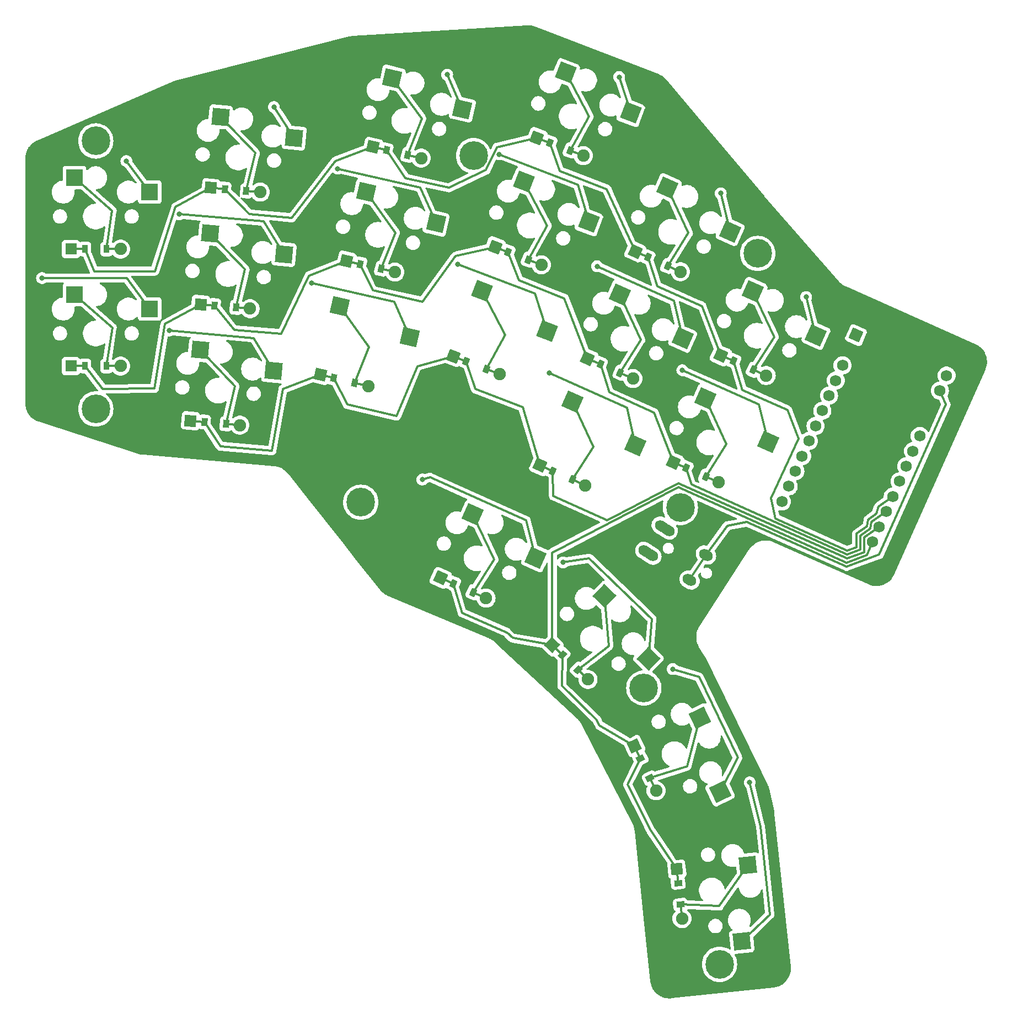
<source format=gbr>
%TF.GenerationSoftware,KiCad,Pcbnew,8.0.4*%
%TF.CreationDate,2024-09-06T09:16:38-06:00*%
%TF.ProjectId,swallowtail_split_rev2,7377616c-6c6f-4777-9461-696c5f73706c,v1.0.0*%
%TF.SameCoordinates,Original*%
%TF.FileFunction,Copper,L2,Bot*%
%TF.FilePolarity,Positive*%
%FSLAX46Y46*%
G04 Gerber Fmt 4.6, Leading zero omitted, Abs format (unit mm)*
G04 Created by KiCad (PCBNEW 8.0.4) date 2024-09-06 09:16:38*
%MOMM*%
%LPD*%
G01*
G04 APERTURE LIST*
G04 Aperture macros list*
%AMHorizOval*
0 Thick line with rounded ends*
0 $1 width*
0 $2 $3 position (X,Y) of the first rounded end (center of the circle)*
0 $4 $5 position (X,Y) of the second rounded end (center of the circle)*
0 Add line between two ends*
20,1,$1,$2,$3,$4,$5,0*
0 Add two circle primitives to create the rounded ends*
1,1,$1,$2,$3*
1,1,$1,$4,$5*%
%AMRotRect*
0 Rectangle, with rotation*
0 The origin of the aperture is its center*
0 $1 length*
0 $2 width*
0 $3 Rotation angle, in degrees counterclockwise*
0 Add horizontal line*
21,1,$1,$2,0,0,$3*%
G04 Aperture macros list end*
%TA.AperFunction,SMDPad,CuDef*%
%ADD10RotRect,2.600000X2.600000X355.000000*%
%TD*%
%TA.AperFunction,SMDPad,CuDef*%
%ADD11RotRect,2.600000X2.600000X339.000000*%
%TD*%
%TA.AperFunction,ComponentPad*%
%ADD12C,4.400000*%
%TD*%
%TA.AperFunction,ComponentPad*%
%ADD13RotRect,1.778000X1.778000X336.000000*%
%TD*%
%TA.AperFunction,SMDPad,CuDef*%
%ADD14RotRect,0.900000X1.200000X336.000000*%
%TD*%
%TA.AperFunction,ComponentPad*%
%ADD15C,1.905000*%
%TD*%
%TA.AperFunction,ComponentPad*%
%ADD16R,1.778000X1.778000*%
%TD*%
%TA.AperFunction,SMDPad,CuDef*%
%ADD17R,0.900000X1.200000*%
%TD*%
%TA.AperFunction,SMDPad,CuDef*%
%ADD18RotRect,2.600000X2.600000X336.000000*%
%TD*%
%TA.AperFunction,ComponentPad*%
%ADD19RotRect,1.778000X1.778000X347.000000*%
%TD*%
%TA.AperFunction,SMDPad,CuDef*%
%ADD20RotRect,0.900000X1.200000X347.000000*%
%TD*%
%TA.AperFunction,ComponentPad*%
%ADD21RotRect,1.778000X1.778000X355.000000*%
%TD*%
%TA.AperFunction,SMDPad,CuDef*%
%ADD22RotRect,0.900000X1.200000X355.000000*%
%TD*%
%TA.AperFunction,ComponentPad*%
%ADD23RotRect,1.778000X1.778000X276.000000*%
%TD*%
%TA.AperFunction,SMDPad,CuDef*%
%ADD24RotRect,0.900000X1.200000X276.000000*%
%TD*%
%TA.AperFunction,SMDPad,CuDef*%
%ADD25RotRect,2.600000X2.600000X276.000000*%
%TD*%
%TA.AperFunction,ComponentPad*%
%ADD26RotRect,1.778000X1.778000X339.000000*%
%TD*%
%TA.AperFunction,SMDPad,CuDef*%
%ADD27RotRect,0.900000X1.200000X339.000000*%
%TD*%
%TA.AperFunction,SMDPad,CuDef*%
%ADD28RotRect,2.600000X2.600000X316.000000*%
%TD*%
%TA.AperFunction,SMDPad,CuDef*%
%ADD29RotRect,2.600000X2.600000X347.000000*%
%TD*%
%TA.AperFunction,SMDPad,CuDef*%
%ADD30R,2.600000X2.600000*%
%TD*%
%TA.AperFunction,ComponentPad*%
%ADD31HorizOval,1.600000X-0.251601X0.163392X0.251601X-0.163392X0*%
%TD*%
%TA.AperFunction,ComponentPad*%
%ADD32RotRect,1.778000X1.778000X296.000000*%
%TD*%
%TA.AperFunction,SMDPad,CuDef*%
%ADD33RotRect,0.900000X1.200000X296.000000*%
%TD*%
%TA.AperFunction,SMDPad,CuDef*%
%ADD34RotRect,2.600000X2.600000X296.000000*%
%TD*%
%TA.AperFunction,ComponentPad*%
%ADD35RotRect,1.778000X1.778000X316.000000*%
%TD*%
%TA.AperFunction,SMDPad,CuDef*%
%ADD36RotRect,0.900000X1.200000X316.000000*%
%TD*%
%TA.AperFunction,ComponentPad*%
%ADD37RotRect,1.752600X1.752600X246.000000*%
%TD*%
%TA.AperFunction,ComponentPad*%
%ADD38C,1.752600*%
%TD*%
%TA.AperFunction,ViaPad*%
%ADD39C,0.800000*%
%TD*%
%TA.AperFunction,Conductor*%
%ADD40C,0.356000*%
%TD*%
G04 APERTURE END LIST*
D10*
%TO.P,S3,1*%
%TO.N,pinky_bottom*%
X116017506Y-84598622D03*
%TO.P,S3,2*%
%TO.N,P18*%
X127331812Y-87796900D03*
%TD*%
D11*
%TO.P,S11,1*%
%TO.N,middle_top*%
X172143070Y-41995893D03*
%TO.P,S11,2*%
%TO.N,P14*%
X182137516Y-48188920D03*
%TD*%
D12*
%TO.P,_4,1*%
%TO.N,N/C*%
X157998686Y-54775837D03*
%TD*%
D13*
%TO.P,D17,1*%
%TO.N,P9*%
X152945219Y-119566141D03*
D14*
X154918477Y-120444693D03*
%TO.P,D17,2*%
%TO.N,near_thumb*%
X157933177Y-121786923D03*
D15*
X159906435Y-122665475D03*
%TD*%
D12*
%TO.P,_3,1*%
%TO.N,N/C*%
X140691219Y-107955571D03*
%TD*%
D16*
%TO.P,D1,1*%
%TO.N,P7*%
X96190000Y-87050000D03*
D17*
X98350000Y-87050000D03*
%TO.P,D1,2*%
%TO.N,outer_home*%
X101650000Y-87050000D03*
D15*
X103810000Y-87050000D03*
%TD*%
D18*
%TO.P,S12,1*%
%TO.N,index_bottom*%
X173139402Y-92488906D03*
%TO.P,S12,2*%
%TO.N,P16*%
X182796031Y-99196514D03*
%TD*%
D19*
%TO.P,D7,1*%
%TO.N,P7*%
X138491438Y-70918395D03*
D20*
X140596077Y-71404290D03*
%TO.P,D7,2*%
%TO.N,ring_home*%
X143811499Y-72146628D03*
D15*
X145916138Y-72632523D03*
%TD*%
D21*
%TO.P,D4,1*%
%TO.N,P7*%
X116094632Y-77578632D03*
D22*
X118246413Y-77766888D03*
%TO.P,D4,2*%
%TO.N,pinky_home*%
X121533855Y-78054502D03*
D15*
X123685636Y-78242758D03*
%TD*%
D16*
%TO.P,D2,1*%
%TO.N,P6*%
X96190000Y-69100000D03*
D17*
X98350000Y-69100000D03*
%TO.P,D2,2*%
%TO.N,outer_top*%
X101650000Y-69100000D03*
D15*
X103810000Y-69100000D03*
%TD*%
D13*
%TO.P,D15,1*%
%TO.N,P7*%
X188656425Y-101805729D03*
D14*
X190629683Y-102684281D03*
%TO.P,D15,2*%
%TO.N,inner_home*%
X193644383Y-104026511D03*
D15*
X195617641Y-104905063D03*
%TD*%
D23*
%TO.P,D20,1*%
%TO.N,P9*%
X189194573Y-164253115D03*
D24*
X189420354Y-166401282D03*
%TO.P,D20,2*%
%TO.N,farthest_thumb*%
X189765298Y-169683204D03*
D15*
X189991079Y-171831371D03*
%TD*%
D12*
%TO.P,_7,1*%
%TO.N,N/C*%
X184138065Y-136465759D03*
%TD*%
D25*
%TO.P,S20,1*%
%TO.N,farthest_thumb*%
X200140511Y-163640597D03*
%TO.P,S20,2*%
%TO.N,P10*%
X199159866Y-175357288D03*
%TD*%
D26*
%TO.P,D9,1*%
%TO.N,P8*%
X154854068Y-85542409D03*
D27*
X156870601Y-86316484D03*
%TO.P,D9,2*%
%TO.N,middle_bottom*%
X159951417Y-87499098D03*
D15*
X161967950Y-88273173D03*
%TD*%
D28*
%TO.P,S18,1*%
%TO.N,home_thumb*%
X178074641Y-122338905D03*
%TO.P,S18,2*%
%TO.N,P14*%
X184854768Y-131944757D03*
%TD*%
D19*
%TO.P,D8,1*%
%TO.N,P6*%
X142529309Y-53428452D03*
D20*
X144633948Y-53914347D03*
%TO.P,D8,2*%
%TO.N,ring_top*%
X147849370Y-54656685D03*
D15*
X149954009Y-55142580D03*
%TD*%
D13*
%TO.P,D12,1*%
%TO.N,P8*%
X168196888Y-102274624D03*
D14*
X170170146Y-103153176D03*
%TO.P,D12,2*%
%TO.N,index_bottom*%
X173184846Y-104495406D03*
D15*
X175158104Y-105373958D03*
%TD*%
D29*
%TO.P,S8,1*%
%TO.N,ring_top*%
X145513812Y-42879449D03*
%TO.P,S8,2*%
%TO.N,P15*%
X156272894Y-47621248D03*
%TD*%
D12*
%TO.P,_8,1*%
%TO.N,N/C*%
X195757060Y-178857151D03*
%TD*%
D29*
%TO.P,S6,1*%
%TO.N,ring_bottom*%
X137438069Y-77859334D03*
%TO.P,S6,2*%
%TO.N,P15*%
X148197151Y-82601133D03*
%TD*%
D13*
%TO.P,D14,1*%
%TO.N,P6*%
X182798734Y-69478342D03*
D14*
X184771992Y-70356894D03*
%TO.P,D14,2*%
%TO.N,index_top*%
X187786692Y-71699124D03*
D15*
X189759950Y-72577676D03*
%TD*%
D26*
%TO.P,D10,1*%
%TO.N,P7*%
X161286773Y-68784640D03*
D27*
X163303306Y-69558715D03*
%TO.P,D10,2*%
%TO.N,middle_home*%
X166384122Y-70741329D03*
D15*
X168400655Y-71515404D03*
%TD*%
D18*
%TO.P,S14,1*%
%TO.N,index_top*%
X187741247Y-59692624D03*
%TO.P,S14,2*%
%TO.N,P16*%
X197397876Y-66400232D03*
%TD*%
D30*
%TO.P,S1,1*%
%TO.N,outer_home*%
X96725000Y-76100000D03*
%TO.P,S1,2*%
%TO.N,P19*%
X108275000Y-78300000D03*
%TD*%
D12*
%TO.P,_5,1*%
%TO.N,N/C*%
X201617989Y-69767853D03*
%TD*%
D11*
%TO.P,S9,1*%
%TO.N,middle_bottom*%
X159277661Y-75511430D03*
%TO.P,S9,2*%
%TO.N,P14*%
X169272107Y-81704457D03*
%TD*%
D12*
%TO.P,_2,1*%
%TO.N,N/C*%
X100000000Y-52510000D03*
%TD*%
D21*
%TO.P,D5,1*%
%TO.N,P6*%
X117659078Y-59696937D03*
D22*
X119810859Y-59885193D03*
%TO.P,D5,2*%
%TO.N,pinky_top*%
X123098301Y-60172807D03*
D15*
X125250082Y-60361063D03*
%TD*%
D31*
%TO.P,TRRS1,1*%
%TO.N,N/C*%
X186879518Y-111620447D03*
X184374179Y-115478332D03*
%TO.P,TRRS1,2*%
%TO.N,VCC*%
X187802056Y-112219550D03*
X185296716Y-116077435D03*
%TO.P,TRRS1,3*%
%TO.N,GND*%
X191156738Y-114398106D03*
X188651398Y-118255991D03*
%TO.P,TRRS1,4*%
%TO.N,P0*%
X193672750Y-116032023D03*
X191167410Y-119889908D03*
%TD*%
D11*
%TO.P,S10,1*%
%TO.N,middle_home*%
X165710366Y-58753661D03*
%TO.P,S10,2*%
%TO.N,P14*%
X175704812Y-64946688D03*
%TD*%
D26*
%TO.P,D11,1*%
%TO.N,P6*%
X167719478Y-52026872D03*
D27*
X169736011Y-52800947D03*
%TO.P,D11,2*%
%TO.N,middle_top*%
X172816827Y-53983561D03*
D15*
X174833360Y-54757636D03*
%TD*%
D18*
%TO.P,S13,1*%
%TO.N,index_home*%
X180440324Y-76090765D03*
%TO.P,S13,2*%
%TO.N,P16*%
X190096953Y-82798373D03*
%TD*%
D10*
%TO.P,S4,1*%
%TO.N,pinky_home*%
X117581952Y-66716927D03*
%TO.P,S4,2*%
%TO.N,P18*%
X128896258Y-69915205D03*
%TD*%
D13*
%TO.P,D16,1*%
%TO.N,P6*%
X195957348Y-85407588D03*
D14*
X197930606Y-86286140D03*
%TO.P,D16,2*%
%TO.N,inner_top*%
X200945306Y-87628370D03*
D15*
X202918564Y-88506922D03*
%TD*%
D32*
%TO.P,D19,1*%
%TO.N,P9*%
X182672554Y-145363657D03*
D33*
X183619436Y-147305052D03*
%TO.P,D19,2*%
%TO.N,far_thumb*%
X185066060Y-150271072D03*
D15*
X186012942Y-152212467D03*
%TD*%
D34*
%TO.P,S19,1*%
%TO.N,far_thumb*%
X192748877Y-141044347D03*
%TO.P,S19,2*%
%TO.N,P16*%
X195834717Y-152389835D03*
%TD*%
D30*
%TO.P,S2,1*%
%TO.N,outer_top*%
X96725000Y-58150000D03*
%TO.P,S2,2*%
%TO.N,P19*%
X108275000Y-60350000D03*
%TD*%
D18*
%TO.P,S15,1*%
%TO.N,inner_home*%
X193598938Y-92020011D03*
%TO.P,S15,2*%
%TO.N,P10*%
X203255567Y-98727619D03*
%TD*%
D19*
%TO.P,D6,1*%
%TO.N,P8*%
X134453567Y-88408338D03*
D20*
X136558206Y-88894233D03*
%TO.P,D6,2*%
%TO.N,ring_bottom*%
X139773628Y-89636571D03*
D15*
X141878267Y-90122466D03*
%TD*%
D21*
%TO.P,D3,1*%
%TO.N,P8*%
X114530187Y-95460326D03*
D22*
X116681968Y-95648582D03*
%TO.P,D3,2*%
%TO.N,pinky_bottom*%
X119969410Y-95936196D03*
D15*
X122121191Y-96124452D03*
%TD*%
D13*
%TO.P,D13,1*%
%TO.N,P7*%
X175497811Y-85876483D03*
D14*
X177471069Y-86755035D03*
%TO.P,D13,2*%
%TO.N,index_home*%
X180485769Y-88097265D03*
D15*
X182459027Y-88975817D03*
%TD*%
D10*
%TO.P,S5,1*%
%TO.N,pinky_top*%
X119146397Y-48835232D03*
%TO.P,S5,2*%
%TO.N,P18*%
X130460703Y-52033510D03*
%TD*%
D29*
%TO.P,S7,1*%
%TO.N,ring_home*%
X141475940Y-60369392D03*
%TO.P,S7,2*%
%TO.N,P15*%
X152235022Y-65111191D03*
%TD*%
D35*
%TO.P,D18,1*%
%TO.N,P9*%
X170083285Y-129844034D03*
D36*
X171637059Y-131344496D03*
%TO.P,D18,2*%
%TO.N,home_thumb*%
X174010881Y-133636868D03*
D15*
X175564655Y-135137330D03*
%TD*%
D12*
%TO.P,_1,1*%
%TO.N,N/C*%
X100000000Y-93640000D03*
%TD*%
%TO.P,_6,1*%
%TO.N,N/C*%
X189737287Y-108745314D03*
%TD*%
D18*
%TO.P,S17,1*%
%TO.N,near_thumb*%
X157887732Y-109780423D03*
%TO.P,S17,2*%
%TO.N,P15*%
X167544361Y-116488031D03*
%TD*%
%TO.P,S16,1*%
%TO.N,inner_top*%
X200899861Y-75621870D03*
%TO.P,S16,2*%
%TO.N,P10*%
X210556490Y-82329478D03*
%TD*%
D37*
%TO.P,MCU1,1*%
%TO.N,RAW*%
X216701889Y-82307103D03*
D38*
%TO.P,MCU1,2*%
%TO.N,GND*%
X215668777Y-84627508D03*
%TO.P,MCU1,3*%
%TO.N,RST*%
X214635666Y-86947914D03*
%TO.P,MCU1,4*%
%TO.N,VCC*%
X213602555Y-89268319D03*
%TO.P,MCU1,5*%
%TO.N,P21*%
X212569444Y-91588725D03*
%TO.P,MCU1,6*%
%TO.N,P20*%
X211536333Y-93909130D03*
%TO.P,MCU1,7*%
%TO.N,P19*%
X210503222Y-96229536D03*
%TO.P,MCU1,8*%
%TO.N,P18*%
X209470111Y-98549941D03*
%TO.P,MCU1,9*%
%TO.N,P15*%
X208437000Y-100870346D03*
%TO.P,MCU1,10*%
%TO.N,P14*%
X207403889Y-103190752D03*
%TO.P,MCU1,11*%
%TO.N,P16*%
X206370778Y-105511157D03*
%TO.P,MCU1,12*%
%TO.N,P10*%
X205337667Y-107831563D03*
%TO.P,MCU1,13*%
%TO.N,P1*%
X230624321Y-88505769D03*
%TO.P,MCU1,14*%
%TO.N,P0*%
X229591210Y-90826175D03*
%TO.P,MCU1,15*%
%TO.N,GND*%
X228558099Y-93146580D03*
%TO.P,MCU1,16*%
X227524988Y-95466986D03*
%TO.P,MCU1,17*%
%TO.N,P2*%
X226491877Y-97787391D03*
%TO.P,MCU1,18*%
%TO.N,P3*%
X225458766Y-100107796D03*
%TO.P,MCU1,19*%
%TO.N,P4*%
X224425655Y-102428202D03*
%TO.P,MCU1,20*%
%TO.N,P5*%
X223392544Y-104748607D03*
%TO.P,MCU1,21*%
%TO.N,P6*%
X222359433Y-107069013D03*
%TO.P,MCU1,22*%
%TO.N,P7*%
X221326322Y-109389418D03*
%TO.P,MCU1,23*%
%TO.N,P8*%
X220293211Y-111709824D03*
%TO.P,MCU1,24*%
%TO.N,P9*%
X219260099Y-114030229D03*
%TD*%
D39*
%TO.N,P19*%
X104700000Y-55591176D03*
X91750000Y-73550000D03*
%TO.N,P18*%
X127350000Y-47300000D03*
X111300000Y-81600000D03*
X112800000Y-63750000D03*
%TO.N,P15*%
X133100000Y-74300000D03*
X153950000Y-42350000D03*
X137150000Y-56750000D03*
X150130172Y-104469828D03*
%TO.N,P14*%
X155550000Y-71400000D03*
X180350000Y-42700000D03*
X161950000Y-54550000D03*
X171735286Y-117179735D03*
%TO.N,P16*%
X188579674Y-133550997D03*
X169650000Y-88150000D03*
X176950000Y-71750000D03*
X195950000Y-60550000D03*
%TO.N,P10*%
X200390051Y-150948724D03*
X190050000Y-87700000D03*
X209050000Y-76450000D03*
%TD*%
D40*
%TO.N,outer_home*%
X101650000Y-87050000D02*
X102529470Y-81143198D01*
X103810000Y-87050000D02*
X101650000Y-87050000D01*
X102529470Y-81143198D02*
X96725000Y-76100000D01*
%TO.N,P19*%
X104750000Y-73550000D02*
X91750000Y-73550000D01*
X108275000Y-78300000D02*
X104750000Y-73550000D01*
X108275000Y-60350000D02*
X104700000Y-55591176D01*
%TO.N,outer_top*%
X102521180Y-63192478D02*
X96725000Y-58150000D01*
X101650000Y-69100000D02*
X102521180Y-63192478D01*
X103810000Y-69100000D02*
X101650000Y-69100000D01*
%TO.N,pinky_bottom*%
X119969410Y-95936196D02*
X122121191Y-96124452D01*
X116017506Y-84598622D02*
X121351005Y-90126556D01*
X121351005Y-90126556D02*
X119969410Y-95936196D01*
%TO.N,P18*%
X130460703Y-52033510D02*
X127350000Y-47300000D01*
X128896258Y-69915205D02*
X125800000Y-64850000D01*
X127331812Y-87796900D02*
X124250000Y-82750000D01*
X125800000Y-64850000D02*
X112800000Y-63750000D01*
X124250000Y-82750000D02*
X111300000Y-81600000D01*
%TO.N,pinky_home*%
X121533855Y-78054502D02*
X122927065Y-72223726D01*
X121533855Y-78054502D02*
X123685636Y-78242758D01*
X122927065Y-72223726D02*
X117581952Y-66716927D01*
%TO.N,pinky_top*%
X123098301Y-60172807D02*
X125250082Y-60361063D01*
X119146397Y-48835232D02*
X124488308Y-54367977D01*
X124488308Y-54367977D02*
X123098301Y-60172807D01*
%TO.N,ring_bottom*%
X141957696Y-84104053D02*
X139773628Y-89636571D01*
X139773628Y-89636571D02*
X141878267Y-90122466D01*
X137438069Y-77859334D02*
X141957696Y-84104053D01*
%TO.N,P15*%
X151315380Y-104120622D02*
X166063396Y-110731761D01*
X152235022Y-65111191D02*
X149800000Y-59650000D01*
X148197151Y-82601133D02*
X145850000Y-77200000D01*
X166063396Y-110731761D02*
X167544361Y-116488031D01*
X145850000Y-77200000D02*
X133100000Y-74300000D01*
X149800000Y-59650000D02*
X137150000Y-56750000D01*
X156272894Y-47621248D02*
X153950000Y-42350000D01*
X150130172Y-104469828D02*
X151315380Y-104120622D01*
%TO.N,ring_home*%
X143811499Y-72146628D02*
X145916138Y-72632523D01*
X141475940Y-60369392D02*
X145988699Y-66592842D01*
X145988699Y-66592842D02*
X143811499Y-72146628D01*
%TO.N,ring_top*%
X150036251Y-49080433D02*
X147849370Y-54656685D01*
X145513812Y-42879449D02*
X150036251Y-49080433D01*
X147849370Y-54656685D02*
X149954009Y-55142580D01*
%TO.N,middle_bottom*%
X159277662Y-75511430D02*
X162891804Y-82293204D01*
X161967950Y-88273173D02*
X159951417Y-87499098D01*
X162891804Y-82293204D02*
X159951417Y-87499098D01*
%TO.N,P14*%
X161950000Y-54550000D02*
X174000000Y-59250000D01*
X184854768Y-131944757D02*
X185395620Y-125884747D01*
X167400000Y-75950000D02*
X155550000Y-71400000D01*
X175695122Y-116544005D02*
X171735286Y-117179735D01*
X182137516Y-48188920D02*
X180350000Y-42700000D01*
X185395620Y-125884747D02*
X175695122Y-116544005D01*
X169272107Y-81704457D02*
X167400000Y-75950000D01*
X174000000Y-59250000D02*
X175704812Y-64946688D01*
%TO.N,middle_home*%
X166384122Y-70741329D02*
X168400655Y-71515404D01*
X165710367Y-58753661D02*
X169316205Y-65522512D01*
X169316205Y-65522512D02*
X166384122Y-70741329D01*
%TO.N,middle_top*%
X172143071Y-41995893D02*
X175752644Y-48779257D01*
X175752644Y-48779257D02*
X172816827Y-53983561D01*
X172816827Y-53983561D02*
X174833360Y-54757636D01*
%TO.N,index_bottom*%
X176387543Y-99479553D02*
X173184846Y-104495406D01*
X173184846Y-104495406D02*
X175158104Y-105373958D01*
X173139402Y-92488906D02*
X176387543Y-99479553D01*
%TO.N,P16*%
X190096953Y-82798373D02*
X188750000Y-77050000D01*
X182796031Y-99196514D02*
X181600000Y-93450000D01*
X198550531Y-147164987D02*
X195834717Y-152389835D01*
X188579674Y-133550997D02*
X192617761Y-134784194D01*
X188750000Y-77050000D02*
X176950000Y-71750000D01*
X192617761Y-134784194D02*
X198550531Y-147164987D01*
X197397876Y-66400232D02*
X195950000Y-60550000D01*
X181600000Y-93450000D02*
X169650000Y-88150000D01*
%TO.N,index_home*%
X180485769Y-88097265D02*
X182459027Y-88975817D01*
X180440324Y-76090765D02*
X183687591Y-83062408D01*
X183687591Y-83062408D02*
X180485769Y-88097265D01*
%TO.N,index_top*%
X187786692Y-71699124D02*
X189759950Y-72577676D01*
X187741247Y-59692624D02*
X190993507Y-66638743D01*
X190993507Y-66638743D02*
X187786692Y-71699124D01*
%TO.N,inner_home*%
X193644383Y-104026511D02*
X195617641Y-104905063D01*
X193598938Y-92020011D02*
X196833768Y-99019055D01*
X196833768Y-99019055D02*
X193644383Y-104026511D01*
%TO.N,P10*%
X202050637Y-157679400D02*
X200390051Y-150948724D01*
X203255567Y-98727619D02*
X201800000Y-92900000D01*
X210556490Y-82329478D02*
X209050000Y-76450000D01*
X201800000Y-92900000D02*
X190050000Y-87700000D01*
X203486000Y-171239551D02*
X202050637Y-157679400D01*
X199159866Y-175357288D02*
X203486000Y-171239551D01*
%TO.N,inner_top*%
X200899861Y-75621870D02*
X204163591Y-82567841D01*
X204163591Y-82567841D02*
X200945306Y-87628370D01*
X200945306Y-87628370D02*
X202918564Y-88506922D01*
%TO.N,near_thumb*%
X161136104Y-116738229D02*
X157933177Y-121786923D01*
X157887732Y-109780423D02*
X161136104Y-116738229D01*
X157933177Y-121786923D02*
X159906435Y-122665475D01*
%TO.N,home_thumb*%
X174010881Y-133636868D02*
X175564655Y-135137330D01*
X178074641Y-122338905D02*
X178746753Y-130003246D01*
X178746753Y-130003246D02*
X174010881Y-133636868D01*
%TO.N,far_thumb*%
X185066060Y-150271072D02*
X186012942Y-152212467D01*
X190760223Y-148456874D02*
X185066060Y-150271072D01*
X192748877Y-141044347D02*
X190760223Y-148456874D01*
%TO.N,farthest_thumb*%
X189765298Y-169683204D02*
X189991079Y-171831371D01*
X200140511Y-163640597D02*
X195725911Y-169925384D01*
X195725911Y-169925384D02*
X189765298Y-169683204D01*
%TO.N,P7*%
X161286773Y-68784640D02*
X155250000Y-70200000D01*
X191450000Y-105250000D02*
X215316000Y-115988257D01*
X175497811Y-85876483D02*
X171950000Y-76650000D01*
X155250000Y-70200000D02*
X150150000Y-77150000D01*
X217371514Y-113067805D02*
X218915654Y-111991048D01*
X163303306Y-69558715D02*
X161286773Y-68784640D01*
X98350000Y-87050000D02*
X96190000Y-87050000D01*
X217384518Y-115217912D02*
X217371514Y-113067805D01*
X142550000Y-75450000D02*
X140596077Y-71404290D01*
X116094632Y-77578632D02*
X110650000Y-80600000D01*
X110650000Y-80600000D02*
X109000000Y-90500000D01*
X171950000Y-76650000D02*
X164950000Y-73900000D01*
X178850000Y-91100000D02*
X177471069Y-86755035D01*
X164950000Y-73900000D02*
X163303306Y-69558715D01*
X190629683Y-102684281D02*
X191450000Y-105250000D01*
X118246413Y-77766888D02*
X116094632Y-77578632D01*
X121250000Y-81500000D02*
X118246413Y-77766888D01*
X190629683Y-102684281D02*
X188656425Y-101805729D01*
X218915654Y-111991048D02*
X219057644Y-110967537D01*
X132750000Y-73200000D02*
X128500000Y-82100000D01*
X219057644Y-110967537D02*
X221326322Y-109389418D01*
X215316000Y-115988257D02*
X217384518Y-115217912D01*
X128500000Y-82100000D02*
X121250000Y-81500000D01*
X185750000Y-94250000D02*
X178850000Y-91100000D01*
X109000000Y-90500000D02*
X101050000Y-90550000D01*
X140596077Y-71404290D02*
X138491438Y-70918395D01*
X188656425Y-101805729D02*
X185750000Y-94250000D01*
X177471069Y-86755035D02*
X175497811Y-85876483D01*
X138491438Y-70918395D02*
X132750000Y-73200000D01*
X150150000Y-77150000D02*
X142550000Y-75450000D01*
X101050000Y-90550000D02*
X98350000Y-87050000D01*
%TO.N,P6*%
X117659078Y-59696937D02*
X112250000Y-62650000D01*
X136800000Y-55600000D02*
X130100000Y-64300000D01*
X112250000Y-62650000D02*
X109050000Y-72500000D01*
X195957348Y-85407588D02*
X193050000Y-77850000D01*
X154200000Y-59700000D02*
X147550000Y-58200000D01*
X144633948Y-53914347D02*
X142529309Y-53428452D01*
X216804436Y-112778783D02*
X218386883Y-111679955D01*
X197930606Y-86286140D02*
X195957348Y-85407588D01*
X99750000Y-72500000D02*
X98350000Y-69100000D01*
X218386883Y-111679955D02*
X218544376Y-110642557D01*
X184771992Y-70356894D02*
X182798734Y-69478342D01*
X206200000Y-93800000D02*
X207900000Y-98200000D01*
X123550000Y-63700000D02*
X119810859Y-59885193D01*
X204324744Y-110423469D02*
X215312192Y-115366745D01*
X219850000Y-109700000D02*
X220200000Y-108600000D01*
X169736011Y-52800947D02*
X167719478Y-52026872D01*
X161600000Y-53450000D02*
X159920501Y-56995358D01*
X199300000Y-90750000D02*
X206200000Y-93800000D01*
X142529309Y-53428452D02*
X136800000Y-55600000D01*
X182798734Y-69478342D02*
X178450000Y-59900000D01*
X216810186Y-114834283D02*
X216804436Y-112778783D01*
X197930606Y-86286140D02*
X199300000Y-90750000D01*
X178450000Y-59900000D02*
X171250000Y-57150000D01*
X109050000Y-72500000D02*
X99750000Y-72500000D01*
X147550000Y-58200000D02*
X144633948Y-53914347D01*
X119810859Y-59885193D02*
X117659078Y-59696937D01*
X167719478Y-52026872D02*
X161600000Y-53450000D01*
X203700000Y-107300000D02*
X204324744Y-110423469D01*
X220200000Y-108600000D02*
X222359433Y-107069013D01*
X218544376Y-110642557D02*
X219850000Y-109700000D01*
X130100000Y-64300000D02*
X123550000Y-63700000D01*
X186200000Y-74800000D02*
X184771992Y-70356894D01*
X193050000Y-77850000D02*
X186200000Y-74800000D01*
X207900000Y-98200000D02*
X203700000Y-107300000D01*
X171250000Y-57150000D02*
X169736011Y-52800947D01*
X159920501Y-56995358D02*
X154200000Y-59700000D01*
X98350000Y-69100000D02*
X96190000Y-69100000D01*
X215312192Y-115366745D02*
X216810186Y-114834283D01*
%TO.N,P8*%
X170258886Y-106978766D02*
X178502933Y-110688587D01*
X158300000Y-90600000D02*
X156870601Y-86316484D01*
X178502933Y-110688587D02*
X189450000Y-105032868D01*
X168196888Y-102274624D02*
X165550000Y-93350000D01*
X217936706Y-113357012D02*
X220293211Y-111709824D01*
X189450000Y-105032868D02*
X215302390Y-116592025D01*
X134453567Y-88408338D02*
X128700000Y-90600000D01*
X136558206Y-88894233D02*
X134453567Y-88408338D01*
X215302390Y-116592025D02*
X217954455Y-115617018D01*
X119122984Y-99372602D02*
X116681968Y-95648582D01*
X149352646Y-87089519D02*
X146150000Y-94750000D01*
X170170146Y-103153176D02*
X168196888Y-102274624D01*
X128700000Y-90600000D02*
X127050000Y-100050000D01*
X165550000Y-93350000D02*
X158300000Y-90600000D01*
X127050000Y-100050000D02*
X119122984Y-99372602D01*
X156870601Y-86316484D02*
X154854068Y-85542409D01*
X116681968Y-95648582D02*
X114530187Y-95460326D01*
X217954455Y-115617018D02*
X217936706Y-113357012D01*
X138600000Y-92950000D02*
X136558206Y-88894233D01*
X146150000Y-94750000D02*
X138600000Y-92950000D01*
X170170146Y-103153176D02*
X170258886Y-106978766D01*
X154854068Y-85542409D02*
X149352646Y-87089519D01*
%TO.N,P9*%
X164016709Y-128791624D02*
X163150000Y-127950000D01*
X171637059Y-131344496D02*
X170083285Y-129844034D01*
X181650000Y-151250000D02*
X183619436Y-147305052D01*
X183619436Y-147305052D02*
X182672554Y-145363657D01*
X163150000Y-127950000D02*
X156234203Y-124915797D01*
X189467392Y-105653796D02*
X215292596Y-117199999D01*
X218400000Y-116050000D02*
X219260099Y-114030229D01*
X189420354Y-166401282D02*
X189194573Y-164253115D01*
X215292596Y-117199999D02*
X218400000Y-116050000D01*
X154918477Y-120444693D02*
X152945219Y-119566141D01*
X170083285Y-115700000D02*
X189467392Y-105653796D01*
X170083285Y-129844034D02*
X164016709Y-128791624D01*
X182672554Y-145363657D02*
X177350000Y-142200000D01*
X171544615Y-136105385D02*
X171637059Y-131344496D01*
X176850000Y-141250000D02*
X171544615Y-136105385D01*
X156234203Y-124915797D02*
X154918477Y-120444693D01*
X185200000Y-158300000D02*
X181650000Y-151250000D01*
X177350000Y-142200000D02*
X176850000Y-141250000D01*
X189194573Y-164253115D02*
X185200000Y-158300000D01*
X170083285Y-129844034D02*
X170083285Y-115700000D01*
%TO.N,P0*%
X193672750Y-116032023D02*
X196950000Y-111550000D01*
X199945227Y-110995886D02*
X215264567Y-117809519D01*
X191167410Y-119889908D02*
X193672750Y-116032023D01*
X230535193Y-92956286D02*
X229591210Y-90826175D01*
X220273971Y-115999999D02*
X230535193Y-92956286D01*
X215264567Y-117809519D02*
X220273971Y-115999999D01*
X196950000Y-111550000D02*
X199945227Y-110995886D01*
%TD*%
%TA.AperFunction,Conductor*%
%TO.N,GND*%
G36*
X166407845Y-34753210D02*
G01*
X166646965Y-34769237D01*
X166657479Y-34770396D01*
X166894355Y-34806808D01*
X166904749Y-34808864D01*
X167137654Y-34865397D01*
X167147817Y-34868330D01*
X167377682Y-34945456D01*
X167382671Y-34947249D01*
X167402958Y-34955037D01*
X167402960Y-34955038D01*
X167402961Y-34955038D01*
X186396429Y-42245947D01*
X186396427Y-42245949D01*
X186396451Y-42245955D01*
X186398404Y-42246705D01*
X186404099Y-42249058D01*
X186665368Y-42364794D01*
X186676505Y-42370417D01*
X186922005Y-42510309D01*
X186932548Y-42517043D01*
X187162682Y-42680946D01*
X187172487Y-42688703D01*
X187384964Y-42874988D01*
X187393916Y-42883673D01*
X187489497Y-42986261D01*
X187588761Y-43092803D01*
X187592910Y-43097488D01*
X195161045Y-52090304D01*
X202623861Y-60957976D01*
X202627273Y-60962031D01*
X202632553Y-60968305D01*
X202632555Y-60968307D01*
X202632554Y-60968307D01*
X202643936Y-60981831D01*
X202644717Y-60982587D01*
X202646881Y-60985125D01*
X202649243Y-60987858D01*
X202649884Y-60988756D01*
X202660141Y-61000466D01*
X202660142Y-61000467D01*
X202666806Y-61008076D01*
X202682969Y-61026530D01*
X214066699Y-74023767D01*
X214096395Y-74057671D01*
X214096646Y-74057906D01*
X214166322Y-74137425D01*
X214348579Y-74312389D01*
X214358404Y-74321820D01*
X214565695Y-74488921D01*
X214565700Y-74488924D01*
X214565707Y-74488930D01*
X214786644Y-74637482D01*
X214786647Y-74637483D01*
X214786649Y-74637485D01*
X215019615Y-74766399D01*
X215107684Y-74805635D01*
X215107709Y-74805657D01*
X215141220Y-74820577D01*
X215141220Y-74820578D01*
X215163630Y-74830556D01*
X215163630Y-74830555D01*
X215189013Y-74841857D01*
X215189032Y-74841863D01*
X235085079Y-83700155D01*
X235090628Y-83702625D01*
X235096844Y-83705605D01*
X235379243Y-83850824D01*
X235391223Y-83857861D01*
X235652656Y-84031835D01*
X235663779Y-84040172D01*
X235763705Y-84124231D01*
X235904094Y-84242328D01*
X235914217Y-84251862D01*
X235980437Y-84321642D01*
X236120111Y-84468826D01*
X236130389Y-84479656D01*
X236139377Y-84490260D01*
X236307860Y-84713262D01*
X236328682Y-84740821D01*
X236336428Y-84752368D01*
X236490092Y-85011754D01*
X236496483Y-85022541D01*
X236502889Y-85034883D01*
X236631694Y-85321292D01*
X236636677Y-85334274D01*
X236732599Y-85633287D01*
X236736098Y-85646745D01*
X236797941Y-85954637D01*
X236799910Y-85968402D01*
X236826889Y-86281258D01*
X236827306Y-86295157D01*
X236819087Y-86609090D01*
X236817944Y-86622950D01*
X236774626Y-86933982D01*
X236771938Y-86947624D01*
X236694072Y-87251841D01*
X236689874Y-87265099D01*
X236577384Y-87561451D01*
X236574735Y-87567881D01*
X222548196Y-119072002D01*
X222548192Y-119072010D01*
X222544931Y-119079333D01*
X222541928Y-119085599D01*
X222396720Y-119367964D01*
X222389677Y-119379954D01*
X222215701Y-119641379D01*
X222207360Y-119652505D01*
X222005207Y-119892808D01*
X221995673Y-119902930D01*
X221767883Y-120119091D01*
X221757276Y-120128082D01*
X221506723Y-120317374D01*
X221495175Y-120325121D01*
X221225002Y-120485170D01*
X221212659Y-120491576D01*
X220926253Y-120620374D01*
X220913272Y-120625357D01*
X220614253Y-120721277D01*
X220600794Y-120724775D01*
X220292926Y-120786608D01*
X220279161Y-120788578D01*
X219966284Y-120815555D01*
X219952385Y-120815970D01*
X219638476Y-120807747D01*
X219624617Y-120806604D01*
X219313597Y-120763284D01*
X219299954Y-120760597D01*
X218995735Y-120682726D01*
X218982478Y-120678528D01*
X218684583Y-120565449D01*
X218678154Y-120562800D01*
X218648041Y-120549393D01*
X218648039Y-120549392D01*
X204101783Y-114072982D01*
X204101278Y-114072813D01*
X203973134Y-114015800D01*
X203973129Y-114015798D01*
X203973126Y-114015797D01*
X203739709Y-113941023D01*
X203653962Y-113913554D01*
X203653957Y-113913552D01*
X203653951Y-113913551D01*
X203456914Y-113873374D01*
X203325559Y-113846590D01*
X203325546Y-113846588D01*
X203020569Y-113818365D01*
X202991831Y-113815706D01*
X202991830Y-113815706D01*
X202656731Y-113821265D01*
X202656708Y-113821267D01*
X202324220Y-113863201D01*
X202324203Y-113863204D01*
X201998213Y-113941023D01*
X201682620Y-114053798D01*
X201682604Y-114053804D01*
X201381124Y-114200205D01*
X201097333Y-114378499D01*
X200834594Y-114586572D01*
X200596016Y-114821964D01*
X200384435Y-115081875D01*
X200384427Y-115081885D01*
X200307172Y-115201186D01*
X200307125Y-115201247D01*
X192716392Y-126930644D01*
X192716265Y-126930753D01*
X192602172Y-127107138D01*
X192602163Y-127107153D01*
X192481787Y-127343583D01*
X192457703Y-127390887D01*
X192444202Y-127425956D01*
X192343309Y-127688025D01*
X192343305Y-127688039D01*
X192260205Y-127995396D01*
X192260204Y-127995397D01*
X192209283Y-128309697D01*
X192209282Y-128309708D01*
X192191086Y-128627578D01*
X192191086Y-128627586D01*
X192205809Y-128945648D01*
X192205809Y-128945649D01*
X192253296Y-129260490D01*
X192333035Y-129568736D01*
X192333041Y-129568756D01*
X192444178Y-129867111D01*
X192585536Y-130152418D01*
X192590273Y-130159919D01*
X192656799Y-130265272D01*
X192656826Y-130265324D01*
X192662516Y-130274332D01*
X192662517Y-130274333D01*
X193202039Y-131128358D01*
X193681075Y-131886637D01*
X193681076Y-131886639D01*
X193682641Y-131889117D01*
X193690466Y-131901502D01*
X193690466Y-131901503D01*
X193697518Y-131912666D01*
X193702950Y-131921264D01*
X193704143Y-131923191D01*
X193742116Y-131985806D01*
X193748958Y-131997088D01*
X193757811Y-132011685D01*
X193760090Y-132015602D01*
X193809936Y-132105008D01*
X193812069Y-132109005D01*
X193859149Y-132201217D01*
X193860160Y-132203242D01*
X193865684Y-132214568D01*
X203160070Y-151270882D01*
X203175016Y-151301524D01*
X203175017Y-151301530D01*
X203175018Y-151301530D01*
X203184163Y-151320280D01*
X203184675Y-151321330D01*
X203186752Y-151325814D01*
X203220814Y-151403360D01*
X203277154Y-151531623D01*
X203277614Y-151532669D01*
X203281227Y-151541876D01*
X203317862Y-151647425D01*
X203354495Y-151752972D01*
X203357363Y-151762441D01*
X203414202Y-151981148D01*
X203415351Y-151985960D01*
X204152352Y-155371178D01*
X204152352Y-155371181D01*
X204157320Y-155394003D01*
X204157782Y-155396218D01*
X204177956Y-155497775D01*
X204178757Y-155502237D01*
X204195013Y-155603271D01*
X204195652Y-155607758D01*
X204208357Y-155710549D01*
X204208612Y-155712781D01*
X204209390Y-155720173D01*
X204209390Y-155720191D01*
X204209392Y-155720191D01*
X206678692Y-179214018D01*
X206679224Y-179220952D01*
X206694659Y-179538073D01*
X206694556Y-179551978D01*
X206674606Y-179865389D01*
X206672946Y-179879195D01*
X206618036Y-180188375D01*
X206614840Y-180201909D01*
X206525651Y-180503017D01*
X206520960Y-180516108D01*
X206398622Y-180805326D01*
X206392497Y-180817804D01*
X206238540Y-181091517D01*
X206231059Y-181103228D01*
X206047429Y-181357974D01*
X206038678Y-181368781D01*
X205827679Y-181601366D01*
X205817773Y-181611125D01*
X205582059Y-181818622D01*
X205571123Y-181827210D01*
X205313661Y-182007009D01*
X205301832Y-182014319D01*
X205025857Y-182164161D01*
X205013283Y-182170101D01*
X204722261Y-182288103D01*
X204709102Y-182292597D01*
X204406707Y-182377269D01*
X204393127Y-182380262D01*
X204080125Y-182431035D01*
X204073232Y-182431956D01*
X188387220Y-184080623D01*
X188387215Y-184080623D01*
X188366286Y-184082822D01*
X188359357Y-184083354D01*
X188042216Y-184098789D01*
X188028310Y-184098686D01*
X187714897Y-184078735D01*
X187701092Y-184077074D01*
X187391912Y-184022163D01*
X187378378Y-184018968D01*
X187077270Y-183929778D01*
X187064180Y-183925087D01*
X186774966Y-183802752D01*
X186762482Y-183796625D01*
X186693087Y-183757592D01*
X186488778Y-183642672D01*
X186477061Y-183635188D01*
X186222307Y-183451553D01*
X186211509Y-183442809D01*
X185978913Y-183231801D01*
X185969164Y-183221905D01*
X185761658Y-182986183D01*
X185753070Y-182975246D01*
X185573273Y-182717790D01*
X185565963Y-182705961D01*
X185493707Y-182572883D01*
X185416117Y-182429982D01*
X185410185Y-182417426D01*
X185292176Y-182126392D01*
X185287682Y-182113233D01*
X185257937Y-182007009D01*
X185203002Y-181810824D01*
X185200015Y-181797272D01*
X185149277Y-181484510D01*
X185148363Y-181477668D01*
X184134496Y-171831364D01*
X188525072Y-171831364D01*
X188525072Y-171831377D01*
X188545065Y-172072664D01*
X188604504Y-172307383D01*
X188701763Y-172529112D01*
X188834190Y-172731808D01*
X188834193Y-172731811D01*
X188998179Y-172909947D01*
X189189249Y-173058663D01*
X189402191Y-173173901D01*
X189521105Y-173214724D01*
X189631192Y-173252518D01*
X189631194Y-173252518D01*
X189631196Y-173252519D01*
X189870017Y-173292371D01*
X189870018Y-173292371D01*
X190112140Y-173292371D01*
X190112141Y-173292371D01*
X190350962Y-173252519D01*
X190579967Y-173173901D01*
X190792909Y-173058663D01*
X190983979Y-172909947D01*
X190990574Y-172902783D01*
X194038943Y-172902783D01*
X194038943Y-173076158D01*
X194066063Y-173247384D01*
X194119633Y-173412259D01*
X194119634Y-173412262D01*
X194179726Y-173530198D01*
X194198341Y-173566731D01*
X194300242Y-173706985D01*
X194422829Y-173829572D01*
X194563083Y-173931473D01*
X194638845Y-173970075D01*
X194717551Y-174010179D01*
X194717554Y-174010180D01*
X194799991Y-174036965D01*
X194882431Y-174063751D01*
X194961734Y-174076311D01*
X195053656Y-174090871D01*
X195053661Y-174090871D01*
X195227030Y-174090871D01*
X195310038Y-174077723D01*
X195398255Y-174063751D01*
X195563134Y-174010179D01*
X195717603Y-173931473D01*
X195857857Y-173829572D01*
X195980444Y-173706985D01*
X196082345Y-173566731D01*
X196161051Y-173412262D01*
X196214623Y-173247383D01*
X196228595Y-173159166D01*
X196241743Y-173076158D01*
X196241743Y-172902783D01*
X196225965Y-172803173D01*
X196214623Y-172731559D01*
X196161051Y-172566680D01*
X196161051Y-172566679D01*
X196097761Y-172442467D01*
X196082345Y-172412211D01*
X195980444Y-172271957D01*
X195857857Y-172149370D01*
X195717603Y-172047469D01*
X195563134Y-171968762D01*
X195563131Y-171968761D01*
X195398256Y-171915191D01*
X195227030Y-171888071D01*
X195227025Y-171888071D01*
X195053661Y-171888071D01*
X195053656Y-171888071D01*
X194882429Y-171915191D01*
X194717554Y-171968761D01*
X194717551Y-171968762D01*
X194563082Y-172047469D01*
X194483062Y-172105607D01*
X194422829Y-172149370D01*
X194422827Y-172149372D01*
X194422826Y-172149372D01*
X194300244Y-172271954D01*
X194300244Y-172271955D01*
X194300242Y-172271957D01*
X194256479Y-172332190D01*
X194198341Y-172412210D01*
X194119634Y-172566679D01*
X194119633Y-172566682D01*
X194066063Y-172731557D01*
X194038943Y-172902783D01*
X190990574Y-172902783D01*
X191147965Y-172731811D01*
X191280394Y-172529113D01*
X191377654Y-172307383D01*
X191437092Y-172072668D01*
X191457086Y-171831371D01*
X191457086Y-171831364D01*
X191442348Y-171653507D01*
X191437092Y-171590074D01*
X191377654Y-171355359D01*
X191280394Y-171133629D01*
X191275156Y-171125611D01*
X191147967Y-170930933D01*
X191128196Y-170909456D01*
X190983979Y-170752795D01*
X190881817Y-170673279D01*
X190837633Y-170638889D01*
X190796821Y-170582179D01*
X190793146Y-170512406D01*
X190827778Y-170451723D01*
X190889719Y-170419396D01*
X190918829Y-170417138D01*
X195625343Y-170608364D01*
X195636215Y-170609787D01*
X195636265Y-170609384D01*
X195642305Y-170610120D01*
X195642318Y-170610123D01*
X195702940Y-170611535D01*
X195705048Y-170611602D01*
X195765600Y-170614063D01*
X195765608Y-170614061D01*
X195771576Y-170613718D01*
X195777499Y-170613273D01*
X195777510Y-170613274D01*
X195837303Y-170602821D01*
X195839323Y-170602487D01*
X195899193Y-170593087D01*
X195899200Y-170593084D01*
X195905038Y-170591568D01*
X195910717Y-170589990D01*
X195910720Y-170589989D01*
X195967330Y-170568070D01*
X195969147Y-170567385D01*
X196026125Y-170546453D01*
X196026132Y-170546448D01*
X196031469Y-170543869D01*
X196036822Y-170541166D01*
X196036827Y-170541165D01*
X196088081Y-170508618D01*
X196089654Y-170507638D01*
X196141521Y-170475950D01*
X196141525Y-170475946D01*
X196141527Y-170475945D01*
X196146239Y-170472388D01*
X196150978Y-170468680D01*
X196150985Y-170468676D01*
X196194820Y-170426835D01*
X196196364Y-170425388D01*
X196202864Y-170419396D01*
X196240946Y-170384289D01*
X196240949Y-170384284D01*
X196244892Y-170379858D01*
X196248803Y-170375313D01*
X196248808Y-170375309D01*
X196268511Y-170347258D01*
X196283637Y-170325725D01*
X196284886Y-170323979D01*
X196320577Y-170274994D01*
X196320582Y-170274982D01*
X196323671Y-170269730D01*
X196324023Y-170269937D01*
X196329493Y-170260439D01*
X198530312Y-167127274D01*
X198584953Y-167083733D01*
X198654462Y-167076643D01*
X198716770Y-167108258D01*
X198752094Y-167168541D01*
X198754718Y-167182363D01*
X198762293Y-167239895D01*
X198811138Y-167422188D01*
X198821683Y-167461544D01*
X198909491Y-167673533D01*
X198909498Y-167673547D01*
X199024233Y-167872274D01*
X199163922Y-168054318D01*
X199163930Y-168054327D01*
X199326171Y-168216568D01*
X199326179Y-168216575D01*
X199508223Y-168356264D01*
X199508226Y-168356265D01*
X199508229Y-168356268D01*
X199706953Y-168471001D01*
X199706958Y-168471003D01*
X199706964Y-168471006D01*
X199798321Y-168508847D01*
X199918954Y-168558815D01*
X200140603Y-168618205D01*
X200368107Y-168648157D01*
X200368114Y-168648157D01*
X200597568Y-168648157D01*
X200597575Y-168648157D01*
X200825079Y-168618205D01*
X201046728Y-168558815D01*
X201258729Y-168471001D01*
X201457453Y-168356268D01*
X201639502Y-168216576D01*
X201639506Y-168216571D01*
X201639511Y-168216568D01*
X201801752Y-168054327D01*
X201801755Y-168054322D01*
X201801760Y-168054318D01*
X201941452Y-167872269D01*
X202056185Y-167673545D01*
X202143999Y-167461544D01*
X202151660Y-167432952D01*
X202188023Y-167373293D01*
X202250869Y-167342763D01*
X202320245Y-167351057D01*
X202374123Y-167395541D01*
X202394745Y-167451993D01*
X202761280Y-170914724D01*
X202748762Y-170983463D01*
X202723460Y-171017595D01*
X200550061Y-173086296D01*
X200487931Y-173118258D01*
X200418383Y-173111555D01*
X200363500Y-173068317D01*
X200340705Y-173002270D01*
X200357182Y-172934480D01*
X200390879Y-172876117D01*
X200478693Y-172664116D01*
X200538083Y-172442467D01*
X200568035Y-172214963D01*
X200568035Y-171985495D01*
X200538083Y-171757991D01*
X200478693Y-171536342D01*
X200403727Y-171355358D01*
X200390884Y-171324352D01*
X200390881Y-171324346D01*
X200390879Y-171324341D01*
X200276146Y-171125617D01*
X200276143Y-171125614D01*
X200276142Y-171125611D01*
X200136453Y-170943567D01*
X200136446Y-170943559D01*
X199974205Y-170781318D01*
X199974196Y-170781310D01*
X199792152Y-170641621D01*
X199740888Y-170612024D01*
X199618157Y-170541165D01*
X199593425Y-170526886D01*
X199593411Y-170526879D01*
X199381422Y-170439071D01*
X199159773Y-170379681D01*
X199121750Y-170374675D01*
X198932276Y-170349729D01*
X198932269Y-170349729D01*
X198702801Y-170349729D01*
X198702793Y-170349729D01*
X198486250Y-170378238D01*
X198475297Y-170379681D01*
X198458100Y-170384289D01*
X198253647Y-170439071D01*
X198041658Y-170526879D01*
X198041644Y-170526886D01*
X197842917Y-170641621D01*
X197660873Y-170781310D01*
X197498616Y-170943567D01*
X197358927Y-171125611D01*
X197244192Y-171324338D01*
X197244185Y-171324352D01*
X197156377Y-171536341D01*
X197137845Y-171605504D01*
X197115154Y-171690192D01*
X197096988Y-171757988D01*
X197096986Y-171757999D01*
X197067035Y-171985487D01*
X197067035Y-172214970D01*
X197091981Y-172404444D01*
X197096987Y-172442467D01*
X197130270Y-172566682D01*
X197156377Y-172664116D01*
X197244185Y-172876105D01*
X197244192Y-172876119D01*
X197358927Y-173074846D01*
X197498616Y-173256890D01*
X197498624Y-173256899D01*
X197660865Y-173419140D01*
X197660873Y-173419147D01*
X197660874Y-173419148D01*
X197695329Y-173445586D01*
X197732058Y-173473770D01*
X197773260Y-173530198D01*
X197777415Y-173599944D01*
X197743202Y-173660864D01*
X197681485Y-173693616D01*
X197669533Y-173695466D01*
X197629579Y-173699665D01*
X197570027Y-173712471D01*
X197439113Y-173777613D01*
X197331858Y-173876995D01*
X197256946Y-174002572D01*
X197220447Y-174144164D01*
X197220301Y-174205076D01*
X197460404Y-176489506D01*
X197447834Y-176558235D01*
X197400102Y-176609259D01*
X197332362Y-176626377D01*
X197272934Y-176608584D01*
X197018064Y-176454509D01*
X196719263Y-176320030D01*
X196719256Y-176320027D01*
X196719244Y-176320023D01*
X196406439Y-176222550D01*
X196406435Y-176222549D01*
X196406431Y-176222548D01*
X196084130Y-176163484D01*
X196084129Y-176163483D01*
X196084124Y-176163483D01*
X195757060Y-176143700D01*
X195429995Y-176163483D01*
X195429990Y-176163484D01*
X195107689Y-176222548D01*
X195107686Y-176222548D01*
X195107680Y-176222550D01*
X194794875Y-176320023D01*
X194794859Y-176320029D01*
X194794857Y-176320030D01*
X194664103Y-176378877D01*
X194496055Y-176454509D01*
X194215644Y-176624024D01*
X193957705Y-176826106D01*
X193726015Y-177057796D01*
X193523933Y-177315735D01*
X193354418Y-177596146D01*
X193219938Y-177894951D01*
X193219932Y-177894966D01*
X193122459Y-178207771D01*
X193063392Y-178530086D01*
X193043609Y-178857151D01*
X193063392Y-179184215D01*
X193063392Y-179184220D01*
X193063393Y-179184221D01*
X193122457Y-179506522D01*
X193122458Y-179506526D01*
X193122459Y-179506530D01*
X193219932Y-179819335D01*
X193219936Y-179819347D01*
X193219939Y-179819354D01*
X193303463Y-180004937D01*
X193354418Y-180118155D01*
X193523933Y-180398566D01*
X193726015Y-180656505D01*
X193957705Y-180888195D01*
X193957709Y-180888198D01*
X194215644Y-181090277D01*
X194496056Y-181259793D01*
X194794857Y-181394272D01*
X194794870Y-181394276D01*
X194794875Y-181394278D01*
X195003411Y-181459260D01*
X195107689Y-181491754D01*
X195429990Y-181550818D01*
X195757060Y-181570602D01*
X196084130Y-181550818D01*
X196406431Y-181491754D01*
X196719263Y-181394272D01*
X197018064Y-181259793D01*
X197298476Y-181090277D01*
X197556411Y-180888198D01*
X197788107Y-180656502D01*
X197990186Y-180398567D01*
X198159702Y-180118155D01*
X198294181Y-179819354D01*
X198391663Y-179506522D01*
X198450727Y-179184221D01*
X198470511Y-178857151D01*
X198450727Y-178530081D01*
X198391663Y-178207780D01*
X198294181Y-177894948D01*
X198159702Y-177596147D01*
X198081490Y-177466770D01*
X198063655Y-177399216D01*
X198085173Y-177332743D01*
X198139213Y-177288455D01*
X198174643Y-177279300D01*
X200690156Y-177014910D01*
X200749706Y-177002104D01*
X200880617Y-176936963D01*
X200987874Y-176837579D01*
X201062786Y-176712004D01*
X201099285Y-176570410D01*
X201099430Y-176509498D01*
X200909884Y-174706100D01*
X200922453Y-174637373D01*
X200947709Y-174603328D01*
X203939871Y-171755304D01*
X203945977Y-171749866D01*
X203977317Y-171723763D01*
X203986633Y-171712240D01*
X203997552Y-171700402D01*
X204008280Y-171690192D01*
X204031762Y-171656857D01*
X204036692Y-171650329D01*
X204062343Y-171618607D01*
X204069227Y-171605496D01*
X204077637Y-171591739D01*
X204086161Y-171579641D01*
X204102693Y-171542356D01*
X204106241Y-171535018D01*
X204125219Y-171498885D01*
X204129413Y-171484683D01*
X204134978Y-171469551D01*
X204140978Y-171456022D01*
X204149921Y-171416217D01*
X204151977Y-171408300D01*
X204163529Y-171369197D01*
X204164872Y-171354458D01*
X204167373Y-171338542D01*
X204170623Y-171324083D01*
X204171628Y-171283303D01*
X204172100Y-171275140D01*
X204175803Y-171234526D01*
X204174244Y-171219802D01*
X204173594Y-171203703D01*
X204173960Y-171188894D01*
X204166985Y-171148666D01*
X204165860Y-171140601D01*
X202735876Y-157631257D01*
X202735320Y-157623916D01*
X202733347Y-157580604D01*
X202730415Y-157568723D01*
X202727494Y-157552078D01*
X202726206Y-157539898D01*
X202713319Y-157498507D01*
X202711330Y-157491368D01*
X202677685Y-157354999D01*
X201211473Y-151412157D01*
X201214526Y-151342355D01*
X201224483Y-151320444D01*
X201224578Y-151320280D01*
X201283593Y-151138652D01*
X201303555Y-150948724D01*
X201283593Y-150758796D01*
X201224578Y-150577168D01*
X201129091Y-150411780D01*
X201001304Y-150269858D01*
X200846803Y-150157606D01*
X200672339Y-150079930D01*
X200672337Y-150079929D01*
X200485538Y-150040224D01*
X200294564Y-150040224D01*
X200107765Y-150079929D01*
X199933297Y-150157607D01*
X199778796Y-150269859D01*
X199651010Y-150411781D01*
X199555524Y-150577167D01*
X199555521Y-150577174D01*
X199496645Y-150758376D01*
X199496509Y-150758796D01*
X199476547Y-150948724D01*
X199496509Y-151138652D01*
X199496510Y-151138655D01*
X199555521Y-151320273D01*
X199555522Y-151320275D01*
X199555524Y-151320280D01*
X199651011Y-151485668D01*
X199692389Y-151531623D01*
X199778792Y-151627585D01*
X199778795Y-151627587D01*
X199778798Y-151627590D01*
X199829452Y-151664392D01*
X199872117Y-151719722D01*
X199876956Y-151735007D01*
X201370858Y-157790080D01*
X201373779Y-157806730D01*
X201783636Y-161678725D01*
X201771118Y-161747464D01*
X201723423Y-161798523D01*
X201655696Y-161815692D01*
X201596798Y-161798269D01*
X201557973Y-161775108D01*
X201495227Y-161737677D01*
X201424430Y-161719427D01*
X201353634Y-161701178D01*
X201292722Y-161701032D01*
X199618305Y-161877020D01*
X199549576Y-161864450D01*
X199498552Y-161816718D01*
X199485571Y-161785797D01*
X199433409Y-161591123D01*
X199345595Y-161379122D01*
X199230862Y-161180398D01*
X199230859Y-161180395D01*
X199230858Y-161180392D01*
X199091169Y-160998348D01*
X199091162Y-160998340D01*
X198928921Y-160836099D01*
X198928912Y-160836091D01*
X198746868Y-160696402D01*
X198548141Y-160581667D01*
X198548127Y-160581660D01*
X198336138Y-160493852D01*
X198114489Y-160434462D01*
X198076466Y-160429456D01*
X197886992Y-160404510D01*
X197886985Y-160404510D01*
X197657517Y-160404510D01*
X197657509Y-160404510D01*
X197440966Y-160433019D01*
X197430013Y-160434462D01*
X197336327Y-160459564D01*
X197208363Y-160493852D01*
X196996374Y-160581660D01*
X196996360Y-160581667D01*
X196797633Y-160696402D01*
X196615589Y-160836091D01*
X196453332Y-160998348D01*
X196313643Y-161180392D01*
X196198908Y-161379119D01*
X196198901Y-161379133D01*
X196111093Y-161591122D01*
X196111093Y-161591123D01*
X196051703Y-161812772D01*
X196050260Y-161823725D01*
X196021751Y-162040268D01*
X196021751Y-162269751D01*
X196046697Y-162459225D01*
X196051703Y-162497248D01*
X196051704Y-162497250D01*
X196111093Y-162718897D01*
X196198901Y-162930886D01*
X196198908Y-162930900D01*
X196229608Y-162984074D01*
X196310400Y-163124011D01*
X196313643Y-163129627D01*
X196453332Y-163311671D01*
X196453340Y-163311680D01*
X196615581Y-163473921D01*
X196615589Y-163473928D01*
X196797633Y-163613617D01*
X196797636Y-163613618D01*
X196797639Y-163613621D01*
X196996363Y-163728354D01*
X196996368Y-163728356D01*
X196996374Y-163728359D01*
X197087731Y-163766200D01*
X197208364Y-163816168D01*
X197430013Y-163875558D01*
X197657517Y-163905510D01*
X197657524Y-163905510D01*
X197886978Y-163905510D01*
X197886985Y-163905510D01*
X198114489Y-163875558D01*
X198200147Y-163852606D01*
X198269993Y-163854269D01*
X198327856Y-163893431D01*
X198355360Y-163957660D01*
X198355558Y-163959420D01*
X198444681Y-164807374D01*
X198432111Y-164876103D01*
X198422829Y-164891609D01*
X196734922Y-167294576D01*
X196680280Y-167338120D01*
X196610771Y-167345210D01*
X196548463Y-167313595D01*
X196513139Y-167253312D01*
X196510514Y-167239487D01*
X196496814Y-167135427D01*
X196464026Y-167013058D01*
X196430146Y-166886617D01*
X196331572Y-166648639D01*
X196331570Y-166648636D01*
X196331568Y-166648631D01*
X196202783Y-166425570D01*
X196202779Y-166425563D01*
X196045971Y-166221207D01*
X196045966Y-166221201D01*
X195863835Y-166039070D01*
X195863828Y-166039064D01*
X195659482Y-165882264D01*
X195659480Y-165882262D01*
X195659474Y-165882258D01*
X195659469Y-165882255D01*
X195659466Y-165882253D01*
X195436405Y-165753468D01*
X195436388Y-165753460D01*
X195198418Y-165654890D01*
X195040679Y-165612624D01*
X194949611Y-165588223D01*
X194917688Y-165584020D01*
X194694236Y-165554601D01*
X194694229Y-165554601D01*
X194436643Y-165554601D01*
X194436635Y-165554601D01*
X194181261Y-165588223D01*
X193932453Y-165654890D01*
X193694483Y-165753460D01*
X193694466Y-165753468D01*
X193471405Y-165882253D01*
X193471389Y-165882264D01*
X193267043Y-166039064D01*
X193267036Y-166039070D01*
X193084905Y-166221201D01*
X193084899Y-166221208D01*
X192928099Y-166425554D01*
X192928088Y-166425570D01*
X192799303Y-166648631D01*
X192799295Y-166648648D01*
X192700725Y-166886618D01*
X192634058Y-167135426D01*
X192600436Y-167390800D01*
X192600436Y-167648401D01*
X192634058Y-167903775D01*
X192700725Y-168152583D01*
X192799295Y-168390553D01*
X192799303Y-168390570D01*
X192928088Y-168613631D01*
X192928099Y-168613647D01*
X193084899Y-168817993D01*
X193084905Y-168818000D01*
X193186707Y-168919802D01*
X193220192Y-168981125D01*
X193215208Y-169050817D01*
X193173336Y-169106750D01*
X193107872Y-169131167D01*
X193093992Y-169131381D01*
X190889512Y-169041814D01*
X190823327Y-169019424D01*
X190783531Y-168973157D01*
X190737657Y-168880966D01*
X190638273Y-168773710D01*
X190638272Y-168773709D01*
X190512698Y-168698798D01*
X190371104Y-168662298D01*
X190310193Y-168662153D01*
X189020024Y-168797755D01*
X188960474Y-168810561D01*
X188829559Y-168875703D01*
X188722307Y-168975083D01*
X188722305Y-168975085D01*
X188722305Y-168975086D01*
X188702777Y-169007820D01*
X188647393Y-169100661D01*
X188610893Y-169242255D01*
X188610748Y-169303165D01*
X188714991Y-170294978D01*
X188721603Y-170325725D01*
X188727798Y-170354531D01*
X188792939Y-170485442D01*
X188869181Y-170567723D01*
X188892324Y-170592699D01*
X188924719Y-170612024D01*
X188972208Y-170663274D01*
X188984451Y-170732063D01*
X188957560Y-170796550D01*
X188952423Y-170802497D01*
X188834193Y-170930930D01*
X188701763Y-171133629D01*
X188604504Y-171355358D01*
X188545065Y-171590077D01*
X188525072Y-171831364D01*
X184134496Y-171831364D01*
X182717811Y-158352502D01*
X182717809Y-158352498D01*
X182716503Y-158340072D01*
X182716491Y-158340012D01*
X182704550Y-158226293D01*
X182649010Y-157947934D01*
X182568070Y-157675872D01*
X182548706Y-157627587D01*
X182462420Y-157412424D01*
X182397676Y-157286126D01*
X182397678Y-157286124D01*
X182397670Y-157286116D01*
X182386487Y-157264296D01*
X174563234Y-142000545D01*
X174563232Y-142000543D01*
X174557459Y-141989279D01*
X174557417Y-141989216D01*
X174508830Y-141894417D01*
X174365974Y-141667006D01*
X174203842Y-141452912D01*
X174203840Y-141452910D01*
X174203838Y-141452907D01*
X174023686Y-141253783D01*
X174023676Y-141253773D01*
X174023667Y-141253763D01*
X174002625Y-141234234D01*
X173947695Y-141183254D01*
X173947694Y-141183253D01*
X173936252Y-141172634D01*
X173936252Y-141172633D01*
X163722744Y-131693895D01*
X161362424Y-129503379D01*
X161362402Y-129503343D01*
X161225361Y-129376162D01*
X161225349Y-129376152D01*
X161013344Y-129211333D01*
X161013335Y-129211327D01*
X161013331Y-129211324D01*
X160787748Y-129065597D01*
X160550323Y-128940086D01*
X160550309Y-128940080D01*
X160426593Y-128887915D01*
X160426592Y-128887915D01*
X160404994Y-128878809D01*
X144819351Y-122306990D01*
X144819351Y-122306988D01*
X144819344Y-122306987D01*
X144809660Y-122302903D01*
X144803993Y-122300344D01*
X144547952Y-122176901D01*
X144537024Y-122170939D01*
X144297305Y-122024073D01*
X144287030Y-122017045D01*
X144063249Y-121846886D01*
X144053730Y-121838863D01*
X143848139Y-121647125D01*
X143839473Y-121638189D01*
X143838424Y-121636993D01*
X143652219Y-121424610D01*
X143648233Y-121419826D01*
X139848978Y-116620348D01*
X137952305Y-114224341D01*
X152333610Y-114224341D01*
X152333610Y-114397716D01*
X152360730Y-114568942D01*
X152414300Y-114733817D01*
X152414301Y-114733820D01*
X152493008Y-114888289D01*
X152594909Y-115028543D01*
X152717496Y-115151130D01*
X152857750Y-115253031D01*
X152892447Y-115270710D01*
X153012218Y-115331737D01*
X153012221Y-115331738D01*
X153094658Y-115358523D01*
X153177098Y-115385309D01*
X153256401Y-115397869D01*
X153348323Y-115412429D01*
X153348328Y-115412429D01*
X153521697Y-115412429D01*
X153604705Y-115399281D01*
X153692922Y-115385309D01*
X153857801Y-115331737D01*
X154012270Y-115253031D01*
X154152524Y-115151130D01*
X154275111Y-115028543D01*
X154377012Y-114888289D01*
X154455718Y-114733820D01*
X154509290Y-114568941D01*
X154523733Y-114477752D01*
X154536410Y-114397716D01*
X154536410Y-114224341D01*
X154513194Y-114077767D01*
X154509290Y-114053117D01*
X154455718Y-113888238D01*
X154455718Y-113888237D01*
X154377011Y-113733768D01*
X154275111Y-113593515D01*
X154152524Y-113470928D01*
X154012270Y-113369027D01*
X154011978Y-113368878D01*
X153857801Y-113290320D01*
X153857798Y-113290319D01*
X153692923Y-113236749D01*
X153521697Y-113209629D01*
X153521692Y-113209629D01*
X153348328Y-113209629D01*
X153348323Y-113209629D01*
X153177096Y-113236749D01*
X153012221Y-113290319D01*
X153012218Y-113290320D01*
X152857749Y-113369027D01*
X152807592Y-113405469D01*
X152717496Y-113470928D01*
X152717494Y-113470930D01*
X152717493Y-113470930D01*
X152594911Y-113593512D01*
X152594911Y-113593513D01*
X152594909Y-113593515D01*
X152551146Y-113653748D01*
X152493008Y-113733768D01*
X152414301Y-113888237D01*
X152414300Y-113888240D01*
X152360730Y-114053115D01*
X152333610Y-114224341D01*
X137952305Y-114224341D01*
X132989961Y-107955571D01*
X137977768Y-107955571D01*
X137997551Y-108282635D01*
X137997551Y-108282640D01*
X137997552Y-108282641D01*
X138056616Y-108604942D01*
X138056617Y-108604946D01*
X138056618Y-108604950D01*
X138154091Y-108917755D01*
X138154095Y-108917767D01*
X138154098Y-108917774D01*
X138271481Y-109178589D01*
X138288577Y-109216575D01*
X138458092Y-109496986D01*
X138660174Y-109754925D01*
X138891864Y-109986615D01*
X139121455Y-110166488D01*
X139149803Y-110188697D01*
X139430215Y-110358213D01*
X139729016Y-110492692D01*
X139729029Y-110492696D01*
X139729034Y-110492698D01*
X139914702Y-110550554D01*
X140041848Y-110590174D01*
X140364149Y-110649238D01*
X140691219Y-110669022D01*
X141018289Y-110649238D01*
X141340590Y-110590174D01*
X141645290Y-110495226D01*
X141653403Y-110492698D01*
X141653403Y-110492697D01*
X141653422Y-110492692D01*
X141952223Y-110358213D01*
X142232635Y-110188697D01*
X142490570Y-109986618D01*
X142722266Y-109754922D01*
X142924345Y-109496987D01*
X143093861Y-109216575D01*
X143228340Y-108917774D01*
X143325822Y-108604942D01*
X143384886Y-108282641D01*
X143404670Y-107955571D01*
X143384886Y-107628501D01*
X143325822Y-107306200D01*
X143288032Y-107184928D01*
X143228346Y-106993386D01*
X143228344Y-106993381D01*
X143228340Y-106993368D01*
X143093861Y-106694567D01*
X142924345Y-106414155D01*
X142846281Y-106314514D01*
X142722263Y-106156216D01*
X142490573Y-105924526D01*
X142232634Y-105722444D01*
X141952223Y-105552929D01*
X141859409Y-105511157D01*
X141653422Y-105418450D01*
X141653415Y-105418447D01*
X141653403Y-105418443D01*
X141340598Y-105320970D01*
X141340594Y-105320969D01*
X141340590Y-105320968D01*
X141018289Y-105261904D01*
X141018288Y-105261903D01*
X141018283Y-105261903D01*
X140691219Y-105242120D01*
X140364154Y-105261903D01*
X140364149Y-105261904D01*
X140041848Y-105320968D01*
X140041845Y-105320968D01*
X140041839Y-105320970D01*
X139729034Y-105418443D01*
X139729018Y-105418449D01*
X139729016Y-105418450D01*
X139650387Y-105453838D01*
X139430214Y-105552929D01*
X139149803Y-105722444D01*
X138891864Y-105924526D01*
X138660174Y-106156216D01*
X138458092Y-106414155D01*
X138288577Y-106694566D01*
X138243328Y-106795106D01*
X138161752Y-106976363D01*
X138154097Y-106993371D01*
X138154091Y-106993386D01*
X138056618Y-107306191D01*
X138056616Y-107306197D01*
X138056616Y-107306200D01*
X138012493Y-107546971D01*
X137997551Y-107628506D01*
X137977768Y-107955571D01*
X132989961Y-107955571D01*
X129564655Y-103628492D01*
X129564612Y-103628384D01*
X129523651Y-103576661D01*
X129434573Y-103464180D01*
X129434571Y-103464178D01*
X129434563Y-103464169D01*
X129216263Y-103239646D01*
X129216262Y-103239645D01*
X129216259Y-103239642D01*
X128976269Y-103038438D01*
X128906927Y-102991408D01*
X128717088Y-102862653D01*
X128717085Y-102862651D01*
X128717083Y-102862650D01*
X128441384Y-102714096D01*
X128441381Y-102714095D01*
X128441364Y-102714087D01*
X128152022Y-102594311D01*
X127935087Y-102529401D01*
X127851990Y-102504537D01*
X127851989Y-102504536D01*
X127851987Y-102504536D01*
X127544387Y-102445699D01*
X127415020Y-102434356D01*
X127414971Y-102434347D01*
X107299995Y-100674514D01*
X107295366Y-100674021D01*
X107084381Y-100647551D01*
X107075192Y-100646046D01*
X106869109Y-100604289D01*
X106860058Y-100602099D01*
X106655654Y-100544419D01*
X106651196Y-100543070D01*
X91203708Y-95550556D01*
X91197578Y-95548395D01*
X90920414Y-95442478D01*
X90908534Y-95437210D01*
X90646854Y-95304327D01*
X90635591Y-95297844D01*
X90389253Y-95138303D01*
X90378731Y-95130676D01*
X90150463Y-94946245D01*
X90140796Y-94937560D01*
X90053341Y-94850276D01*
X89992050Y-94789104D01*
X89933063Y-94730232D01*
X89924359Y-94720582D01*
X89739478Y-94492666D01*
X89731831Y-94482158D01*
X89571816Y-94236140D01*
X89565311Y-94224890D01*
X89431922Y-93963477D01*
X89426630Y-93951608D01*
X89321329Y-93677661D01*
X89317309Y-93665303D01*
X89305535Y-93621420D01*
X89270107Y-93489369D01*
X89241263Y-93381861D01*
X89238557Y-93369150D01*
X89192590Y-93079286D01*
X89191230Y-93066362D01*
X89188558Y-93015445D01*
X89175670Y-92769799D01*
X89175500Y-92763302D01*
X89175500Y-81963312D01*
X93398600Y-81963312D01*
X93398600Y-82136687D01*
X93425720Y-82307913D01*
X93479290Y-82472788D01*
X93479291Y-82472791D01*
X93554258Y-82619919D01*
X93557998Y-82627260D01*
X93659899Y-82767514D01*
X93782486Y-82890101D01*
X93922740Y-82992002D01*
X93982615Y-83022510D01*
X94077208Y-83070708D01*
X94077211Y-83070709D01*
X94126283Y-83086653D01*
X94242088Y-83124280D01*
X94320082Y-83136633D01*
X94413313Y-83151400D01*
X94413318Y-83151400D01*
X94586687Y-83151400D01*
X94669695Y-83138252D01*
X94757912Y-83124280D01*
X94922791Y-83070708D01*
X95077260Y-82992002D01*
X95217514Y-82890101D01*
X95340101Y-82767514D01*
X95442002Y-82627260D01*
X95520708Y-82472791D01*
X95521423Y-82470592D01*
X95535162Y-82428306D01*
X95574280Y-82307912D01*
X95592645Y-82191959D01*
X95601400Y-82136687D01*
X95601400Y-81963312D01*
X95576887Y-81808549D01*
X95574280Y-81792088D01*
X95541168Y-81690178D01*
X95520709Y-81627211D01*
X95520708Y-81627208D01*
X95480604Y-81548502D01*
X95442002Y-81472740D01*
X95340101Y-81332486D01*
X95217514Y-81209899D01*
X95077260Y-81107998D01*
X95066440Y-81102485D01*
X94922791Y-81029291D01*
X94922788Y-81029290D01*
X94757913Y-80975720D01*
X94586687Y-80948600D01*
X94586682Y-80948600D01*
X94413318Y-80948600D01*
X94413313Y-80948600D01*
X94242086Y-80975720D01*
X94077211Y-81029290D01*
X94077208Y-81029291D01*
X93922739Y-81107998D01*
X93875442Y-81142362D01*
X93782486Y-81209899D01*
X93782484Y-81209901D01*
X93782483Y-81209901D01*
X93659901Y-81332483D01*
X93659901Y-81332484D01*
X93659899Y-81332486D01*
X93616136Y-81392719D01*
X93557998Y-81472739D01*
X93479291Y-81627208D01*
X93479290Y-81627211D01*
X93425720Y-81792086D01*
X93398600Y-81963312D01*
X89175500Y-81963312D01*
X89175500Y-73550000D01*
X90836496Y-73550000D01*
X90856458Y-73739928D01*
X90856459Y-73739931D01*
X90915470Y-73921549D01*
X90915473Y-73921556D01*
X91010960Y-74086944D01*
X91138747Y-74228866D01*
X91293248Y-74341118D01*
X91467712Y-74418794D01*
X91654513Y-74458500D01*
X91845487Y-74458500D01*
X92032288Y-74418794D01*
X92206752Y-74341118D01*
X92318151Y-74260181D01*
X92383957Y-74236702D01*
X92391036Y-74236500D01*
X94963916Y-74236500D01*
X95030955Y-74256185D01*
X95076710Y-74308989D01*
X95086654Y-74378147D01*
X95063183Y-74434811D01*
X95061740Y-74436737D01*
X95061739Y-74436739D01*
X95027902Y-74481940D01*
X94974111Y-74553795D01*
X94923011Y-74690795D01*
X94923011Y-74690797D01*
X94916500Y-74751345D01*
X94916500Y-76436643D01*
X94896815Y-76503682D01*
X94844011Y-76549437D01*
X94808686Y-76559582D01*
X94726950Y-76570343D01*
X94657762Y-76579452D01*
X94626536Y-76587819D01*
X94436112Y-76638842D01*
X94224123Y-76726650D01*
X94224109Y-76726657D01*
X94025382Y-76841392D01*
X93843338Y-76981081D01*
X93681081Y-77143338D01*
X93541392Y-77325382D01*
X93426657Y-77524109D01*
X93426650Y-77524123D01*
X93338842Y-77736112D01*
X93316218Y-77820548D01*
X93284371Y-77939406D01*
X93279453Y-77957759D01*
X93279451Y-77957770D01*
X93249500Y-78185258D01*
X93249500Y-78414741D01*
X93273572Y-78597576D01*
X93279452Y-78642238D01*
X93313461Y-78769161D01*
X93338842Y-78863887D01*
X93426650Y-79075876D01*
X93426657Y-79075890D01*
X93451831Y-79119492D01*
X93540272Y-79272678D01*
X93541392Y-79274617D01*
X93681081Y-79456661D01*
X93681089Y-79456670D01*
X93843330Y-79618911D01*
X93843338Y-79618918D01*
X94025382Y-79758607D01*
X94025385Y-79758608D01*
X94025388Y-79758611D01*
X94224112Y-79873344D01*
X94224117Y-79873346D01*
X94224123Y-79873349D01*
X94315480Y-79911190D01*
X94436113Y-79961158D01*
X94657762Y-80020548D01*
X94885266Y-80050500D01*
X94885273Y-80050500D01*
X95114727Y-80050500D01*
X95114734Y-80050500D01*
X95342238Y-80020548D01*
X95563887Y-79961158D01*
X95775888Y-79873344D01*
X95974612Y-79758611D01*
X96156661Y-79618919D01*
X96156665Y-79618914D01*
X96156670Y-79618911D01*
X96318911Y-79456670D01*
X96318914Y-79456665D01*
X96318919Y-79456661D01*
X96458611Y-79274612D01*
X96573344Y-79075888D01*
X96661158Y-78863887D01*
X96720548Y-78642238D01*
X96750500Y-78414734D01*
X96750500Y-78185266D01*
X96732518Y-78048683D01*
X96743283Y-77979651D01*
X96789663Y-77927395D01*
X96855457Y-77908500D01*
X97713448Y-77908500D01*
X97780487Y-77928185D01*
X97794776Y-77938896D01*
X100014383Y-79867396D01*
X100052079Y-79926224D01*
X100051985Y-79996094D01*
X100014132Y-80054821D01*
X99950538Y-80083761D01*
X99933055Y-80085000D01*
X99871199Y-80085000D01*
X99615825Y-80118622D01*
X99367017Y-80185289D01*
X99129047Y-80283859D01*
X99129030Y-80283867D01*
X98905969Y-80412652D01*
X98905953Y-80412663D01*
X98701607Y-80569463D01*
X98701600Y-80569469D01*
X98519469Y-80751600D01*
X98519463Y-80751607D01*
X98362663Y-80955953D01*
X98362652Y-80955969D01*
X98233867Y-81179030D01*
X98233859Y-81179047D01*
X98135289Y-81417017D01*
X98068622Y-81665825D01*
X98035000Y-81921199D01*
X98035000Y-82178800D01*
X98062953Y-82391116D01*
X98068622Y-82434175D01*
X98080546Y-82478676D01*
X98135289Y-82682982D01*
X98233859Y-82920952D01*
X98233867Y-82920969D01*
X98362652Y-83144030D01*
X98362663Y-83144046D01*
X98519463Y-83348392D01*
X98519469Y-83348399D01*
X98701600Y-83530530D01*
X98701607Y-83530536D01*
X98772543Y-83584967D01*
X98905962Y-83687343D01*
X98905969Y-83687347D01*
X99129030Y-83816132D01*
X99129035Y-83816134D01*
X99129038Y-83816136D01*
X99129042Y-83816137D01*
X99129047Y-83816140D01*
X99205037Y-83847616D01*
X99367016Y-83914710D01*
X99615825Y-83981378D01*
X99871207Y-84015000D01*
X99871214Y-84015000D01*
X100128786Y-84015000D01*
X100128793Y-84015000D01*
X100384175Y-83981378D01*
X100632984Y-83914710D01*
X100870962Y-83816136D01*
X101094038Y-83687343D01*
X101260071Y-83559941D01*
X101325239Y-83534748D01*
X101393683Y-83548786D01*
X101443673Y-83597600D01*
X101459337Y-83665691D01*
X101458204Y-83676579D01*
X101132499Y-85864120D01*
X101103156Y-85927530D01*
X101053186Y-85962039D01*
X101012595Y-85977180D01*
X100953793Y-85999112D01*
X100836739Y-86086739D01*
X100749111Y-86203795D01*
X100698011Y-86340795D01*
X100698011Y-86340797D01*
X100691500Y-86401345D01*
X100691500Y-87698654D01*
X100698011Y-87759202D01*
X100698011Y-87759204D01*
X100746442Y-87889049D01*
X100749111Y-87896204D01*
X100836739Y-88013261D01*
X100953796Y-88100889D01*
X101090799Y-88151989D01*
X101118050Y-88154918D01*
X101151345Y-88158499D01*
X101151362Y-88158500D01*
X102148638Y-88158500D01*
X102148654Y-88158499D01*
X102175692Y-88155591D01*
X102209201Y-88151989D01*
X102346204Y-88100889D01*
X102463261Y-88013261D01*
X102484917Y-87984331D01*
X102540847Y-87942463D01*
X102610539Y-87937478D01*
X102671863Y-87970962D01*
X102675388Y-87974636D01*
X102817100Y-88128576D01*
X102880049Y-88177571D01*
X103007871Y-88277060D01*
X103008170Y-88277292D01*
X103221112Y-88392530D01*
X103293439Y-88417360D01*
X103450113Y-88471147D01*
X103450115Y-88471147D01*
X103450117Y-88471148D01*
X103688938Y-88511000D01*
X103688939Y-88511000D01*
X103931061Y-88511000D01*
X103931062Y-88511000D01*
X104169883Y-88471148D01*
X104398888Y-88392530D01*
X104611830Y-88277292D01*
X104802900Y-88128576D01*
X104966886Y-87950440D01*
X105099315Y-87747742D01*
X105196575Y-87526012D01*
X105256013Y-87291297D01*
X105266528Y-87164395D01*
X105276007Y-87050006D01*
X105276007Y-87049993D01*
X105259470Y-86850420D01*
X105256013Y-86808703D01*
X105196575Y-86573988D01*
X105099315Y-86352258D01*
X105093048Y-86342665D01*
X104966888Y-86149562D01*
X104916143Y-86094439D01*
X104802900Y-85971424D01*
X104710707Y-85899667D01*
X104611832Y-85822709D01*
X104611827Y-85822706D01*
X104398894Y-85707473D01*
X104398891Y-85707472D01*
X104398888Y-85707470D01*
X104398882Y-85707468D01*
X104398880Y-85707467D01*
X104169886Y-85628852D01*
X103990767Y-85598963D01*
X103931062Y-85589000D01*
X103688938Y-85589000D01*
X103641173Y-85596970D01*
X103450113Y-85628852D01*
X103221119Y-85707467D01*
X103221105Y-85707473D01*
X103008172Y-85822706D01*
X103008167Y-85822709D01*
X102817101Y-85971422D01*
X102717677Y-86079425D01*
X102657790Y-86115415D01*
X102587952Y-86113314D01*
X102530336Y-86073789D01*
X102503235Y-86009390D01*
X102503799Y-85977184D01*
X103101429Y-81963312D01*
X104398600Y-81963312D01*
X104398600Y-82136687D01*
X104425720Y-82307913D01*
X104479290Y-82472788D01*
X104479291Y-82472791D01*
X104554258Y-82619919D01*
X104557998Y-82627260D01*
X104659899Y-82767514D01*
X104782486Y-82890101D01*
X104922740Y-82992002D01*
X104982615Y-83022510D01*
X105077208Y-83070708D01*
X105077211Y-83070709D01*
X105126283Y-83086653D01*
X105242088Y-83124280D01*
X105320082Y-83136633D01*
X105413313Y-83151400D01*
X105413318Y-83151400D01*
X105586687Y-83151400D01*
X105669695Y-83138252D01*
X105757912Y-83124280D01*
X105922791Y-83070708D01*
X106077260Y-82992002D01*
X106217514Y-82890101D01*
X106340101Y-82767514D01*
X106442002Y-82627260D01*
X106520708Y-82472791D01*
X106521423Y-82470592D01*
X106535162Y-82428306D01*
X106574280Y-82307912D01*
X106592645Y-82191959D01*
X106601400Y-82136687D01*
X106601400Y-81963312D01*
X106576887Y-81808549D01*
X106574280Y-81792088D01*
X106541168Y-81690178D01*
X106520709Y-81627211D01*
X106520708Y-81627208D01*
X106480604Y-81548502D01*
X106442002Y-81472740D01*
X106340101Y-81332486D01*
X106217514Y-81209899D01*
X106077260Y-81107998D01*
X106066440Y-81102485D01*
X105922791Y-81029291D01*
X105922788Y-81029290D01*
X105757913Y-80975720D01*
X105586687Y-80948600D01*
X105586682Y-80948600D01*
X105413318Y-80948600D01*
X105413313Y-80948600D01*
X105242086Y-80975720D01*
X105077211Y-81029290D01*
X105077208Y-81029291D01*
X104922739Y-81107998D01*
X104875442Y-81142362D01*
X104782486Y-81209899D01*
X104782484Y-81209901D01*
X104782483Y-81209901D01*
X104659901Y-81332483D01*
X104659901Y-81332484D01*
X104659899Y-81332486D01*
X104616136Y-81392719D01*
X104557998Y-81472739D01*
X104479291Y-81627208D01*
X104479290Y-81627211D01*
X104425720Y-81792086D01*
X104398600Y-81963312D01*
X103101429Y-81963312D01*
X103198022Y-81314561D01*
X103200858Y-81302730D01*
X103200631Y-81302678D01*
X103201982Y-81296754D01*
X103201988Y-81296739D01*
X103209414Y-81238241D01*
X103209777Y-81235615D01*
X103213462Y-81210866D01*
X103218442Y-81177420D01*
X103218442Y-81177415D01*
X103218745Y-81171326D01*
X103218978Y-81171337D01*
X103219081Y-81168685D01*
X103218847Y-81168679D01*
X103219017Y-81162597D01*
X103219019Y-81162588D01*
X103214889Y-81103741D01*
X103214738Y-81101202D01*
X103211880Y-81042350D01*
X103211877Y-81042338D01*
X103210988Y-81036317D01*
X103211222Y-81036282D01*
X103210806Y-81033661D01*
X103210574Y-81033701D01*
X103209554Y-81027696D01*
X103209553Y-81027693D01*
X103209553Y-81027690D01*
X103194019Y-80970770D01*
X103193383Y-80968338D01*
X103179094Y-80911156D01*
X103179092Y-80911153D01*
X103177043Y-80905415D01*
X103177264Y-80905336D01*
X103176343Y-80902844D01*
X103176125Y-80902928D01*
X103173952Y-80897234D01*
X103161877Y-80873031D01*
X103147665Y-80844547D01*
X103146506Y-80842159D01*
X103145550Y-80840134D01*
X103121343Y-80788880D01*
X103121339Y-80788875D01*
X103118213Y-80783652D01*
X103118413Y-80783532D01*
X103117017Y-80781256D01*
X103116819Y-80781381D01*
X103113581Y-80776226D01*
X103077529Y-80729689D01*
X103075917Y-80727561D01*
X103062880Y-80709963D01*
X103040846Y-80680219D01*
X103040844Y-80680216D01*
X103036755Y-80675700D01*
X103036926Y-80675544D01*
X103035120Y-80673591D01*
X103034951Y-80673751D01*
X103030764Y-80669322D01*
X102986327Y-80630713D01*
X102984375Y-80628979D01*
X102940698Y-80589350D01*
X102940696Y-80589348D01*
X102935811Y-80585722D01*
X102935949Y-80585535D01*
X102926101Y-80578386D01*
X102922511Y-80575267D01*
X100036890Y-78068103D01*
X99999195Y-78009276D01*
X99999289Y-77939406D01*
X100037142Y-77880679D01*
X100100736Y-77851739D01*
X100110701Y-77851032D01*
X100110684Y-77850765D01*
X100114726Y-77850500D01*
X100114734Y-77850500D01*
X100342238Y-77820548D01*
X100563887Y-77761158D01*
X100775888Y-77673344D01*
X100974612Y-77558611D01*
X101156661Y-77418919D01*
X101156665Y-77418914D01*
X101156670Y-77418911D01*
X101318911Y-77256670D01*
X101318914Y-77256665D01*
X101318919Y-77256661D01*
X101458611Y-77074612D01*
X101573344Y-76875888D01*
X101661158Y-76663887D01*
X101720548Y-76442238D01*
X101750500Y-76214734D01*
X101750500Y-75985266D01*
X101720548Y-75757762D01*
X101661158Y-75536113D01*
X101593917Y-75373779D01*
X101573349Y-75324123D01*
X101573346Y-75324117D01*
X101573344Y-75324112D01*
X101458611Y-75125388D01*
X101458608Y-75125385D01*
X101458607Y-75125382D01*
X101318918Y-74943338D01*
X101318911Y-74943330D01*
X101156670Y-74781089D01*
X101156661Y-74781081D01*
X100974617Y-74641392D01*
X100775890Y-74526657D01*
X100775876Y-74526650D01*
X100651327Y-74475061D01*
X100596923Y-74431220D01*
X100574858Y-74364926D01*
X100592137Y-74297227D01*
X100643274Y-74249616D01*
X100698779Y-74236500D01*
X104342177Y-74236500D01*
X104409216Y-74256185D01*
X104441753Y-74286604D01*
X106289387Y-76776324D01*
X106313531Y-76841890D01*
X106298394Y-76910100D01*
X106248784Y-76959299D01*
X106180449Y-76973866D01*
X106115087Y-76949176D01*
X106114414Y-76948663D01*
X106040061Y-76891610D01*
X105974617Y-76841392D01*
X105963644Y-76835057D01*
X105822894Y-76753795D01*
X105775890Y-76726657D01*
X105775876Y-76726650D01*
X105563887Y-76638842D01*
X105504961Y-76623053D01*
X105342238Y-76579452D01*
X105290573Y-76572650D01*
X105114741Y-76549500D01*
X105114734Y-76549500D01*
X104885266Y-76549500D01*
X104885258Y-76549500D01*
X104668715Y-76578009D01*
X104657762Y-76579452D01*
X104626536Y-76587819D01*
X104436112Y-76638842D01*
X104224123Y-76726650D01*
X104224109Y-76726657D01*
X104025382Y-76841392D01*
X103843338Y-76981081D01*
X103681081Y-77143338D01*
X103541392Y-77325382D01*
X103426657Y-77524109D01*
X103426650Y-77524123D01*
X103338842Y-77736112D01*
X103316218Y-77820548D01*
X103284371Y-77939406D01*
X103279453Y-77957759D01*
X103279451Y-77957770D01*
X103249500Y-78185258D01*
X103249500Y-78414741D01*
X103273572Y-78597576D01*
X103279452Y-78642238D01*
X103313461Y-78769161D01*
X103338842Y-78863887D01*
X103426650Y-79075876D01*
X103426657Y-79075890D01*
X103451831Y-79119492D01*
X103540272Y-79272678D01*
X103541392Y-79274617D01*
X103681081Y-79456661D01*
X103681089Y-79456670D01*
X103843330Y-79618911D01*
X103843338Y-79618918D01*
X104025382Y-79758607D01*
X104025385Y-79758608D01*
X104025388Y-79758611D01*
X104224112Y-79873344D01*
X104224117Y-79873346D01*
X104224123Y-79873349D01*
X104315480Y-79911190D01*
X104436113Y-79961158D01*
X104657762Y-80020548D01*
X104885266Y-80050500D01*
X104885273Y-80050500D01*
X105114727Y-80050500D01*
X105114734Y-80050500D01*
X105342238Y-80020548D01*
X105563887Y-79961158D01*
X105775888Y-79873344D01*
X105974612Y-79758611D01*
X106156661Y-79618919D01*
X106156665Y-79618914D01*
X106156670Y-79618911D01*
X106254819Y-79520762D01*
X106316142Y-79487277D01*
X106385834Y-79492261D01*
X106441767Y-79534133D01*
X106466184Y-79599597D01*
X106466500Y-79608443D01*
X106466500Y-79648654D01*
X106473011Y-79709202D01*
X106473011Y-79709204D01*
X106509679Y-79807512D01*
X106524111Y-79846204D01*
X106611739Y-79963261D01*
X106728796Y-80050889D01*
X106865799Y-80101989D01*
X106893050Y-80104918D01*
X106926345Y-80108499D01*
X106926362Y-80108500D01*
X109623638Y-80108500D01*
X109623654Y-80108499D01*
X109650692Y-80105591D01*
X109684201Y-80101989D01*
X109821204Y-80050889D01*
X109938261Y-79963261D01*
X110025889Y-79846204D01*
X110076989Y-79709201D01*
X110081859Y-79663905D01*
X110083499Y-79648654D01*
X110083500Y-79648637D01*
X110083500Y-76951362D01*
X110083499Y-76951345D01*
X110078735Y-76907042D01*
X110076989Y-76890799D01*
X110072279Y-76878172D01*
X110052750Y-76825813D01*
X110025889Y-76753796D01*
X109938261Y-76636739D01*
X109821204Y-76549111D01*
X109684203Y-76498011D01*
X109623654Y-76491500D01*
X109623638Y-76491500D01*
X107850180Y-76491500D01*
X107783141Y-76471815D01*
X107750604Y-76441396D01*
X105481989Y-73384396D01*
X105457845Y-73318830D01*
X105472982Y-73250620D01*
X105522592Y-73201421D01*
X105581565Y-73186500D01*
X109002223Y-73186500D01*
X109016793Y-73187359D01*
X109036486Y-73189689D01*
X109072122Y-73186882D01*
X109081857Y-73186500D01*
X109117612Y-73186500D01*
X109117614Y-73186500D01*
X109137064Y-73182630D01*
X109151524Y-73180630D01*
X109171297Y-73179074D01*
X109205735Y-73169359D01*
X109215163Y-73167096D01*
X109250245Y-73160118D01*
X109268582Y-73152522D01*
X109282336Y-73147752D01*
X109301446Y-73142362D01*
X109333303Y-73126127D01*
X109342133Y-73122056D01*
X109375180Y-73108369D01*
X109391673Y-73097347D01*
X109404256Y-73089971D01*
X109421934Y-73080964D01*
X109450007Y-73058830D01*
X109457873Y-73053114D01*
X109487618Y-73033240D01*
X109501650Y-73019206D01*
X109512550Y-73009521D01*
X109528128Y-72997241D01*
X109551344Y-72970053D01*
X109557961Y-72962896D01*
X109565813Y-72955044D01*
X109583240Y-72937618D01*
X109594263Y-72921120D01*
X109603069Y-72909487D01*
X109615947Y-72894408D01*
X109633411Y-72863218D01*
X109638502Y-72854911D01*
X109646354Y-72843161D01*
X109658369Y-72825180D01*
X109665962Y-72806845D01*
X109672328Y-72793720D01*
X109682018Y-72776418D01*
X109693064Y-72742414D01*
X109696428Y-72733293D01*
X109710118Y-72700245D01*
X109713987Y-72680787D01*
X109717671Y-72666670D01*
X109728763Y-72632529D01*
X109816106Y-72363676D01*
X113745442Y-72363676D01*
X113745442Y-72537051D01*
X113772562Y-72708277D01*
X113826132Y-72873152D01*
X113826133Y-72873155D01*
X113895613Y-73009515D01*
X113904840Y-73027624D01*
X114006741Y-73167878D01*
X114129328Y-73290465D01*
X114269582Y-73392366D01*
X114335388Y-73425896D01*
X114424050Y-73471072D01*
X114424053Y-73471073D01*
X114445730Y-73478116D01*
X114588930Y-73524644D01*
X114668233Y-73537204D01*
X114760155Y-73551764D01*
X114760160Y-73551764D01*
X114933529Y-73551764D01*
X115016537Y-73538616D01*
X115104754Y-73524644D01*
X115269633Y-73471072D01*
X115424102Y-73392366D01*
X115564356Y-73290465D01*
X115686943Y-73167878D01*
X115788844Y-73027624D01*
X115867550Y-72873155D01*
X115921122Y-72708276D01*
X115935850Y-72615287D01*
X115948242Y-72537051D01*
X115948242Y-72363676D01*
X115929191Y-72243401D01*
X115921122Y-72192452D01*
X115891623Y-72101663D01*
X115867551Y-72027575D01*
X115867550Y-72027572D01*
X115820270Y-71934781D01*
X115788844Y-71873104D01*
X115686943Y-71732850D01*
X115564356Y-71610263D01*
X115424102Y-71508362D01*
X115269633Y-71429655D01*
X115269630Y-71429654D01*
X115104755Y-71376084D01*
X114933529Y-71348964D01*
X114933524Y-71348964D01*
X114760160Y-71348964D01*
X114760155Y-71348964D01*
X114588928Y-71376084D01*
X114424053Y-71429654D01*
X114424050Y-71429655D01*
X114269581Y-71508362D01*
X114206840Y-71553947D01*
X114129328Y-71610263D01*
X114129326Y-71610265D01*
X114129325Y-71610265D01*
X114006743Y-71732847D01*
X114006743Y-71732848D01*
X114006741Y-71732850D01*
X113989415Y-71756697D01*
X113904840Y-71873103D01*
X113826133Y-72027572D01*
X113826132Y-72027575D01*
X113772562Y-72192450D01*
X113745442Y-72363676D01*
X109816106Y-72363676D01*
X112313098Y-64677622D01*
X112352533Y-64619946D01*
X112416891Y-64592745D01*
X112481467Y-64602657D01*
X112517707Y-64618792D01*
X112517712Y-64618794D01*
X112704513Y-64658500D01*
X112895487Y-64658500D01*
X113082288Y-64618794D01*
X113256752Y-64541118D01*
X113297709Y-64511360D01*
X113363513Y-64487879D01*
X113381050Y-64488119D01*
X115988096Y-64708715D01*
X116053237Y-64733981D01*
X116094377Y-64790455D01*
X116098454Y-64860206D01*
X116070054Y-64914952D01*
X115972487Y-65024005D01*
X115909639Y-65156036D01*
X115897874Y-65215805D01*
X115751006Y-66894519D01*
X115725554Y-66959588D01*
X115668963Y-67000567D01*
X115627478Y-67007712D01*
X115557032Y-67007712D01*
X115340489Y-67036221D01*
X115329536Y-67037664D01*
X115267068Y-67054402D01*
X115107886Y-67097054D01*
X114895897Y-67184862D01*
X114895883Y-67184869D01*
X114697156Y-67299604D01*
X114515112Y-67439293D01*
X114352855Y-67601550D01*
X114213166Y-67783594D01*
X114098431Y-67982321D01*
X114098424Y-67982335D01*
X114010616Y-68194324D01*
X113976599Y-68321281D01*
X113952707Y-68410449D01*
X113951227Y-68415971D01*
X113951225Y-68415982D01*
X113921274Y-68643470D01*
X113921274Y-68872953D01*
X113942829Y-69036673D01*
X113951226Y-69100450D01*
X113988022Y-69237777D01*
X114010616Y-69322099D01*
X114098424Y-69534088D01*
X114098431Y-69534102D01*
X114213166Y-69732829D01*
X114352855Y-69914873D01*
X114352863Y-69914882D01*
X114515104Y-70077123D01*
X114515112Y-70077130D01*
X114515113Y-70077131D01*
X114542572Y-70098201D01*
X114697156Y-70216819D01*
X114697159Y-70216820D01*
X114697162Y-70216823D01*
X114895886Y-70331556D01*
X114895891Y-70331558D01*
X114895897Y-70331561D01*
X114945872Y-70352261D01*
X115107887Y-70419370D01*
X115329536Y-70478760D01*
X115557040Y-70508712D01*
X115557047Y-70508712D01*
X115786501Y-70508712D01*
X115786508Y-70508712D01*
X116014012Y-70478760D01*
X116235661Y-70419370D01*
X116447662Y-70331556D01*
X116646386Y-70216823D01*
X116828435Y-70077131D01*
X116828439Y-70077126D01*
X116828444Y-70077123D01*
X116990685Y-69914882D01*
X116990688Y-69914877D01*
X116990693Y-69914873D01*
X117130385Y-69732824D01*
X117245118Y-69534100D01*
X117332932Y-69322099D01*
X117392322Y-69100450D01*
X117422274Y-68872946D01*
X117422274Y-68653687D01*
X117441959Y-68586648D01*
X117494763Y-68540893D01*
X117557081Y-68530159D01*
X118416085Y-68605312D01*
X118481151Y-68630763D01*
X118494245Y-68642467D01*
X120013966Y-70208159D01*
X120544126Y-70754356D01*
X120576693Y-70816171D01*
X120570671Y-70885781D01*
X120527971Y-70941084D01*
X120462150Y-70964523D01*
X120455148Y-70964721D01*
X120197112Y-70964721D01*
X119941738Y-70998343D01*
X119692930Y-71065010D01*
X119454960Y-71163580D01*
X119454943Y-71163588D01*
X119231882Y-71292373D01*
X119231866Y-71292384D01*
X119027520Y-71449184D01*
X119027513Y-71449190D01*
X118845382Y-71631321D01*
X118845376Y-71631328D01*
X118688576Y-71835674D01*
X118688565Y-71835690D01*
X118559780Y-72058751D01*
X118559772Y-72058768D01*
X118461202Y-72296738D01*
X118394535Y-72545546D01*
X118360913Y-72800920D01*
X118360913Y-73058521D01*
X118379727Y-73201421D01*
X118394535Y-73313896D01*
X118403182Y-73346166D01*
X118461202Y-73562703D01*
X118559772Y-73800673D01*
X118559780Y-73800690D01*
X118688565Y-74023751D01*
X118688576Y-74023767D01*
X118845376Y-74228113D01*
X118845382Y-74228120D01*
X119027513Y-74410251D01*
X119027520Y-74410257D01*
X119062032Y-74436739D01*
X119231875Y-74567064D01*
X119231882Y-74567068D01*
X119454943Y-74695853D01*
X119454948Y-74695855D01*
X119454951Y-74695857D01*
X119454955Y-74695858D01*
X119454960Y-74695861D01*
X119532524Y-74727989D01*
X119692929Y-74794431D01*
X119941738Y-74861099D01*
X120197120Y-74894721D01*
X120197127Y-74894721D01*
X120454699Y-74894721D01*
X120454706Y-74894721D01*
X120710088Y-74861099D01*
X120958897Y-74794431D01*
X121196875Y-74695857D01*
X121419951Y-74567064D01*
X121437242Y-74553796D01*
X121438178Y-74553078D01*
X121503347Y-74527882D01*
X121571792Y-74541919D01*
X121621782Y-74590732D01*
X121637447Y-74658823D01*
X121634271Y-74680269D01*
X121121056Y-76828144D01*
X121086330Y-76888774D01*
X121033494Y-76918843D01*
X120931891Y-76946933D01*
X120931890Y-76946933D01*
X120807641Y-77024026D01*
X120807639Y-77024028D01*
X120710147Y-77132998D01*
X120710146Y-77132999D01*
X120710146Y-77133000D01*
X120706641Y-77140363D01*
X120647299Y-77265029D01*
X120635533Y-77324798D01*
X120522470Y-78617120D01*
X120522470Y-78617130D01*
X120522470Y-78617133D01*
X120523608Y-78674479D01*
X120523678Y-78678033D01*
X120523678Y-78678034D01*
X120562642Y-78818967D01*
X120562642Y-78818968D01*
X120636676Y-78938287D01*
X120639735Y-78943217D01*
X120748709Y-79040714D01*
X120880737Y-79103560D01*
X120940502Y-79115325D01*
X121933983Y-79202243D01*
X121994883Y-79201035D01*
X122135819Y-79162070D01*
X122260068Y-79084978D01*
X122285572Y-79056470D01*
X122344941Y-79019633D01*
X122414802Y-79020740D01*
X122472974Y-79059442D01*
X122481795Y-79071328D01*
X122528747Y-79143195D01*
X122528750Y-79143198D01*
X122692736Y-79321334D01*
X122775649Y-79385868D01*
X122824733Y-79424072D01*
X122883806Y-79470050D01*
X123096748Y-79585288D01*
X123141528Y-79600661D01*
X123325749Y-79663905D01*
X123325751Y-79663905D01*
X123325753Y-79663906D01*
X123564574Y-79703758D01*
X123564575Y-79703758D01*
X123806697Y-79703758D01*
X123806698Y-79703758D01*
X124045519Y-79663906D01*
X124274524Y-79585288D01*
X124487466Y-79470050D01*
X124678536Y-79321334D01*
X124842522Y-79143198D01*
X124974951Y-78940500D01*
X125072211Y-78718770D01*
X125131649Y-78484055D01*
X125141796Y-78361599D01*
X125151643Y-78242764D01*
X125151643Y-78242751D01*
X125134193Y-78032161D01*
X125131649Y-78001461D01*
X125072211Y-77766746D01*
X124974951Y-77545016D01*
X124970081Y-77537562D01*
X124842524Y-77342320D01*
X124822753Y-77320843D01*
X124678536Y-77164182D01*
X124592367Y-77097114D01*
X124487468Y-77015467D01*
X124487463Y-77015464D01*
X124274530Y-76900231D01*
X124274527Y-76900230D01*
X124274524Y-76900228D01*
X124274518Y-76900226D01*
X124274516Y-76900225D01*
X124045522Y-76821610D01*
X123866403Y-76791721D01*
X123806698Y-76781758D01*
X123564574Y-76781758D01*
X123516809Y-76789728D01*
X123325749Y-76821610D01*
X123096755Y-76900225D01*
X123096741Y-76900231D01*
X122883808Y-77015464D01*
X122883803Y-77015467D01*
X122692737Y-77164181D01*
X122692733Y-77164184D01*
X122690657Y-77166440D01*
X122689581Y-77167086D01*
X122688966Y-77167653D01*
X122688849Y-77167526D01*
X122630767Y-77202427D01*
X122560930Y-77200323D01*
X122503316Y-77160795D01*
X122476218Y-77096394D01*
X122478826Y-77053638D01*
X123370373Y-73322390D01*
X124703584Y-73322390D01*
X124703584Y-73495765D01*
X124730704Y-73666991D01*
X124784274Y-73831866D01*
X124784275Y-73831869D01*
X124852665Y-73966090D01*
X124862982Y-73986338D01*
X124964883Y-74126592D01*
X125087470Y-74249179D01*
X125227724Y-74351080D01*
X125263575Y-74369347D01*
X125382192Y-74429786D01*
X125382195Y-74429787D01*
X125455242Y-74453521D01*
X125547072Y-74483358D01*
X125626375Y-74495918D01*
X125718297Y-74510478D01*
X125718302Y-74510478D01*
X125891671Y-74510478D01*
X125974679Y-74497330D01*
X126062896Y-74483358D01*
X126227775Y-74429786D01*
X126382244Y-74351080D01*
X126522498Y-74249179D01*
X126645085Y-74126592D01*
X126746986Y-73986338D01*
X126825692Y-73831869D01*
X126879264Y-73666990D01*
X126897786Y-73550048D01*
X126906384Y-73495765D01*
X126906384Y-73322390D01*
X126889343Y-73214802D01*
X126879264Y-73151166D01*
X126833239Y-73009515D01*
X126825693Y-72986289D01*
X126825692Y-72986286D01*
X126785588Y-72907580D01*
X126746986Y-72831818D01*
X126645085Y-72691564D01*
X126522498Y-72568977D01*
X126382244Y-72467076D01*
X126351981Y-72451656D01*
X126227775Y-72388369D01*
X126227772Y-72388368D01*
X126062897Y-72334798D01*
X125891671Y-72307678D01*
X125891666Y-72307678D01*
X125718302Y-72307678D01*
X125718297Y-72307678D01*
X125547070Y-72334798D01*
X125382195Y-72388368D01*
X125382192Y-72388369D01*
X125227723Y-72467076D01*
X125170055Y-72508975D01*
X125087470Y-72568977D01*
X125087468Y-72568979D01*
X125087467Y-72568979D01*
X124964885Y-72691561D01*
X124964885Y-72691562D01*
X124964883Y-72691564D01*
X124931421Y-72737620D01*
X124862982Y-72831817D01*
X124784275Y-72986286D01*
X124784274Y-72986289D01*
X124730704Y-73151164D01*
X124703584Y-73322390D01*
X123370373Y-73322390D01*
X123578427Y-72451653D01*
X123582426Y-72439632D01*
X123582272Y-72439583D01*
X123584121Y-72433794D01*
X123584127Y-72433783D01*
X123596335Y-72376850D01*
X123596969Y-72374054D01*
X123597410Y-72372209D01*
X123610482Y-72317505D01*
X123610482Y-72317501D01*
X123610483Y-72317498D01*
X123611311Y-72311464D01*
X123611475Y-72311486D01*
X123611958Y-72307635D01*
X123611795Y-72307617D01*
X123612482Y-72301564D01*
X123613348Y-72243401D01*
X123613424Y-72240512D01*
X123615646Y-72182374D01*
X123615644Y-72182365D01*
X123615280Y-72176290D01*
X123615443Y-72176280D01*
X123615165Y-72172403D01*
X123615002Y-72172417D01*
X123614495Y-72166351D01*
X123614496Y-72166346D01*
X123604004Y-72109161D01*
X123603516Y-72106316D01*
X123602774Y-72101663D01*
X123594349Y-72048833D01*
X123594343Y-72048818D01*
X123592804Y-72042942D01*
X123592962Y-72042900D01*
X123591934Y-72039155D01*
X123591778Y-72039200D01*
X123590095Y-72033342D01*
X123590094Y-72033341D01*
X123590094Y-72033337D01*
X123568620Y-71979231D01*
X123567611Y-71976598D01*
X123547407Y-71922014D01*
X123547404Y-71922010D01*
X123544743Y-71916537D01*
X123544888Y-71916466D01*
X123543149Y-71912993D01*
X123543005Y-71913068D01*
X123540209Y-71907645D01*
X123508616Y-71858803D01*
X123507114Y-71856421D01*
X123476626Y-71806788D01*
X123476623Y-71806784D01*
X123472945Y-71801937D01*
X123473074Y-71801839D01*
X123470682Y-71798761D01*
X123470555Y-71798863D01*
X123466766Y-71794104D01*
X123466764Y-71794100D01*
X123426270Y-71752382D01*
X123424295Y-71750298D01*
X123384728Y-71707587D01*
X123380167Y-71703543D01*
X123380273Y-71703422D01*
X123370699Y-71695129D01*
X120719010Y-68963228D01*
X120686443Y-68901413D01*
X120692465Y-68831803D01*
X120735165Y-68776500D01*
X120800986Y-68753061D01*
X120807988Y-68752863D01*
X120959217Y-68752863D01*
X120959224Y-68752863D01*
X121186728Y-68722911D01*
X121408377Y-68663521D01*
X121620378Y-68575707D01*
X121819102Y-68460974D01*
X122001151Y-68321282D01*
X122001155Y-68321277D01*
X122001160Y-68321274D01*
X122163401Y-68159033D01*
X122163404Y-68159028D01*
X122163409Y-68159024D01*
X122303101Y-67976975D01*
X122417834Y-67778251D01*
X122505648Y-67566250D01*
X122565038Y-67344601D01*
X122594990Y-67117097D01*
X122594990Y-66887629D01*
X122565038Y-66660125D01*
X122505648Y-66438476D01*
X122445594Y-66293494D01*
X122417839Y-66226486D01*
X122417836Y-66226480D01*
X122417834Y-66226475D01*
X122303101Y-66027751D01*
X122303098Y-66027748D01*
X122303097Y-66027745D01*
X122179089Y-65866136D01*
X122163409Y-65845702D01*
X122163408Y-65845701D01*
X122163401Y-65845693D01*
X122001160Y-65683452D01*
X122001151Y-65683444D01*
X121819107Y-65543755D01*
X121807410Y-65537002D01*
X121679067Y-65462903D01*
X121620380Y-65429020D01*
X121620361Y-65429011D01*
X121618225Y-65428126D01*
X121617685Y-65427691D01*
X121616732Y-65427221D01*
X121616837Y-65427007D01*
X121563824Y-65384282D01*
X121541763Y-65317987D01*
X121559046Y-65250289D01*
X121610186Y-65202681D01*
X121676137Y-65190010D01*
X125333040Y-65499440D01*
X125398181Y-65524706D01*
X125428383Y-65558324D01*
X125817702Y-66195215D01*
X127071207Y-68245840D01*
X127089377Y-68313306D01*
X127068187Y-68379885D01*
X127014366Y-68424439D01*
X126945001Y-68432822D01*
X126882115Y-68402373D01*
X126877727Y-68398194D01*
X126790392Y-68310859D01*
X126790383Y-68310851D01*
X126608339Y-68171162D01*
X126593067Y-68162345D01*
X126409610Y-68056426D01*
X126409598Y-68056420D01*
X126197609Y-67968612D01*
X126183367Y-67964796D01*
X125975960Y-67909222D01*
X125937937Y-67904216D01*
X125748463Y-67879270D01*
X125748456Y-67879270D01*
X125518988Y-67879270D01*
X125518980Y-67879270D01*
X125302437Y-67907779D01*
X125291484Y-67909222D01*
X125271570Y-67914558D01*
X125069834Y-67968612D01*
X124857845Y-68056420D01*
X124857831Y-68056427D01*
X124659104Y-68171162D01*
X124477060Y-68310851D01*
X124314803Y-68473108D01*
X124175114Y-68655152D01*
X124060379Y-68853879D01*
X124060372Y-68853893D01*
X123972564Y-69065882D01*
X123913175Y-69287529D01*
X123913173Y-69287540D01*
X123883222Y-69515028D01*
X123883222Y-69744511D01*
X123893751Y-69824479D01*
X123913174Y-69972008D01*
X123966995Y-70172874D01*
X123972564Y-70193657D01*
X124060372Y-70405646D01*
X124060379Y-70405660D01*
X124078373Y-70436826D01*
X124150064Y-70561000D01*
X124175114Y-70604387D01*
X124314803Y-70786431D01*
X124314811Y-70786440D01*
X124477052Y-70948681D01*
X124477060Y-70948688D01*
X124477061Y-70948689D01*
X124508363Y-70972708D01*
X124659104Y-71088377D01*
X124659107Y-71088378D01*
X124659110Y-71088381D01*
X124857834Y-71203114D01*
X124857839Y-71203116D01*
X124857845Y-71203119D01*
X124935166Y-71235146D01*
X125069835Y-71290928D01*
X125291484Y-71350318D01*
X125518988Y-71380270D01*
X125518995Y-71380270D01*
X125748449Y-71380270D01*
X125748456Y-71380270D01*
X125975960Y-71350318D01*
X126197609Y-71290928D01*
X126409610Y-71203114D01*
X126608334Y-71088381D01*
X126781252Y-70955694D01*
X126846419Y-70930501D01*
X126914864Y-70944539D01*
X126964854Y-70993352D01*
X126980518Y-71061444D01*
X126980265Y-71064877D01*
X126977098Y-71101075D01*
X126977098Y-71101087D01*
X126977098Y-71101090D01*
X126977705Y-71131678D01*
X126978306Y-71161990D01*
X126978306Y-71161991D01*
X127017270Y-71302924D01*
X127017270Y-71302925D01*
X127064127Y-71378443D01*
X127094363Y-71427174D01*
X127203338Y-71524671D01*
X127335366Y-71587517D01*
X127356966Y-71591769D01*
X127395136Y-71599283D01*
X128394404Y-71686707D01*
X130082143Y-71834365D01*
X130143043Y-71833157D01*
X130283978Y-71794192D01*
X130408227Y-71717100D01*
X130505724Y-71608125D01*
X130568570Y-71476097D01*
X130580335Y-71416332D01*
X130581307Y-71405232D01*
X130815417Y-68729332D01*
X130815416Y-68729331D01*
X130815418Y-68729320D01*
X130814210Y-68668420D01*
X130775245Y-68527485D01*
X130775245Y-68527484D01*
X130720605Y-68439422D01*
X130698153Y-68403236D01*
X130589178Y-68305739D01*
X130457150Y-68242893D01*
X130457148Y-68242892D01*
X130397379Y-68231126D01*
X128636245Y-68077047D01*
X128571176Y-68051595D01*
X128541253Y-68018192D01*
X128493802Y-67940567D01*
X127050646Y-65579690D01*
X136868108Y-65579690D01*
X136868108Y-65753065D01*
X136895228Y-65924291D01*
X136948798Y-66089166D01*
X136948799Y-66089169D01*
X137027506Y-66243638D01*
X137129407Y-66383892D01*
X137251994Y-66506479D01*
X137392248Y-66608380D01*
X137454643Y-66640172D01*
X137546716Y-66687086D01*
X137546719Y-66687087D01*
X137605692Y-66706248D01*
X137711596Y-66740658D01*
X137790899Y-66753218D01*
X137882821Y-66767778D01*
X137882826Y-66767778D01*
X138056195Y-66767778D01*
X138139203Y-66754630D01*
X138227420Y-66740658D01*
X138392299Y-66687086D01*
X138546768Y-66608380D01*
X138687022Y-66506479D01*
X138809609Y-66383892D01*
X138911510Y-66243638D01*
X138990216Y-66089169D01*
X139043788Y-65924290D01*
X139059150Y-65827298D01*
X139070908Y-65753065D01*
X139070908Y-65579690D01*
X139052410Y-65462903D01*
X139043788Y-65408466D01*
X138999439Y-65271972D01*
X138990217Y-65243589D01*
X138990216Y-65243586D01*
X138940522Y-65146058D01*
X138911510Y-65089118D01*
X138809609Y-64948864D01*
X138687022Y-64826277D01*
X138546768Y-64724376D01*
X138546658Y-64724320D01*
X138392299Y-64645669D01*
X138392296Y-64645668D01*
X138227421Y-64592098D01*
X138056195Y-64564978D01*
X138056190Y-64564978D01*
X137882826Y-64564978D01*
X137882821Y-64564978D01*
X137711594Y-64592098D01*
X137546719Y-64645668D01*
X137546716Y-64645669D01*
X137392247Y-64724376D01*
X137321637Y-64775678D01*
X137251994Y-64826277D01*
X137251992Y-64826279D01*
X137251991Y-64826279D01*
X137129409Y-64948861D01*
X137129409Y-64948862D01*
X137129407Y-64948864D01*
X137099661Y-64989806D01*
X137027506Y-65089117D01*
X136948799Y-65243586D01*
X136948798Y-65243589D01*
X136895228Y-65408464D01*
X136868108Y-65579690D01*
X127050646Y-65579690D01*
X126616300Y-64869137D01*
X126598131Y-64801673D01*
X126619321Y-64735094D01*
X126673142Y-64690540D01*
X126733408Y-64680983D01*
X129967701Y-64977255D01*
X129980407Y-64979533D01*
X129980428Y-64979408D01*
X129986436Y-64980411D01*
X130031952Y-64983473D01*
X130044143Y-64984294D01*
X130047108Y-64984529D01*
X130104709Y-64989806D01*
X130104719Y-64989804D01*
X130110803Y-64989764D01*
X130110803Y-64989894D01*
X130115275Y-64989810D01*
X130115271Y-64989679D01*
X130121352Y-64989490D01*
X130121362Y-64989491D01*
X130178762Y-64982035D01*
X130181654Y-64981695D01*
X130239194Y-64975632D01*
X130239199Y-64975630D01*
X130245170Y-64974401D01*
X130245196Y-64974528D01*
X130249555Y-64973575D01*
X130249526Y-64973448D01*
X130255455Y-64972076D01*
X130255465Y-64972075D01*
X130310386Y-64953537D01*
X130312974Y-64952699D01*
X130368329Y-64935496D01*
X130368336Y-64935492D01*
X130373952Y-64933122D01*
X130374002Y-64933242D01*
X130378090Y-64931457D01*
X130378036Y-64931338D01*
X130383587Y-64928833D01*
X130383593Y-64928832D01*
X130433705Y-64900016D01*
X130436315Y-64898557D01*
X130436816Y-64898284D01*
X130487151Y-64870937D01*
X130487160Y-64870929D01*
X130492190Y-64867519D01*
X130492262Y-64867626D01*
X130495934Y-64865072D01*
X130495859Y-64864967D01*
X130500815Y-64861427D01*
X130500814Y-64861427D01*
X130500822Y-64861423D01*
X130544428Y-64823314D01*
X130546530Y-64821521D01*
X130591097Y-64784436D01*
X130591101Y-64784430D01*
X130595371Y-64780102D01*
X130595464Y-64780194D01*
X130598568Y-64776970D01*
X130598473Y-64776880D01*
X130602639Y-64772446D01*
X130602649Y-64772438D01*
X130637919Y-64726637D01*
X130639749Y-64724320D01*
X130676170Y-64679320D01*
X130676172Y-64679314D01*
X130679522Y-64674228D01*
X130679629Y-64674298D01*
X130686593Y-64663434D01*
X136296641Y-57378743D01*
X136353140Y-57337641D01*
X136422893Y-57333609D01*
X136483753Y-57367928D01*
X136487033Y-57371432D01*
X136522156Y-57410440D01*
X136538747Y-57428866D01*
X136693248Y-57541118D01*
X136867712Y-57618794D01*
X137054513Y-57658500D01*
X137245487Y-57658500D01*
X137432288Y-57618794D01*
X137503503Y-57587087D01*
X137542405Y-57569767D01*
X137611655Y-57560482D01*
X137620543Y-57562179D01*
X140187976Y-58150761D01*
X140248922Y-58184928D01*
X140281721Y-58246621D01*
X140275959Y-58316253D01*
X140235920Y-58368512D01*
X140236236Y-58368886D01*
X140234531Y-58370325D01*
X140233466Y-58371716D01*
X140230537Y-58373698D01*
X140117745Y-58468953D01*
X140037139Y-58590944D01*
X140037137Y-58590948D01*
X140017168Y-58648495D01*
X139638025Y-60290746D01*
X139603764Y-60351639D01*
X139542021Y-60384343D01*
X139501018Y-60385791D01*
X139415003Y-60374467D01*
X139414998Y-60374466D01*
X139414993Y-60374466D01*
X139185525Y-60374466D01*
X139185517Y-60374466D01*
X138968974Y-60402975D01*
X138958021Y-60404418D01*
X138890612Y-60422480D01*
X138736371Y-60463808D01*
X138524382Y-60551616D01*
X138524368Y-60551623D01*
X138325641Y-60666358D01*
X138143597Y-60806047D01*
X137981348Y-60968296D01*
X137981342Y-60968303D01*
X137981340Y-60968305D01*
X137950824Y-61008074D01*
X137841651Y-61150348D01*
X137726916Y-61349075D01*
X137726909Y-61349089D01*
X137639101Y-61561078D01*
X137628339Y-61601244D01*
X137585079Y-61762696D01*
X137579712Y-61782725D01*
X137579710Y-61782736D01*
X137549759Y-62010224D01*
X137549759Y-62239707D01*
X137571009Y-62401108D01*
X137579711Y-62467204D01*
X137624562Y-62634591D01*
X137639101Y-62688853D01*
X137726909Y-62900842D01*
X137726916Y-62900856D01*
X137787594Y-63005953D01*
X137833030Y-63084652D01*
X137841651Y-63099583D01*
X137981340Y-63281627D01*
X137981348Y-63281636D01*
X138143589Y-63443877D01*
X138143597Y-63443884D01*
X138325641Y-63583573D01*
X138325644Y-63583574D01*
X138325647Y-63583577D01*
X138524371Y-63698310D01*
X138524376Y-63698312D01*
X138524382Y-63698315D01*
X138599873Y-63729584D01*
X138736372Y-63786124D01*
X138958021Y-63845514D01*
X139185525Y-63875466D01*
X139185532Y-63875466D01*
X139414986Y-63875466D01*
X139414993Y-63875466D01*
X139642497Y-63845514D01*
X139864146Y-63786124D01*
X140076147Y-63698310D01*
X140274871Y-63583577D01*
X140456920Y-63443885D01*
X140456924Y-63443880D01*
X140456929Y-63443877D01*
X140619170Y-63281636D01*
X140619173Y-63281631D01*
X140619178Y-63281627D01*
X140758870Y-63099578D01*
X140873603Y-62900854D01*
X140961417Y-62688853D01*
X141020807Y-62467204D01*
X141047301Y-62265961D01*
X141075567Y-62202066D01*
X141133892Y-62163595D01*
X141198133Y-62161326D01*
X141861264Y-62314422D01*
X142028701Y-62353078D01*
X142089594Y-62387339D01*
X142101193Y-62401108D01*
X143823045Y-64775678D01*
X143846463Y-64841506D01*
X143830575Y-64909545D01*
X143780424Y-64958193D01*
X143711933Y-64972005D01*
X143706480Y-64971409D01*
X143666197Y-64966106D01*
X143457343Y-64938609D01*
X143457336Y-64938609D01*
X143199750Y-64938609D01*
X143199742Y-64938609D01*
X142944368Y-64972231D01*
X142695560Y-65038898D01*
X142457590Y-65137468D01*
X142457573Y-65137476D01*
X142234512Y-65266261D01*
X142234496Y-65266272D01*
X142030150Y-65423072D01*
X142030143Y-65423078D01*
X141848012Y-65605209D01*
X141848006Y-65605216D01*
X141691206Y-65809562D01*
X141691195Y-65809578D01*
X141562410Y-66032639D01*
X141562402Y-66032656D01*
X141463832Y-66270626D01*
X141397165Y-66519434D01*
X141363543Y-66774808D01*
X141363543Y-67032409D01*
X141392962Y-67255861D01*
X141397165Y-67287784D01*
X141414975Y-67354253D01*
X141463832Y-67536591D01*
X141562402Y-67774561D01*
X141562410Y-67774578D01*
X141691195Y-67997639D01*
X141691206Y-67997655D01*
X141848006Y-68202001D01*
X141848012Y-68202008D01*
X142030143Y-68384139D01*
X142030150Y-68384145D01*
X142130276Y-68460974D01*
X142234505Y-68540952D01*
X142234512Y-68540956D01*
X142457573Y-68669741D01*
X142457578Y-68669743D01*
X142457581Y-68669745D01*
X142457585Y-68669746D01*
X142457590Y-68669749D01*
X142472334Y-68675856D01*
X142695559Y-68768319D01*
X142944368Y-68834987D01*
X143199750Y-68868609D01*
X143199757Y-68868609D01*
X143457329Y-68868609D01*
X143457336Y-68868609D01*
X143712718Y-68834987D01*
X143961527Y-68768319D01*
X144199505Y-68669745D01*
X144199802Y-68669573D01*
X144199949Y-68669489D01*
X144200096Y-68669453D01*
X144203147Y-68667949D01*
X144203483Y-68668631D01*
X144267848Y-68653010D01*
X144333877Y-68675856D01*
X144377072Y-68730773D01*
X144383720Y-68800326D01*
X144377405Y-68822127D01*
X143572722Y-70874780D01*
X143529927Y-70930011D01*
X143473365Y-70952475D01*
X143369534Y-70966061D01*
X143235772Y-71025108D01*
X143235767Y-71025111D01*
X143124053Y-71119456D01*
X143043445Y-71241452D01*
X143043444Y-71241454D01*
X143023476Y-71298998D01*
X142731653Y-72563025D01*
X142731652Y-72563027D01*
X142724374Y-72623502D01*
X142743345Y-72768490D01*
X142802392Y-72902252D01*
X142802395Y-72902257D01*
X142896740Y-73013971D01*
X143018737Y-73094580D01*
X143047510Y-73104564D01*
X143076282Y-73114548D01*
X143234893Y-73151166D01*
X144047999Y-73338886D01*
X144108474Y-73346166D01*
X144253461Y-73327195D01*
X144387230Y-73268145D01*
X144415316Y-73244425D01*
X144479231Y-73216210D01*
X144548258Y-73227030D01*
X144600478Y-73273450D01*
X144608877Y-73289353D01*
X144626821Y-73330262D01*
X144759249Y-73532960D01*
X144786630Y-73562703D01*
X144923238Y-73711099D01*
X145114308Y-73859815D01*
X145327250Y-73975053D01*
X145422292Y-74007681D01*
X145556251Y-74053670D01*
X145556253Y-74053670D01*
X145556255Y-74053671D01*
X145795076Y-74093523D01*
X145795077Y-74093523D01*
X146037199Y-74093523D01*
X146037200Y-74093523D01*
X146276021Y-74053671D01*
X146505026Y-73975053D01*
X146717968Y-73859815D01*
X146909038Y-73711099D01*
X147073024Y-73532963D01*
X147205453Y-73330265D01*
X147302713Y-73108535D01*
X147362151Y-72873820D01*
X147376534Y-72700241D01*
X147382145Y-72632529D01*
X147382145Y-72632516D01*
X147364557Y-72420260D01*
X147362151Y-72391226D01*
X147302713Y-72156511D01*
X147205453Y-71934781D01*
X147192620Y-71915138D01*
X147073026Y-71732085D01*
X147029437Y-71684735D01*
X146909038Y-71553947D01*
X146837251Y-71498073D01*
X146717970Y-71405232D01*
X146717965Y-71405229D01*
X146505032Y-71289996D01*
X146505029Y-71289995D01*
X146505026Y-71289993D01*
X146505020Y-71289991D01*
X146505018Y-71289990D01*
X146276024Y-71211375D01*
X146088869Y-71180145D01*
X146037200Y-71171523D01*
X145795076Y-71171523D01*
X145747311Y-71179493D01*
X145556251Y-71211375D01*
X145327257Y-71289990D01*
X145327243Y-71289996D01*
X145114310Y-71405229D01*
X145114308Y-71405231D01*
X145075322Y-71435574D01*
X145010327Y-71461215D01*
X144941788Y-71447648D01*
X144891464Y-71399178D01*
X144875333Y-71331196D01*
X144883713Y-71292467D01*
X146153200Y-68054152D01*
X147586178Y-68054152D01*
X147586178Y-68227527D01*
X147613298Y-68398753D01*
X147666868Y-68563628D01*
X147666869Y-68563631D01*
X147737646Y-68702537D01*
X147745576Y-68718100D01*
X147847477Y-68858354D01*
X147970064Y-68980941D01*
X148110318Y-69082842D01*
X148144858Y-69100441D01*
X148264786Y-69161548D01*
X148264789Y-69161549D01*
X148347226Y-69188334D01*
X148429666Y-69215120D01*
X148508969Y-69227680D01*
X148600891Y-69242240D01*
X148600896Y-69242240D01*
X148774265Y-69242240D01*
X148857273Y-69229092D01*
X148945490Y-69215120D01*
X149110369Y-69161548D01*
X149264838Y-69082842D01*
X149405092Y-68980941D01*
X149527679Y-68858354D01*
X149629580Y-68718100D01*
X149708286Y-68563631D01*
X149761858Y-68398752D01*
X149778569Y-68293242D01*
X149788978Y-68227527D01*
X149788978Y-68054152D01*
X149770718Y-67938869D01*
X149761858Y-67882928D01*
X149721488Y-67758681D01*
X149708287Y-67718051D01*
X149708286Y-67718048D01*
X149668008Y-67639000D01*
X149629580Y-67563580D01*
X149527679Y-67423326D01*
X149405092Y-67300739D01*
X149264838Y-67198838D01*
X149257757Y-67195230D01*
X149110369Y-67120131D01*
X149110366Y-67120130D01*
X148945491Y-67066560D01*
X148774265Y-67039440D01*
X148774260Y-67039440D01*
X148600896Y-67039440D01*
X148600891Y-67039440D01*
X148429664Y-67066560D01*
X148264789Y-67120130D01*
X148264786Y-67120131D01*
X148110317Y-67198838D01*
X148049277Y-67243187D01*
X147970064Y-67300739D01*
X147970062Y-67300741D01*
X147970061Y-67300741D01*
X147847479Y-67423323D01*
X147847479Y-67423324D01*
X147847477Y-67423326D01*
X147811200Y-67473257D01*
X147745576Y-67563579D01*
X147666869Y-67718048D01*
X147666868Y-67718051D01*
X147613298Y-67882926D01*
X147586178Y-68054152D01*
X146153200Y-68054152D01*
X146601575Y-66910398D01*
X146606712Y-66900093D01*
X146606418Y-66899950D01*
X146609083Y-66894467D01*
X146609082Y-66894467D01*
X146609085Y-66894464D01*
X146629874Y-66838270D01*
X146630679Y-66836156D01*
X146652519Y-66780449D01*
X146652519Y-66780444D01*
X146654176Y-66774585D01*
X146654491Y-66774674D01*
X146654780Y-66773614D01*
X146654464Y-66773532D01*
X146656005Y-66767646D01*
X146656005Y-66767641D01*
X146656007Y-66767638D01*
X146665428Y-66708509D01*
X146665800Y-66706311D01*
X146676365Y-66647339D01*
X146676365Y-66647334D01*
X146676846Y-66641267D01*
X146677175Y-66641293D01*
X146677252Y-66640191D01*
X146676922Y-66640172D01*
X146677286Y-66634097D01*
X146677286Y-66634092D01*
X146674990Y-66574264D01*
X146674925Y-66571986D01*
X146673784Y-66512135D01*
X146673071Y-66506082D01*
X146673397Y-66506043D01*
X146673258Y-66504951D01*
X146672932Y-66504996D01*
X146672104Y-66498966D01*
X146667635Y-66480276D01*
X146658174Y-66440709D01*
X146657688Y-66438587D01*
X146644875Y-66380033D01*
X146644873Y-66380028D01*
X146642995Y-66374236D01*
X146643308Y-66374134D01*
X146642959Y-66373092D01*
X146642647Y-66373200D01*
X146640658Y-66367447D01*
X146640657Y-66367442D01*
X146624123Y-66331489D01*
X146615664Y-66313094D01*
X146614688Y-66310917D01*
X146590751Y-66256111D01*
X146587774Y-66250789D01*
X146588061Y-66250628D01*
X146587515Y-66249675D01*
X146587232Y-66249841D01*
X146584158Y-66244585D01*
X146569160Y-66223902D01*
X146549038Y-66196152D01*
X146547659Y-66194210D01*
X146513491Y-66145128D01*
X146509535Y-66140491D01*
X146509782Y-66140280D01*
X146502220Y-66131586D01*
X144251837Y-63028131D01*
X144228419Y-62962303D01*
X144244307Y-62894264D01*
X144294458Y-62845616D01*
X144362949Y-62831804D01*
X144368361Y-62832394D01*
X144552268Y-62856607D01*
X144552275Y-62856607D01*
X144781729Y-62856607D01*
X144781736Y-62856607D01*
X145009240Y-62826655D01*
X145230889Y-62767265D01*
X145442890Y-62679451D01*
X145641614Y-62564718D01*
X145823663Y-62425026D01*
X145823667Y-62425021D01*
X145823672Y-62425018D01*
X145985913Y-62262777D01*
X145985916Y-62262772D01*
X145985921Y-62262768D01*
X146125613Y-62080719D01*
X146240346Y-61881995D01*
X146328160Y-61669994D01*
X146387550Y-61448345D01*
X146417502Y-61220841D01*
X146417502Y-60991373D01*
X146387550Y-60763869D01*
X146328160Y-60542220D01*
X146263123Y-60385208D01*
X146240351Y-60330230D01*
X146240348Y-60330224D01*
X146240346Y-60330219D01*
X146125613Y-60131495D01*
X146125610Y-60131492D01*
X146125609Y-60131489D01*
X145985920Y-59949445D01*
X145985913Y-59949437D01*
X145823672Y-59787196D01*
X145823663Y-59787188D01*
X145641614Y-59647495D01*
X145640745Y-59646915D01*
X145640544Y-59646674D01*
X145638393Y-59645024D01*
X145638762Y-59644542D01*
X145595939Y-59593304D01*
X145587230Y-59523979D01*
X145617384Y-59460951D01*
X145676827Y-59424231D01*
X145737339Y-59422947D01*
X149032896Y-60178450D01*
X149252225Y-60228731D01*
X149313171Y-60262898D01*
X149337769Y-60299099D01*
X150594748Y-63118212D01*
X150604070Y-63187457D01*
X150574476Y-63250750D01*
X150515361Y-63287995D01*
X150445494Y-63287368D01*
X150387058Y-63249067D01*
X150383143Y-63244225D01*
X150362879Y-63217816D01*
X150362873Y-63217810D01*
X150362870Y-63217806D01*
X150200630Y-63055566D01*
X150200621Y-63055558D01*
X150018577Y-62915869D01*
X149992549Y-62900842D01*
X149873230Y-62831953D01*
X149819850Y-62801134D01*
X149819836Y-62801127D01*
X149607847Y-62713319D01*
X149574687Y-62704434D01*
X149386198Y-62653929D01*
X149348175Y-62648923D01*
X149158701Y-62623977D01*
X149158694Y-62623977D01*
X148929226Y-62623977D01*
X148929218Y-62623977D01*
X148712675Y-62652486D01*
X148701722Y-62653929D01*
X148638030Y-62670995D01*
X148480072Y-62713319D01*
X148268083Y-62801127D01*
X148268069Y-62801134D01*
X148069342Y-62915869D01*
X147887298Y-63055558D01*
X147725041Y-63217815D01*
X147585352Y-63399859D01*
X147470617Y-63598586D01*
X147470610Y-63598600D01*
X147382802Y-63810589D01*
X147355761Y-63911508D01*
X147328484Y-64013312D01*
X147323413Y-64032236D01*
X147323411Y-64032247D01*
X147293460Y-64259735D01*
X147293460Y-64489218D01*
X147314104Y-64646018D01*
X147323412Y-64716715D01*
X147372528Y-64900020D01*
X147382802Y-64938364D01*
X147470610Y-65150353D01*
X147470617Y-65150367D01*
X147517540Y-65231640D01*
X147572715Y-65327207D01*
X147585352Y-65349094D01*
X147725041Y-65531138D01*
X147725049Y-65531147D01*
X147887290Y-65693388D01*
X147887298Y-65693395D01*
X147887299Y-65693396D01*
X147933897Y-65729152D01*
X148069342Y-65833084D01*
X148069345Y-65833085D01*
X148069348Y-65833088D01*
X148268072Y-65947821D01*
X148268077Y-65947823D01*
X148268083Y-65947826D01*
X148350382Y-65981915D01*
X148480073Y-66035635D01*
X148701722Y-66095025D01*
X148918272Y-66123534D01*
X148921607Y-66123974D01*
X148929226Y-66124977D01*
X148929233Y-66124977D01*
X149158687Y-66124977D01*
X149158694Y-66124977D01*
X149386198Y-66095025D01*
X149607847Y-66035635D01*
X149819848Y-65947821D01*
X149995109Y-65846634D01*
X150063006Y-65830162D01*
X150129033Y-65853014D01*
X150172223Y-65907935D01*
X150178865Y-65977489D01*
X150177928Y-65981915D01*
X150169497Y-66018434D01*
X150169495Y-66018441D01*
X150163892Y-66064999D01*
X150162217Y-66078915D01*
X150181188Y-66223902D01*
X150195406Y-66256111D01*
X150240235Y-66357665D01*
X150240241Y-66357674D01*
X150334583Y-66469385D01*
X150454287Y-66548480D01*
X150456579Y-66549994D01*
X150494157Y-66563033D01*
X150514125Y-66569962D01*
X151055682Y-66694990D01*
X153142271Y-67176717D01*
X153202746Y-67183996D01*
X153347733Y-67165025D01*
X153481501Y-67105975D01*
X153593216Y-67011630D01*
X153673825Y-66889634D01*
X153693793Y-66832087D01*
X154300548Y-64203942D01*
X154307827Y-64143467D01*
X154288856Y-63998480D01*
X154239983Y-63887767D01*
X154229808Y-63864716D01*
X154229807Y-63864714D01*
X154229806Y-63864712D01*
X154212966Y-63844772D01*
X154148983Y-63769009D01*
X154135461Y-63752997D01*
X154135460Y-63752996D01*
X154013469Y-63672390D01*
X154013465Y-63672388D01*
X153955918Y-63652419D01*
X152968293Y-63424408D01*
X160399462Y-63424408D01*
X160399462Y-63597783D01*
X160426582Y-63769009D01*
X160480152Y-63933884D01*
X160480153Y-63933887D01*
X160520623Y-64013312D01*
X160558860Y-64088356D01*
X160660761Y-64228610D01*
X160783348Y-64351197D01*
X160923602Y-64453098D01*
X160994478Y-64489211D01*
X161078070Y-64531804D01*
X161078073Y-64531805D01*
X161130715Y-64548909D01*
X161242950Y-64585376D01*
X161322253Y-64597936D01*
X161414175Y-64612496D01*
X161414180Y-64612496D01*
X161587549Y-64612496D01*
X161670557Y-64599348D01*
X161758774Y-64585376D01*
X161923653Y-64531804D01*
X162078122Y-64453098D01*
X162218376Y-64351197D01*
X162340963Y-64228610D01*
X162442864Y-64088356D01*
X162521570Y-63933887D01*
X162575142Y-63769008D01*
X162590445Y-63672388D01*
X162602262Y-63597783D01*
X162602262Y-63424408D01*
X162586484Y-63324798D01*
X162575142Y-63253184D01*
X162544214Y-63157998D01*
X162521571Y-63088307D01*
X162521570Y-63088304D01*
X162463924Y-62975168D01*
X162442864Y-62933836D01*
X162340963Y-62793582D01*
X162218376Y-62670995D01*
X162078122Y-62569094D01*
X162069526Y-62564714D01*
X161923653Y-62490387D01*
X161923650Y-62490386D01*
X161758775Y-62436816D01*
X161587549Y-62409696D01*
X161587544Y-62409696D01*
X161414180Y-62409696D01*
X161414175Y-62409696D01*
X161242948Y-62436816D01*
X161078073Y-62490386D01*
X161078070Y-62490387D01*
X160923601Y-62569094D01*
X160854267Y-62619469D01*
X160783348Y-62670995D01*
X160783346Y-62670997D01*
X160783345Y-62670997D01*
X160660763Y-62793579D01*
X160660763Y-62793580D01*
X160660761Y-62793582D01*
X160636732Y-62826655D01*
X160558860Y-62933835D01*
X160480153Y-63088304D01*
X160480152Y-63088307D01*
X160426582Y-63253182D01*
X160399462Y-63424408D01*
X152968293Y-63424408D01*
X152210575Y-63249475D01*
X152149682Y-63215214D01*
X152125217Y-63179150D01*
X152112342Y-63150274D01*
X150618060Y-59798947D01*
X150608739Y-59729704D01*
X150638333Y-59666411D01*
X150697448Y-59629166D01*
X150758597Y-59627491D01*
X151131866Y-59711687D01*
X154000703Y-60358793D01*
X154015199Y-60363005D01*
X154032296Y-60369126D01*
X154069336Y-60374625D01*
X154078358Y-60376309D01*
X154114902Y-60384553D01*
X154133043Y-60385015D01*
X154148097Y-60386319D01*
X154166058Y-60388987D01*
X154166062Y-60388986D01*
X154166064Y-60388987D01*
X154178089Y-60388397D01*
X154203450Y-60387154D01*
X154212653Y-60387046D01*
X154250088Y-60388001D01*
X154267978Y-60384913D01*
X154282986Y-60383257D01*
X154301125Y-60382369D01*
X154337439Y-60373277D01*
X154346448Y-60371375D01*
X154383347Y-60365010D01*
X154400292Y-60358491D01*
X154414694Y-60353937D01*
X154432306Y-60349529D01*
X154466153Y-60333525D01*
X154474612Y-60329905D01*
X154509561Y-60316463D01*
X154524908Y-60306764D01*
X154538148Y-60299486D01*
X154645331Y-60248810D01*
X160177772Y-57633081D01*
X160189035Y-57628422D01*
X160215055Y-57619131D01*
X160239075Y-57604752D01*
X160249757Y-57599047D01*
X160275059Y-57587086D01*
X160291936Y-57574572D01*
X160297222Y-57570653D01*
X160307387Y-57563865D01*
X160331087Y-57549681D01*
X160351846Y-57530887D01*
X160361208Y-57523210D01*
X160383687Y-57506545D01*
X160402231Y-57486089D01*
X160410861Y-57477465D01*
X160431340Y-57458928D01*
X160448033Y-57436446D01*
X160455706Y-57427105D01*
X160474515Y-57406360D01*
X160488709Y-57382684D01*
X160495495Y-57372535D01*
X160511963Y-57350361D01*
X160523951Y-57325053D01*
X160529661Y-57314381D01*
X160544052Y-57290380D01*
X160553356Y-57264385D01*
X160558036Y-57253101D01*
X160671764Y-57013025D01*
X161417058Y-55439736D01*
X161463547Y-55387580D01*
X161530855Y-55368836D01*
X161579554Y-55379544D01*
X161597604Y-55387580D01*
X161667712Y-55418794D01*
X161854513Y-55458500D01*
X162045487Y-55458500D01*
X162232213Y-55418810D01*
X162301880Y-55424126D01*
X162303051Y-55424575D01*
X164745509Y-56377235D01*
X164800813Y-56419935D01*
X164824252Y-56485756D01*
X164808385Y-56553800D01*
X164760974Y-56599819D01*
X164761144Y-56600090D01*
X164759869Y-56600892D01*
X164758250Y-56602464D01*
X164754406Y-56604329D01*
X164629882Y-56682691D01*
X164629881Y-56682692D01*
X164533079Y-56792279D01*
X164533077Y-56792283D01*
X164505294Y-56846491D01*
X164505292Y-56846495D01*
X164505291Y-56846498D01*
X163901220Y-58420154D01*
X163858818Y-58475686D01*
X163793124Y-58499479D01*
X163753363Y-58495491D01*
X163653780Y-58468808D01*
X163653773Y-58468806D01*
X163653770Y-58468806D01*
X163603213Y-58462150D01*
X163426273Y-58438854D01*
X163426266Y-58438854D01*
X163196798Y-58438854D01*
X163196790Y-58438854D01*
X162980247Y-58467363D01*
X162969294Y-58468806D01*
X162938467Y-58477066D01*
X162747644Y-58528196D01*
X162535655Y-58616004D01*
X162535641Y-58616011D01*
X162336914Y-58730746D01*
X162154870Y-58870435D01*
X161992613Y-59032692D01*
X161852924Y-59214736D01*
X161738189Y-59413463D01*
X161738182Y-59413477D01*
X161650374Y-59625466D01*
X161627272Y-59711687D01*
X161600240Y-59812574D01*
X161590985Y-59847113D01*
X161590983Y-59847124D01*
X161561032Y-60074612D01*
X161561032Y-60304095D01*
X161578519Y-60436915D01*
X161590984Y-60531592D01*
X161634029Y-60692240D01*
X161650374Y-60753241D01*
X161738182Y-60965230D01*
X161738189Y-60965244D01*
X161852924Y-61163971D01*
X161992613Y-61346015D01*
X161992621Y-61346024D01*
X162154862Y-61508265D01*
X162154870Y-61508272D01*
X162336914Y-61647961D01*
X162336917Y-61647962D01*
X162336920Y-61647965D01*
X162535644Y-61762698D01*
X162535649Y-61762700D01*
X162535655Y-61762703D01*
X162610489Y-61793700D01*
X162747645Y-61850512D01*
X162969294Y-61909902D01*
X163196798Y-61939854D01*
X163196805Y-61939854D01*
X163426259Y-61939854D01*
X163426266Y-61939854D01*
X163653770Y-61909902D01*
X163875419Y-61850512D01*
X164087420Y-61762698D01*
X164286144Y-61647965D01*
X164468193Y-61508273D01*
X164468197Y-61508268D01*
X164468202Y-61508265D01*
X164630443Y-61346024D01*
X164630446Y-61346019D01*
X164630451Y-61346015D01*
X164770143Y-61163966D01*
X164884876Y-60965242D01*
X164972690Y-60753241D01*
X165021008Y-60572912D01*
X165057373Y-60513252D01*
X165120220Y-60482723D01*
X165185220Y-60489241D01*
X165986574Y-60796852D01*
X166042106Y-60839254D01*
X166051576Y-60854316D01*
X167433116Y-63447733D01*
X167447262Y-63516156D01*
X167422170Y-63581365D01*
X167365807Y-63622656D01*
X167296068Y-63626921D01*
X167276230Y-63620596D01*
X167268538Y-63617410D01*
X167268537Y-63617409D01*
X167268533Y-63617408D01*
X167087746Y-63568967D01*
X167019729Y-63550742D01*
X166987806Y-63546539D01*
X166764354Y-63517120D01*
X166764347Y-63517120D01*
X166506761Y-63517120D01*
X166506753Y-63517120D01*
X166251379Y-63550742D01*
X166002571Y-63617409D01*
X165764601Y-63715979D01*
X165764584Y-63715987D01*
X165541523Y-63844772D01*
X165541507Y-63844783D01*
X165337161Y-64001583D01*
X165337154Y-64001589D01*
X165155023Y-64183720D01*
X165155017Y-64183727D01*
X164998217Y-64388073D01*
X164998206Y-64388089D01*
X164869421Y-64611150D01*
X164869413Y-64611167D01*
X164770843Y-64849137D01*
X164704176Y-65097945D01*
X164670554Y-65353319D01*
X164670554Y-65610920D01*
X164694544Y-65793131D01*
X164704176Y-65866295D01*
X164716369Y-65911800D01*
X164770843Y-66115102D01*
X164869413Y-66353072D01*
X164869421Y-66353089D01*
X164998206Y-66576150D01*
X164998217Y-66576166D01*
X165155017Y-66780512D01*
X165155023Y-66780519D01*
X165337154Y-66962650D01*
X165337161Y-66962656D01*
X165472366Y-67066402D01*
X165541516Y-67119463D01*
X165541523Y-67119467D01*
X165764584Y-67248252D01*
X165764589Y-67248254D01*
X165764592Y-67248256D01*
X165764596Y-67248257D01*
X165764601Y-67248260D01*
X165858940Y-67287336D01*
X166002570Y-67346830D01*
X166251379Y-67413498D01*
X166506761Y-67447120D01*
X166506768Y-67447120D01*
X166764340Y-67447120D01*
X166764347Y-67447120D01*
X167019729Y-67413498D01*
X167261084Y-67348827D01*
X167330932Y-67350490D01*
X167388795Y-67389652D01*
X167416299Y-67453881D01*
X167404713Y-67522783D01*
X167401282Y-67529339D01*
X166323060Y-69448464D01*
X166273062Y-69497269D01*
X166213775Y-69511721D01*
X166110766Y-69510741D01*
X166110765Y-69510741D01*
X165970082Y-69550599D01*
X165970081Y-69550599D01*
X165846324Y-69628478D01*
X165846323Y-69628479D01*
X165846322Y-69628479D01*
X165846322Y-69628480D01*
X165842442Y-69632873D01*
X165749521Y-69738066D01*
X165749519Y-69738070D01*
X165721736Y-69792278D01*
X165721734Y-69792282D01*
X165721733Y-69792285D01*
X165256834Y-71003389D01*
X165241208Y-71062266D01*
X165239816Y-71208478D01*
X165279674Y-71349160D01*
X165279674Y-71349161D01*
X165357554Y-71472921D01*
X165467142Y-71569723D01*
X165467143Y-71569723D01*
X165467145Y-71569725D01*
X165521352Y-71597507D01*
X166452390Y-71954899D01*
X166511264Y-71970524D01*
X166620925Y-71971568D01*
X166657478Y-71971916D01*
X166657478Y-71971915D01*
X166657479Y-71971916D01*
X166798165Y-71932057D01*
X166827064Y-71913870D01*
X166894283Y-71894826D01*
X166961133Y-71915146D01*
X167006384Y-71968383D01*
X167013310Y-71988378D01*
X167014078Y-71991413D01*
X167111339Y-72213145D01*
X167243766Y-72415841D01*
X167260282Y-72433782D01*
X167407755Y-72593980D01*
X167519823Y-72681206D01*
X167598471Y-72742421D01*
X167598825Y-72742696D01*
X167811767Y-72857934D01*
X167930681Y-72898757D01*
X168040768Y-72936551D01*
X168040770Y-72936551D01*
X168040772Y-72936552D01*
X168279593Y-72976404D01*
X168279594Y-72976404D01*
X168521716Y-72976404D01*
X168521717Y-72976404D01*
X168760538Y-72936552D01*
X168989543Y-72857934D01*
X169202485Y-72742696D01*
X169393555Y-72593980D01*
X169557541Y-72415844D01*
X169689970Y-72213146D01*
X169787230Y-71991416D01*
X169846668Y-71756701D01*
X169854665Y-71660182D01*
X169866662Y-71515410D01*
X169866662Y-71515397D01*
X169851398Y-71331196D01*
X169846668Y-71274107D01*
X169787230Y-71039392D01*
X169689970Y-70817662D01*
X169652398Y-70760154D01*
X169557543Y-70614966D01*
X169537772Y-70593489D01*
X169393555Y-70436828D01*
X169312379Y-70373646D01*
X169202487Y-70288113D01*
X169202482Y-70288110D01*
X168989549Y-70172877D01*
X168989546Y-70172876D01*
X168989543Y-70172874D01*
X168989537Y-70172872D01*
X168989535Y-70172871D01*
X168760541Y-70094256D01*
X168574788Y-70063260D01*
X168521717Y-70054404D01*
X168279593Y-70054404D01*
X168231828Y-70062374D01*
X168040768Y-70094256D01*
X167811774Y-70172871D01*
X167811760Y-70172877D01*
X167727961Y-70218227D01*
X167659633Y-70232822D01*
X167594261Y-70208159D01*
X167552600Y-70152068D01*
X167547878Y-70082359D01*
X167560838Y-70048435D01*
X167620671Y-69941938D01*
X169067651Y-67366456D01*
X170668846Y-67366456D01*
X170668846Y-67539831D01*
X170695966Y-67711057D01*
X170749536Y-67875932D01*
X170749537Y-67875935D01*
X170811738Y-67998010D01*
X170828244Y-68030404D01*
X170930145Y-68170658D01*
X171052732Y-68293245D01*
X171192986Y-68395146D01*
X171250477Y-68424439D01*
X171347454Y-68473852D01*
X171347457Y-68473853D01*
X171429894Y-68500638D01*
X171512334Y-68527424D01*
X171590139Y-68539747D01*
X171683559Y-68554544D01*
X171683564Y-68554544D01*
X171856933Y-68554544D01*
X171942789Y-68540945D01*
X172028158Y-68527424D01*
X172193037Y-68473852D01*
X172347506Y-68395146D01*
X172487760Y-68293245D01*
X172610347Y-68170658D01*
X172712248Y-68030404D01*
X172790954Y-67875935D01*
X172844526Y-67711056D01*
X172861870Y-67601550D01*
X172871646Y-67539831D01*
X172871646Y-67366456D01*
X172852355Y-67244661D01*
X172844526Y-67195232D01*
X172799675Y-67057194D01*
X172790955Y-67030355D01*
X172790954Y-67030352D01*
X172746836Y-66943766D01*
X172712248Y-66875884D01*
X172610347Y-66735630D01*
X172487760Y-66613043D01*
X172347506Y-66511142D01*
X172338354Y-66506479D01*
X172193037Y-66432435D01*
X172193034Y-66432434D01*
X172028159Y-66378864D01*
X171856933Y-66351744D01*
X171856928Y-66351744D01*
X171683564Y-66351744D01*
X171683559Y-66351744D01*
X171512332Y-66378864D01*
X171347457Y-66432434D01*
X171347454Y-66432435D01*
X171192985Y-66511142D01*
X171133268Y-66554530D01*
X171052732Y-66613043D01*
X171052730Y-66613045D01*
X171052729Y-66613045D01*
X170930147Y-66735627D01*
X170930147Y-66735628D01*
X170930145Y-66735630D01*
X170897536Y-66780512D01*
X170828244Y-66875883D01*
X170749537Y-67030352D01*
X170749536Y-67030355D01*
X170695966Y-67195230D01*
X170668846Y-67366456D01*
X169067651Y-67366456D01*
X169879534Y-65921383D01*
X169886097Y-65911800D01*
X169885837Y-65911626D01*
X169889231Y-65906562D01*
X169889233Y-65906560D01*
X169917525Y-65853803D01*
X169918508Y-65852013D01*
X169947832Y-65799823D01*
X169947834Y-65799818D01*
X169950283Y-65794240D01*
X169950573Y-65794367D01*
X169951101Y-65793131D01*
X169950808Y-65793009D01*
X169953147Y-65787386D01*
X169954466Y-65783057D01*
X169970576Y-65730215D01*
X169971240Y-65728111D01*
X169989796Y-65671270D01*
X169989796Y-65671265D01*
X169989798Y-65671261D01*
X169991112Y-65665312D01*
X169991420Y-65665380D01*
X169991695Y-65664072D01*
X169991385Y-65664010D01*
X169992579Y-65658048D01*
X169992583Y-65658037D01*
X169998518Y-65598612D01*
X169998770Y-65596318D01*
X170005875Y-65537001D01*
X170005874Y-65536991D01*
X170006003Y-65530906D01*
X170006318Y-65530912D01*
X170006333Y-65529567D01*
X170006017Y-65529567D01*
X170006024Y-65523488D01*
X170006026Y-65523478D01*
X170000252Y-65464006D01*
X170000055Y-65461740D01*
X169995450Y-65402175D01*
X169995449Y-65402170D01*
X169994386Y-65396167D01*
X169994694Y-65396112D01*
X169994447Y-65394791D01*
X169994138Y-65394853D01*
X169992960Y-65388891D01*
X169992960Y-65388883D01*
X169975721Y-65331769D01*
X169975056Y-65329484D01*
X169965838Y-65296626D01*
X169958922Y-65271972D01*
X169958919Y-65271966D01*
X169956709Y-65266295D01*
X169957000Y-65266181D01*
X169956501Y-65264937D01*
X169956211Y-65265057D01*
X169953888Y-65259427D01*
X169953886Y-65259421D01*
X169925854Y-65206801D01*
X169924733Y-65204645D01*
X169897694Y-65151397D01*
X169894417Y-65146263D01*
X169894679Y-65146095D01*
X169888333Y-65136366D01*
X168098319Y-61776166D01*
X168084174Y-61707744D01*
X168109266Y-61642535D01*
X168165629Y-61601244D01*
X168235368Y-61596979D01*
X168239829Y-61598086D01*
X168425605Y-61647864D01*
X168653109Y-61677816D01*
X168653116Y-61677816D01*
X168882570Y-61677816D01*
X168882577Y-61677816D01*
X169110081Y-61647864D01*
X169331730Y-61588474D01*
X169543731Y-61500660D01*
X169742455Y-61385927D01*
X169924504Y-61246235D01*
X169924508Y-61246230D01*
X169924513Y-61246227D01*
X170086754Y-61083986D01*
X170086757Y-61083981D01*
X170086762Y-61083977D01*
X170226454Y-60901928D01*
X170341187Y-60703204D01*
X170429001Y-60491203D01*
X170488391Y-60269554D01*
X170518343Y-60042050D01*
X170518343Y-59812582D01*
X170488391Y-59585078D01*
X170429001Y-59363429D01*
X170367410Y-59214736D01*
X170341192Y-59151439D01*
X170341189Y-59151433D01*
X170341187Y-59151428D01*
X170226454Y-58952704D01*
X170226451Y-58952701D01*
X170226450Y-58952698D01*
X170092110Y-58777625D01*
X170086762Y-58770655D01*
X170086761Y-58770654D01*
X170086754Y-58770646D01*
X169996379Y-58680271D01*
X169962894Y-58618948D01*
X169967878Y-58549256D01*
X170009750Y-58493323D01*
X170075214Y-58468906D01*
X170129116Y-58477065D01*
X173381997Y-59745824D01*
X173437300Y-59788523D01*
X173455732Y-59825796D01*
X174305058Y-62663848D01*
X174305420Y-62733717D01*
X174267950Y-62792690D01*
X174204546Y-62822044D01*
X174135337Y-62812459D01*
X174087888Y-62774886D01*
X174014661Y-62679456D01*
X173966255Y-62616372D01*
X173966254Y-62616371D01*
X173966247Y-62616363D01*
X173804006Y-62454122D01*
X173803997Y-62454114D01*
X173621953Y-62314425D01*
X173423226Y-62199690D01*
X173423212Y-62199683D01*
X173211223Y-62111875D01*
X173168770Y-62100500D01*
X172989574Y-62052485D01*
X172941608Y-62046170D01*
X172762077Y-62022533D01*
X172762070Y-62022533D01*
X172532602Y-62022533D01*
X172532594Y-62022533D01*
X172316051Y-62051042D01*
X172305098Y-62052485D01*
X172237693Y-62070546D01*
X172083448Y-62111875D01*
X171871459Y-62199683D01*
X171871445Y-62199690D01*
X171672718Y-62314425D01*
X171490674Y-62454114D01*
X171328417Y-62616371D01*
X171188728Y-62798415D01*
X171073993Y-62997142D01*
X171073986Y-62997156D01*
X170986178Y-63209145D01*
X170965917Y-63284762D01*
X170928500Y-63424408D01*
X170926789Y-63430792D01*
X170926787Y-63430803D01*
X170896836Y-63658291D01*
X170896836Y-63887774D01*
X170913365Y-64013318D01*
X170926788Y-64115271D01*
X170974220Y-64292293D01*
X170986178Y-64336920D01*
X171073986Y-64548909D01*
X171073993Y-64548923D01*
X171131798Y-64649044D01*
X171180260Y-64732984D01*
X171188728Y-64747650D01*
X171328417Y-64929694D01*
X171328425Y-64929703D01*
X171490666Y-65091944D01*
X171490674Y-65091951D01*
X171672718Y-65231640D01*
X171672721Y-65231641D01*
X171672724Y-65231644D01*
X171871448Y-65346377D01*
X171871453Y-65346379D01*
X171871459Y-65346382D01*
X171962816Y-65384223D01*
X172083449Y-65434191D01*
X172305098Y-65493581D01*
X172519074Y-65521752D01*
X172532191Y-65523479D01*
X172532602Y-65523533D01*
X172532609Y-65523533D01*
X172762063Y-65523533D01*
X172762070Y-65523533D01*
X172989574Y-65493581D01*
X173211223Y-65434191D01*
X173383684Y-65362754D01*
X173453151Y-65355286D01*
X173515631Y-65386561D01*
X173551283Y-65446650D01*
X173548789Y-65516475D01*
X173546899Y-65521752D01*
X173533127Y-65557629D01*
X173533123Y-65557641D01*
X173517497Y-65616518D01*
X173516105Y-65762730D01*
X173555963Y-65903413D01*
X173555965Y-65903417D01*
X173594536Y-65964710D01*
X173633844Y-66027174D01*
X173676667Y-66065000D01*
X173743430Y-66123974D01*
X173743431Y-66123974D01*
X173743434Y-66123977D01*
X173797642Y-66151760D01*
X176315766Y-67118377D01*
X176374639Y-67134002D01*
X176484301Y-67135046D01*
X176520854Y-67135394D01*
X176520854Y-67135393D01*
X176520855Y-67135394D01*
X176624691Y-67105975D01*
X176661537Y-67095536D01*
X176661537Y-67095535D01*
X176661540Y-67095535D01*
X176785298Y-67017656D01*
X176882101Y-66908066D01*
X176909884Y-66853858D01*
X177876501Y-64335734D01*
X177892126Y-64276861D01*
X177893518Y-64130645D01*
X177887036Y-64107766D01*
X177853660Y-63989962D01*
X177853658Y-63989958D01*
X177789355Y-63887774D01*
X177775780Y-63866202D01*
X177709361Y-63807533D01*
X177666193Y-63769401D01*
X177666191Y-63769400D01*
X177666190Y-63769399D01*
X177611982Y-63741616D01*
X177444196Y-63677209D01*
X175916319Y-63090711D01*
X175860787Y-63048309D01*
X175841962Y-63010498D01*
X175611290Y-62239700D01*
X174774890Y-59444840D01*
X174774529Y-59374973D01*
X174811999Y-59316000D01*
X174875403Y-59286646D01*
X174937929Y-59293452D01*
X177893928Y-60422480D01*
X177949530Y-60464789D01*
X177962591Y-60487056D01*
X181630045Y-68564839D01*
X181639836Y-68634019D01*
X181630417Y-68666536D01*
X181374098Y-69242240D01*
X181140682Y-69766502D01*
X181140678Y-69766512D01*
X181140678Y-69766514D01*
X181121997Y-69824476D01*
X181121997Y-69824478D01*
X181112955Y-69970421D01*
X181145396Y-70112999D01*
X181145396Y-70113000D01*
X181145397Y-70113001D01*
X181145397Y-70113003D01*
X181213643Y-70235202D01*
X181216692Y-70240662D01*
X181216694Y-70240664D01*
X181216695Y-70240665D01*
X181321062Y-70343066D01*
X181321064Y-70343067D01*
X181321066Y-70343069D01*
X181373745Y-70373650D01*
X183086894Y-71136394D01*
X183144870Y-71155079D01*
X183290813Y-71164121D01*
X183433391Y-71131680D01*
X183561054Y-71060384D01*
X183561061Y-71060376D01*
X183568101Y-71055002D01*
X183569169Y-71056401D01*
X183620846Y-71027533D01*
X183690583Y-71031844D01*
X183735214Y-71059925D01*
X183812917Y-71136164D01*
X183812919Y-71136165D01*
X183860152Y-71163585D01*
X183865596Y-71166745D01*
X184334950Y-71375714D01*
X184388185Y-71420963D01*
X184402566Y-71451051D01*
X185404283Y-74567796D01*
X185406055Y-74637643D01*
X185369784Y-74697361D01*
X185306985Y-74727989D01*
X185237597Y-74719803D01*
X185235425Y-74718852D01*
X177816257Y-71386514D01*
X177763168Y-71341090D01*
X177759675Y-71335400D01*
X177744588Y-71309268D01*
X177689040Y-71213056D01*
X177561253Y-71071134D01*
X177406752Y-70958882D01*
X177232288Y-70881206D01*
X177232286Y-70881205D01*
X177045487Y-70841500D01*
X176854513Y-70841500D01*
X176667714Y-70881205D01*
X176667712Y-70881206D01*
X176507639Y-70952475D01*
X176493246Y-70958883D01*
X176338745Y-71071135D01*
X176210959Y-71213057D01*
X176115473Y-71378443D01*
X176115470Y-71378450D01*
X176058448Y-71553947D01*
X176056458Y-71560072D01*
X176036496Y-71750000D01*
X176056458Y-71939928D01*
X176056459Y-71939931D01*
X176115470Y-72121549D01*
X176115473Y-72121556D01*
X176210960Y-72286944D01*
X176338747Y-72428866D01*
X176493248Y-72541118D01*
X176667712Y-72618794D01*
X176854513Y-72658500D01*
X177045486Y-72658500D01*
X177045487Y-72658500D01*
X177176695Y-72630610D01*
X177246360Y-72635925D01*
X177253270Y-72638782D01*
X179573930Y-73681112D01*
X179627019Y-73726536D01*
X179647123Y-73793451D01*
X179627857Y-73860612D01*
X179583586Y-73902487D01*
X179469706Y-73966086D01*
X179469700Y-73966090D01*
X179367303Y-74070454D01*
X179367298Y-74070462D01*
X179336721Y-74123133D01*
X178651920Y-75661218D01*
X178606669Y-75714456D01*
X178539820Y-75734777D01*
X178506549Y-75730558D01*
X178311875Y-75678396D01*
X178265785Y-75672328D01*
X178084378Y-75648444D01*
X178084371Y-75648444D01*
X177854903Y-75648444D01*
X177854895Y-75648444D01*
X177638352Y-75676953D01*
X177627399Y-75678396D01*
X177538265Y-75702279D01*
X177405749Y-75737786D01*
X177193760Y-75825594D01*
X177193746Y-75825601D01*
X176995019Y-75940336D01*
X176812975Y-76080025D01*
X176650718Y-76242282D01*
X176511029Y-76424326D01*
X176396294Y-76623053D01*
X176396287Y-76623067D01*
X176308479Y-76835056D01*
X176277122Y-76952083D01*
X176256965Y-77027314D01*
X176249090Y-77056703D01*
X176249088Y-77056714D01*
X176219137Y-77284202D01*
X176219137Y-77513685D01*
X176240158Y-77673344D01*
X176249089Y-77741182D01*
X176297469Y-77921740D01*
X176308479Y-77962831D01*
X176396287Y-78174820D01*
X176396294Y-78174834D01*
X176511029Y-78373561D01*
X176650718Y-78555605D01*
X176650726Y-78555614D01*
X176812967Y-78717855D01*
X176812975Y-78717862D01*
X176995019Y-78857551D01*
X176995022Y-78857552D01*
X176995025Y-78857555D01*
X177193749Y-78972288D01*
X177193754Y-78972290D01*
X177193760Y-78972293D01*
X177251422Y-78996177D01*
X177405750Y-79060102D01*
X177627399Y-79119492D01*
X177854903Y-79149444D01*
X177854910Y-79149444D01*
X178084364Y-79149444D01*
X178084371Y-79149444D01*
X178311875Y-79119492D01*
X178533524Y-79060102D01*
X178745525Y-78972288D01*
X178944249Y-78857555D01*
X179126298Y-78717863D01*
X179126302Y-78717858D01*
X179126307Y-78717855D01*
X179288548Y-78555614D01*
X179288551Y-78555609D01*
X179288556Y-78555605D01*
X179428248Y-78373556D01*
X179542981Y-78174832D01*
X179630795Y-77962831D01*
X179653746Y-77877173D01*
X179690109Y-77817515D01*
X179752956Y-77786985D01*
X179822331Y-77795279D01*
X179823890Y-77795959D01*
X180605820Y-78144097D01*
X180659058Y-78189348D01*
X180667790Y-78205021D01*
X181909051Y-80869919D01*
X181919513Y-80939001D01*
X181890965Y-81002772D01*
X181832472Y-81040987D01*
X181762605Y-81041511D01*
X181749198Y-81036837D01*
X181645086Y-80993713D01*
X181396277Y-80927045D01*
X181351379Y-80921134D01*
X181140902Y-80893423D01*
X181140895Y-80893423D01*
X180883309Y-80893423D01*
X180883301Y-80893423D01*
X180627927Y-80927045D01*
X180379119Y-80993712D01*
X180141149Y-81092282D01*
X180141132Y-81092290D01*
X179918071Y-81221075D01*
X179918055Y-81221086D01*
X179713709Y-81377886D01*
X179713702Y-81377892D01*
X179531571Y-81560023D01*
X179531565Y-81560030D01*
X179374765Y-81764376D01*
X179374754Y-81764392D01*
X179245969Y-81987453D01*
X179245961Y-81987470D01*
X179147391Y-82225440D01*
X179080724Y-82474248D01*
X179047102Y-82729622D01*
X179047102Y-82987223D01*
X179072091Y-83177025D01*
X179080724Y-83242598D01*
X179085518Y-83260490D01*
X179147391Y-83491405D01*
X179245961Y-83729375D01*
X179245969Y-83729392D01*
X179374754Y-83952453D01*
X179374765Y-83952469D01*
X179531565Y-84156815D01*
X179531571Y-84156822D01*
X179713702Y-84338953D01*
X179713709Y-84338959D01*
X179774846Y-84385871D01*
X179918064Y-84495766D01*
X179918071Y-84495770D01*
X180141132Y-84624555D01*
X180141137Y-84624557D01*
X180141140Y-84624559D01*
X180141144Y-84624560D01*
X180141149Y-84624563D01*
X180191145Y-84645272D01*
X180379118Y-84723133D01*
X180627927Y-84789801D01*
X180883309Y-84823423D01*
X180883316Y-84823423D01*
X181140888Y-84823423D01*
X181140895Y-84823423D01*
X181396277Y-84789801D01*
X181545801Y-84749736D01*
X181615647Y-84751399D01*
X181673510Y-84790561D01*
X181701014Y-84854789D01*
X181689428Y-84923692D01*
X181682526Y-84936051D01*
X180495037Y-86803374D01*
X180442452Y-86849381D01*
X180382735Y-86860597D01*
X180277191Y-86854058D01*
X180277190Y-86854058D01*
X180134612Y-86886499D01*
X180134611Y-86886499D01*
X180134609Y-86886500D01*
X180006948Y-86957794D01*
X180006943Y-86957798D01*
X179904546Y-87062162D01*
X179904541Y-87062170D01*
X179873964Y-87114841D01*
X179346310Y-88299969D01*
X179327626Y-88357942D01*
X179327626Y-88357944D01*
X179318584Y-88503886D01*
X179331679Y-88561439D01*
X179351025Y-88646466D01*
X179422319Y-88774126D01*
X179422322Y-88774131D01*
X179526690Y-88876532D01*
X179526692Y-88876533D01*
X179526694Y-88876535D01*
X179579373Y-88907116D01*
X180490430Y-89312744D01*
X180548405Y-89331430D01*
X180694348Y-89340472D01*
X180836926Y-89308031D01*
X180870350Y-89289364D01*
X180938477Y-89273862D01*
X181004171Y-89297653D01*
X181046574Y-89353185D01*
X181051017Y-89367185D01*
X181072451Y-89451829D01*
X181169711Y-89673558D01*
X181302138Y-89876254D01*
X181306856Y-89881379D01*
X181466127Y-90054393D01*
X181552726Y-90121796D01*
X181612632Y-90168423D01*
X181657197Y-90203109D01*
X181870139Y-90318347D01*
X181946282Y-90344487D01*
X182099140Y-90396964D01*
X182099142Y-90396964D01*
X182099144Y-90396965D01*
X182337965Y-90436817D01*
X182337966Y-90436817D01*
X182580088Y-90436817D01*
X182580089Y-90436817D01*
X182818910Y-90396965D01*
X183047915Y-90318347D01*
X183260857Y-90203109D01*
X183451927Y-90054393D01*
X183615913Y-89876257D01*
X183748342Y-89673559D01*
X183845602Y-89451829D01*
X183905040Y-89217114D01*
X183913037Y-89120595D01*
X183925034Y-88975823D01*
X183925034Y-88975810D01*
X183905040Y-88734523D01*
X183905040Y-88734520D01*
X183845602Y-88499805D01*
X183748342Y-88278075D01*
X183740208Y-88265625D01*
X183615915Y-88075379D01*
X183574977Y-88030909D01*
X183451927Y-87897241D01*
X183366916Y-87831074D01*
X183260859Y-87748526D01*
X183260854Y-87748523D01*
X183047921Y-87633290D01*
X183047918Y-87633289D01*
X183047915Y-87633287D01*
X183047909Y-87633285D01*
X183047907Y-87633284D01*
X182818913Y-87554669D01*
X182639794Y-87524780D01*
X182580089Y-87514817D01*
X182337965Y-87514817D01*
X182290200Y-87522787D01*
X182099140Y-87554669D01*
X181870146Y-87633284D01*
X181870123Y-87633294D01*
X181869449Y-87633659D01*
X181869142Y-87633724D01*
X181865441Y-87635348D01*
X181865106Y-87634585D01*
X181801118Y-87648241D01*
X181735750Y-87623566D01*
X181694100Y-87567467D01*
X181689391Y-87497757D01*
X181705814Y-87458059D01*
X183263382Y-85008787D01*
X184935202Y-85008787D01*
X184935202Y-85182162D01*
X184962322Y-85353388D01*
X185015892Y-85518263D01*
X185015893Y-85518266D01*
X185088084Y-85659946D01*
X185094600Y-85672735D01*
X185196501Y-85812989D01*
X185319088Y-85935576D01*
X185459342Y-86037477D01*
X185530608Y-86073789D01*
X185613810Y-86116183D01*
X185613813Y-86116184D01*
X185659250Y-86130947D01*
X185778690Y-86169755D01*
X185857993Y-86182315D01*
X185949915Y-86196875D01*
X185949920Y-86196875D01*
X186123289Y-86196875D01*
X186206297Y-86183727D01*
X186294514Y-86169755D01*
X186459393Y-86116183D01*
X186613862Y-86037477D01*
X186754116Y-85935576D01*
X186876703Y-85812989D01*
X186978604Y-85672735D01*
X187057310Y-85518266D01*
X187110882Y-85353387D01*
X187124960Y-85264503D01*
X187138002Y-85182162D01*
X187138002Y-85008787D01*
X187118315Y-84884492D01*
X187110882Y-84837563D01*
X187082346Y-84749736D01*
X187057311Y-84672686D01*
X187057310Y-84672683D01*
X187017206Y-84593977D01*
X186978604Y-84518215D01*
X186876703Y-84377961D01*
X186754116Y-84255374D01*
X186613862Y-84153473D01*
X186610975Y-84152002D01*
X186459393Y-84074766D01*
X186459390Y-84074765D01*
X186294515Y-84021195D01*
X186123289Y-83994075D01*
X186123284Y-83994075D01*
X185949920Y-83994075D01*
X185949915Y-83994075D01*
X185778688Y-84021195D01*
X185613813Y-84074765D01*
X185613810Y-84074766D01*
X185459341Y-84153473D01*
X185388576Y-84204888D01*
X185319088Y-84255374D01*
X185319086Y-84255376D01*
X185319085Y-84255376D01*
X185196503Y-84377958D01*
X185196503Y-84377959D01*
X185196501Y-84377961D01*
X185171895Y-84411828D01*
X185094600Y-84518214D01*
X185015893Y-84672683D01*
X185015892Y-84672686D01*
X184962322Y-84837561D01*
X184935202Y-85008787D01*
X183263382Y-85008787D01*
X184228555Y-83491056D01*
X184235789Y-83481629D01*
X184235571Y-83481465D01*
X184239228Y-83476592D01*
X184239233Y-83476588D01*
X184270067Y-83425823D01*
X184271305Y-83423831D01*
X184303161Y-83373740D01*
X184303165Y-83373727D01*
X184305909Y-83368305D01*
X184306153Y-83368428D01*
X184307043Y-83366623D01*
X184306797Y-83366505D01*
X184309431Y-83361017D01*
X184309436Y-83361010D01*
X184329744Y-83305286D01*
X184330629Y-83302934D01*
X184352070Y-83247669D01*
X184353706Y-83241801D01*
X184353969Y-83241874D01*
X184354489Y-83239934D01*
X184354225Y-83239867D01*
X184355739Y-83233965D01*
X184355739Y-83233963D01*
X184355742Y-83233956D01*
X184364791Y-83175322D01*
X184365201Y-83172845D01*
X184365274Y-83172433D01*
X184375446Y-83114473D01*
X184375445Y-83114472D01*
X184375447Y-83114467D01*
X184375907Y-83108390D01*
X184376181Y-83108410D01*
X184376312Y-83106405D01*
X184376036Y-83106390D01*
X184376371Y-83100307D01*
X184375780Y-83086651D01*
X184373806Y-83041016D01*
X184373728Y-83038651D01*
X184372386Y-82979279D01*
X184372384Y-82979272D01*
X184371651Y-82973222D01*
X184371921Y-82973189D01*
X184371659Y-82971202D01*
X184371389Y-82971241D01*
X184370531Y-82965218D01*
X184370530Y-82965215D01*
X184370530Y-82965208D01*
X184356442Y-82907531D01*
X184355914Y-82905269D01*
X184343010Y-82847278D01*
X184341109Y-82841487D01*
X184341367Y-82841402D01*
X184340721Y-82839499D01*
X184340464Y-82839590D01*
X184338447Y-82833849D01*
X184338445Y-82833840D01*
X184313394Y-82780059D01*
X184312388Y-82777840D01*
X184288447Y-82723547D01*
X184288446Y-82723546D01*
X184285456Y-82718243D01*
X184285691Y-82718110D01*
X184279741Y-82707807D01*
X183913353Y-81921199D01*
X182660284Y-79230954D01*
X182649823Y-79161874D01*
X182678371Y-79098103D01*
X182736864Y-79059888D01*
X182806731Y-79059364D01*
X182820141Y-79064038D01*
X182868298Y-79083986D01*
X183089947Y-79143376D01*
X183317451Y-79173328D01*
X183317458Y-79173328D01*
X183546912Y-79173328D01*
X183546919Y-79173328D01*
X183774423Y-79143376D01*
X183996072Y-79083986D01*
X184208073Y-78996172D01*
X184406797Y-78881439D01*
X184588846Y-78741747D01*
X184588850Y-78741742D01*
X184588855Y-78741739D01*
X184751096Y-78579498D01*
X184751099Y-78579493D01*
X184751104Y-78579489D01*
X184890796Y-78397440D01*
X185005529Y-78198716D01*
X185093343Y-77986715D01*
X185152733Y-77765066D01*
X185182685Y-77537562D01*
X185182685Y-77308094D01*
X185152733Y-77080590D01*
X185093343Y-76858941D01*
X185030469Y-76707150D01*
X185005534Y-76646951D01*
X185005531Y-76646945D01*
X185005529Y-76646940D01*
X184890796Y-76448216D01*
X184890793Y-76448213D01*
X184890792Y-76448210D01*
X184787577Y-76313699D01*
X184751104Y-76266167D01*
X184751102Y-76266165D01*
X184750883Y-76265915D01*
X184750841Y-76265824D01*
X184748633Y-76262947D01*
X184749277Y-76262452D01*
X184721486Y-76202530D01*
X184731024Y-76133315D01*
X184776468Y-76080243D01*
X184843391Y-76060166D01*
X184894922Y-76071049D01*
X188100871Y-77511010D01*
X188103116Y-77512018D01*
X188156205Y-77557442D01*
X188173041Y-77596843D01*
X188856424Y-80513308D01*
X188852553Y-80583070D01*
X188811580Y-80639665D01*
X188746514Y-80665124D01*
X188678012Y-80651364D01*
X188628307Y-80603597D01*
X188620082Y-80589351D01*
X188563703Y-80491699D01*
X188563700Y-80491696D01*
X188563699Y-80491693D01*
X188432831Y-80321145D01*
X188424011Y-80309650D01*
X188424010Y-80309649D01*
X188424003Y-80309641D01*
X188261762Y-80147400D01*
X188261753Y-80147392D01*
X188079709Y-80007703D01*
X188064567Y-79998961D01*
X187880980Y-79892967D01*
X187880968Y-79892961D01*
X187668979Y-79805153D01*
X187598599Y-79786295D01*
X187447330Y-79745763D01*
X187409307Y-79740757D01*
X187219833Y-79715811D01*
X187219826Y-79715811D01*
X186990358Y-79715811D01*
X186990350Y-79715811D01*
X186773807Y-79744320D01*
X186762854Y-79745763D01*
X186714919Y-79758607D01*
X186541204Y-79805153D01*
X186329215Y-79892961D01*
X186329201Y-79892968D01*
X186130474Y-80007703D01*
X185948430Y-80147392D01*
X185786173Y-80309649D01*
X185646484Y-80491693D01*
X185531749Y-80690420D01*
X185531742Y-80690434D01*
X185443934Y-80902423D01*
X185421438Y-80986380D01*
X185389975Y-81103806D01*
X185384545Y-81124070D01*
X185384543Y-81124081D01*
X185354592Y-81351569D01*
X185354592Y-81581052D01*
X185379538Y-81770526D01*
X185384544Y-81808549D01*
X185422422Y-81949913D01*
X185443934Y-82030198D01*
X185531742Y-82242187D01*
X185531749Y-82242201D01*
X185569687Y-82307912D01*
X185642584Y-82434174D01*
X185646484Y-82440928D01*
X185786173Y-82622972D01*
X185786181Y-82622981D01*
X185948422Y-82785222D01*
X185948430Y-82785229D01*
X185948431Y-82785230D01*
X185963413Y-82796726D01*
X186130474Y-82924918D01*
X186130477Y-82924919D01*
X186130480Y-82924922D01*
X186329204Y-83039655D01*
X186329209Y-83039657D01*
X186329215Y-83039660D01*
X186401589Y-83069638D01*
X186541205Y-83127469D01*
X186762854Y-83186859D01*
X186990358Y-83216811D01*
X186990365Y-83216811D01*
X187219819Y-83216811D01*
X187219826Y-83216811D01*
X187447330Y-83186859D01*
X187668979Y-83127469D01*
X187751879Y-83093130D01*
X187821342Y-83085662D01*
X187883822Y-83116936D01*
X187919475Y-83177025D01*
X187916982Y-83246850D01*
X187912608Y-83258124D01*
X187896264Y-83294835D01*
X187896262Y-83294840D01*
X187877580Y-83352803D01*
X187877580Y-83352805D01*
X187868538Y-83498749D01*
X187868538Y-83498750D01*
X187900979Y-83641328D01*
X187900979Y-83641329D01*
X187900980Y-83641330D01*
X187972274Y-83768991D01*
X187972278Y-83768996D01*
X188076642Y-83871393D01*
X188076647Y-83871396D01*
X188076649Y-83871398D01*
X188129328Y-83901979D01*
X190593412Y-84999060D01*
X190593420Y-84999062D01*
X190593421Y-84999063D01*
X190632796Y-85011754D01*
X190651387Y-85017746D01*
X190797330Y-85026788D01*
X190939908Y-84994347D01*
X191067572Y-84923051D01*
X191067576Y-84923047D01*
X191169973Y-84818683D01*
X191169974Y-84818680D01*
X191169978Y-84818677D01*
X191200559Y-84765998D01*
X192297640Y-82301914D01*
X192316326Y-82243939D01*
X192325368Y-82097996D01*
X192292927Y-81955418D01*
X192221631Y-81827754D01*
X192221627Y-81827749D01*
X192117263Y-81725352D01*
X192117255Y-81725347D01*
X192064584Y-81694770D01*
X192064580Y-81694768D01*
X192064578Y-81694767D01*
X190927262Y-81188401D01*
X190422522Y-80963676D01*
X190369284Y-80918425D01*
X190352227Y-80878685D01*
X190350173Y-80869919D01*
X189499202Y-77238242D01*
X189503073Y-77168482D01*
X189544046Y-77111887D01*
X189609112Y-77086428D01*
X189670368Y-77096675D01*
X192296633Y-78266034D01*
X192464391Y-78340729D01*
X192517627Y-78385981D01*
X192529685Y-78409487D01*
X194835202Y-84402631D01*
X194840900Y-84472268D01*
X194832750Y-84497587D01*
X194528343Y-85181299D01*
X194299296Y-85695748D01*
X194299292Y-85695758D01*
X194299292Y-85695760D01*
X194280611Y-85753722D01*
X194280611Y-85753724D01*
X194271569Y-85899667D01*
X194304010Y-86042245D01*
X194304010Y-86042246D01*
X194304011Y-86042247D01*
X194304011Y-86042249D01*
X194375303Y-86169903D01*
X194375306Y-86169908D01*
X194375308Y-86169910D01*
X194375309Y-86169911D01*
X194479676Y-86272312D01*
X194479678Y-86272313D01*
X194479680Y-86272315D01*
X194532359Y-86302896D01*
X196245508Y-87065640D01*
X196303484Y-87084325D01*
X196449427Y-87093367D01*
X196592005Y-87060926D01*
X196611559Y-87050006D01*
X196649453Y-87028843D01*
X196719668Y-86989630D01*
X196719675Y-86989622D01*
X196726715Y-86984248D01*
X196727783Y-86985647D01*
X196779460Y-86956779D01*
X196849197Y-86961090D01*
X196893828Y-86989171D01*
X196971531Y-87065410D01*
X197024210Y-87095991D01*
X197478500Y-87298253D01*
X197531737Y-87343503D01*
X197546612Y-87375166D01*
X198493421Y-90461510D01*
X198494264Y-90531374D01*
X198457201Y-90590604D01*
X198394000Y-90620393D01*
X198324727Y-90611284D01*
X198324692Y-90611269D01*
X196035317Y-89598099D01*
X190913875Y-87331588D01*
X190860538Y-87286458D01*
X190856671Y-87280197D01*
X190789040Y-87163056D01*
X190661253Y-87021134D01*
X190506752Y-86908882D01*
X190332288Y-86831206D01*
X190332286Y-86831205D01*
X190145487Y-86791500D01*
X189954513Y-86791500D01*
X189767714Y-86831205D01*
X189593246Y-86908883D01*
X189438745Y-87021135D01*
X189310959Y-87163057D01*
X189215473Y-87328443D01*
X189215470Y-87328450D01*
X189165109Y-87483447D01*
X189156458Y-87510072D01*
X189136496Y-87700000D01*
X189156458Y-87889928D01*
X189156459Y-87889931D01*
X189215470Y-88071549D01*
X189215473Y-88071556D01*
X189310960Y-88236944D01*
X189438747Y-88378866D01*
X189593248Y-88491118D01*
X189767712Y-88568794D01*
X189954513Y-88608500D01*
X190145486Y-88608500D01*
X190145487Y-88608500D01*
X190282561Y-88579363D01*
X190352227Y-88584679D01*
X190358523Y-88587260D01*
X192682407Y-89615703D01*
X192704414Y-89625442D01*
X192757752Y-89670573D01*
X192778223Y-89737376D01*
X192759328Y-89804643D01*
X192714694Y-89847095D01*
X192628317Y-89895334D01*
X192628314Y-89895336D01*
X192525917Y-89999700D01*
X192525912Y-89999708D01*
X192495335Y-90052379D01*
X191810534Y-91590464D01*
X191765283Y-91643702D01*
X191698434Y-91664023D01*
X191665163Y-91659804D01*
X191470489Y-91607642D01*
X191424399Y-91601574D01*
X191242992Y-91577690D01*
X191242985Y-91577690D01*
X191013517Y-91577690D01*
X191013509Y-91577690D01*
X190796966Y-91606199D01*
X190786013Y-91607642D01*
X190781113Y-91608955D01*
X190564363Y-91667032D01*
X190352374Y-91754840D01*
X190352360Y-91754847D01*
X190153633Y-91869582D01*
X189971589Y-92009271D01*
X189809332Y-92171528D01*
X189669643Y-92353572D01*
X189554908Y-92552299D01*
X189554901Y-92552313D01*
X189467093Y-92764302D01*
X189445107Y-92846357D01*
X189410766Y-92974523D01*
X189407704Y-92985949D01*
X189407702Y-92985960D01*
X189377751Y-93213448D01*
X189377751Y-93442931D01*
X189398708Y-93602104D01*
X189407703Y-93670428D01*
X189450036Y-93828417D01*
X189467093Y-93892077D01*
X189554901Y-94104066D01*
X189554908Y-94104080D01*
X189669643Y-94302807D01*
X189809332Y-94484851D01*
X189809340Y-94484860D01*
X189971581Y-94647101D01*
X189971589Y-94647108D01*
X189971590Y-94647109D01*
X190001487Y-94670050D01*
X190153633Y-94786797D01*
X190153636Y-94786798D01*
X190153639Y-94786801D01*
X190352363Y-94901534D01*
X190352368Y-94901536D01*
X190352374Y-94901539D01*
X190438898Y-94937378D01*
X190564364Y-94989348D01*
X190786013Y-95048738D01*
X191002025Y-95077177D01*
X191013501Y-95078688D01*
X191013517Y-95078690D01*
X191013524Y-95078690D01*
X191242978Y-95078690D01*
X191242985Y-95078690D01*
X191470489Y-95048738D01*
X191692138Y-94989348D01*
X191904139Y-94901534D01*
X192102863Y-94786801D01*
X192284912Y-94647109D01*
X192284916Y-94647104D01*
X192284921Y-94647101D01*
X192447162Y-94484860D01*
X192447165Y-94484855D01*
X192447170Y-94484851D01*
X192586862Y-94302802D01*
X192701595Y-94104078D01*
X192789409Y-93892077D01*
X192812360Y-93806419D01*
X192848723Y-93746761D01*
X192911570Y-93716231D01*
X192980945Y-93724525D01*
X192982500Y-93725204D01*
X193756159Y-94069659D01*
X193809397Y-94114910D01*
X193818283Y-94130916D01*
X194628136Y-95883155D01*
X195039422Y-96773036D01*
X195047825Y-96791216D01*
X195058083Y-96860329D01*
X195029347Y-96924016D01*
X194970741Y-96962056D01*
X194900872Y-96962373D01*
X194887814Y-96957800D01*
X194803698Y-96922958D01*
X194640833Y-96879319D01*
X194554891Y-96856291D01*
X194522968Y-96852088D01*
X194299516Y-96822669D01*
X194299509Y-96822669D01*
X194041923Y-96822669D01*
X194041915Y-96822669D01*
X193786541Y-96856291D01*
X193537733Y-96922958D01*
X193299763Y-97021528D01*
X193299746Y-97021536D01*
X193076685Y-97150321D01*
X193076669Y-97150332D01*
X192872323Y-97307132D01*
X192872316Y-97307138D01*
X192690185Y-97489269D01*
X192690179Y-97489276D01*
X192533379Y-97693622D01*
X192533368Y-97693638D01*
X192404583Y-97916699D01*
X192404575Y-97916716D01*
X192306005Y-98154686D01*
X192239338Y-98403494D01*
X192205716Y-98658868D01*
X192205716Y-98916469D01*
X192224181Y-99056716D01*
X192239338Y-99171844D01*
X192248164Y-99204783D01*
X192306005Y-99420651D01*
X192404575Y-99658621D01*
X192404583Y-99658638D01*
X192533368Y-99881699D01*
X192533379Y-99881715D01*
X192690179Y-100086061D01*
X192690185Y-100086068D01*
X192872316Y-100268199D01*
X192872323Y-100268205D01*
X192985435Y-100354999D01*
X193076678Y-100425012D01*
X193076685Y-100425016D01*
X193299746Y-100553801D01*
X193299751Y-100553803D01*
X193299754Y-100553805D01*
X193299758Y-100553806D01*
X193299763Y-100553809D01*
X193345648Y-100572815D01*
X193537732Y-100652379D01*
X193786541Y-100719047D01*
X194041923Y-100752669D01*
X194041930Y-100752669D01*
X194299502Y-100752669D01*
X194299509Y-100752669D01*
X194554891Y-100719047D01*
X194707770Y-100678083D01*
X194777615Y-100679746D01*
X194835477Y-100718908D01*
X194862982Y-100783136D01*
X194851396Y-100852039D01*
X194844446Y-100864472D01*
X193654490Y-102732749D01*
X193601873Y-102778719D01*
X193542236Y-102789898D01*
X193435805Y-102783304D01*
X193435804Y-102783304D01*
X193293226Y-102815745D01*
X193293225Y-102815745D01*
X193293223Y-102815746D01*
X193165562Y-102887040D01*
X193165557Y-102887044D01*
X193063160Y-102991408D01*
X193063155Y-102991416D01*
X193032578Y-103044087D01*
X192504924Y-104229215D01*
X192486240Y-104287188D01*
X192486240Y-104287190D01*
X192482660Y-104344980D01*
X192478293Y-104415466D01*
X192477198Y-104433132D01*
X192493418Y-104504421D01*
X192509639Y-104575712D01*
X192556575Y-104659756D01*
X192580934Y-104703374D01*
X192654594Y-104775645D01*
X192688660Y-104836646D01*
X192684339Y-104906382D01*
X192643002Y-104962712D01*
X192577773Y-104987750D01*
X192516870Y-104977237D01*
X192061111Y-104772173D01*
X192008052Y-104726714D01*
X191993881Y-104696854D01*
X191898751Y-104399314D01*
X191502099Y-103158702D01*
X191500434Y-103088857D01*
X191506925Y-103070520D01*
X191769141Y-102481578D01*
X191787826Y-102423602D01*
X191796868Y-102277660D01*
X191764427Y-102135081D01*
X191693132Y-102007418D01*
X191693130Y-102007416D01*
X191693129Y-102007414D01*
X191588761Y-101905013D01*
X191588755Y-101905009D01*
X191536085Y-101874433D01*
X191536081Y-101874431D01*
X191536079Y-101874430D01*
X190625022Y-101468802D01*
X190625018Y-101468800D01*
X190625012Y-101468798D01*
X190567049Y-101450116D01*
X190510588Y-101446618D01*
X190458402Y-101443384D01*
X190392709Y-101419592D01*
X190350307Y-101364060D01*
X190343915Y-101322410D01*
X190342921Y-101322491D01*
X190342204Y-101313653D01*
X190342203Y-101313652D01*
X190342204Y-101313650D01*
X190309763Y-101171072D01*
X190309761Y-101171068D01*
X190309761Y-101171067D01*
X190238469Y-101043413D01*
X190238467Y-101043409D01*
X190238460Y-101043402D01*
X190134096Y-100941004D01*
X190134090Y-100941000D01*
X190081420Y-100910424D01*
X190081416Y-100910422D01*
X190081414Y-100910421D01*
X189103386Y-100474974D01*
X188880793Y-100375869D01*
X188827555Y-100330618D01*
X188815497Y-100307111D01*
X187337159Y-96463929D01*
X188044816Y-96463929D01*
X188044816Y-96637304D01*
X188071936Y-96808530D01*
X188125506Y-96973405D01*
X188125507Y-96973408D01*
X188202509Y-97124531D01*
X188204214Y-97127877D01*
X188306115Y-97268131D01*
X188428702Y-97390718D01*
X188568956Y-97492619D01*
X188627055Y-97522222D01*
X188723424Y-97571325D01*
X188723427Y-97571326D01*
X188801743Y-97596772D01*
X188888304Y-97624897D01*
X188967607Y-97637457D01*
X189059529Y-97652017D01*
X189059534Y-97652017D01*
X189232903Y-97652017D01*
X189315911Y-97638869D01*
X189404128Y-97624897D01*
X189569007Y-97571325D01*
X189723476Y-97492619D01*
X189863730Y-97390718D01*
X189986317Y-97268131D01*
X190088218Y-97127877D01*
X190166924Y-96973408D01*
X190220496Y-96808529D01*
X190234468Y-96720312D01*
X190247616Y-96637304D01*
X190247616Y-96463929D01*
X190230117Y-96353450D01*
X190220496Y-96292705D01*
X190191445Y-96203294D01*
X190166925Y-96127828D01*
X190166924Y-96127825D01*
X190126820Y-96049119D01*
X190088218Y-95973357D01*
X189986317Y-95833103D01*
X189863730Y-95710516D01*
X189723476Y-95608615D01*
X189569007Y-95529908D01*
X189569004Y-95529907D01*
X189404129Y-95476337D01*
X189232903Y-95449217D01*
X189232898Y-95449217D01*
X189059534Y-95449217D01*
X189059529Y-95449217D01*
X188888302Y-95476337D01*
X188723427Y-95529907D01*
X188723424Y-95529908D01*
X188568955Y-95608615D01*
X188518798Y-95645057D01*
X188428702Y-95710516D01*
X188428700Y-95710518D01*
X188428699Y-95710518D01*
X188306117Y-95833100D01*
X188306117Y-95833101D01*
X188306115Y-95833103D01*
X188275853Y-95874755D01*
X188204214Y-95973356D01*
X188125507Y-96127825D01*
X188125506Y-96127828D01*
X188071936Y-96292703D01*
X188044816Y-96463929D01*
X187337159Y-96463929D01*
X186392154Y-94007234D01*
X186391811Y-94006330D01*
X186372329Y-93954116D01*
X186369550Y-93946667D01*
X186369548Y-93946664D01*
X186369546Y-93946657D01*
X186369541Y-93946649D01*
X186368726Y-93944985D01*
X186368601Y-93944699D01*
X186368306Y-93944110D01*
X186367770Y-93943030D01*
X186367442Y-93942362D01*
X186367294Y-93942096D01*
X186366457Y-93940429D01*
X186363475Y-93935710D01*
X186332534Y-93886748D01*
X186331913Y-93885753D01*
X186298464Y-93831619D01*
X186297332Y-93830136D01*
X186297172Y-93829906D01*
X186296776Y-93829397D01*
X186296020Y-93828417D01*
X186295555Y-93827808D01*
X186295357Y-93827575D01*
X186294213Y-93826106D01*
X186250462Y-93780067D01*
X186249605Y-93779156D01*
X186206305Y-93732661D01*
X186204893Y-93731416D01*
X186204662Y-93731194D01*
X186204074Y-93730685D01*
X186203156Y-93729883D01*
X186202733Y-93729510D01*
X186202509Y-93729333D01*
X186201065Y-93728085D01*
X186201064Y-93728084D01*
X186201063Y-93728083D01*
X186148908Y-93691278D01*
X186148158Y-93690743D01*
X186096606Y-93653579D01*
X186096600Y-93653576D01*
X186094995Y-93652644D01*
X186094709Y-93652460D01*
X186093992Y-93652053D01*
X186092959Y-93651459D01*
X186092471Y-93651175D01*
X186092234Y-93651054D01*
X186090579Y-93650114D01*
X186032434Y-93624276D01*
X186031293Y-93623762D01*
X179462247Y-90624849D01*
X179409437Y-90579102D01*
X179395553Y-90549560D01*
X178342465Y-87231318D01*
X178340950Y-87161466D01*
X178347377Y-87143375D01*
X178610527Y-86552332D01*
X178629212Y-86494356D01*
X178638254Y-86348414D01*
X178605813Y-86205835D01*
X178604212Y-86202969D01*
X178576369Y-86153112D01*
X178534518Y-86078172D01*
X178534516Y-86078170D01*
X178534515Y-86078168D01*
X178430147Y-85975767D01*
X178430141Y-85975763D01*
X178377471Y-85945187D01*
X178377467Y-85945185D01*
X178377465Y-85945184D01*
X177466408Y-85539556D01*
X177466404Y-85539554D01*
X177466398Y-85539552D01*
X177408435Y-85520870D01*
X177351974Y-85517372D01*
X177299788Y-85514138D01*
X177234095Y-85490346D01*
X177191693Y-85434814D01*
X177185301Y-85393164D01*
X177184307Y-85393245D01*
X177183590Y-85384407D01*
X177183589Y-85384406D01*
X177183590Y-85384404D01*
X177151149Y-85241826D01*
X177151147Y-85241822D01*
X177151147Y-85241821D01*
X177079855Y-85114167D01*
X177079853Y-85114163D01*
X177051044Y-85085897D01*
X176975482Y-85011758D01*
X176975476Y-85011754D01*
X176922806Y-84981178D01*
X176922802Y-84981176D01*
X176922800Y-84981175D01*
X176465847Y-84777726D01*
X175722391Y-84446717D01*
X175669153Y-84401466D01*
X175657088Y-84377941D01*
X175646606Y-84350682D01*
X174179260Y-80534683D01*
X174886202Y-80534683D01*
X174886202Y-80708058D01*
X174913322Y-80879284D01*
X174966892Y-81044159D01*
X174966893Y-81044162D01*
X175043549Y-81194606D01*
X175045600Y-81198631D01*
X175147501Y-81338885D01*
X175270088Y-81461472D01*
X175410342Y-81563373D01*
X175445039Y-81581052D01*
X175564810Y-81642079D01*
X175564813Y-81642080D01*
X175637894Y-81665825D01*
X175729690Y-81695651D01*
X175808993Y-81708211D01*
X175900915Y-81722771D01*
X175900920Y-81722771D01*
X176074289Y-81722771D01*
X176157297Y-81709623D01*
X176245514Y-81695651D01*
X176410393Y-81642079D01*
X176564862Y-81563373D01*
X176705116Y-81461472D01*
X176827703Y-81338885D01*
X176929604Y-81198631D01*
X177008310Y-81044162D01*
X177061882Y-80879283D01*
X177078117Y-80776780D01*
X177089002Y-80708058D01*
X177089002Y-80534683D01*
X177068589Y-80405808D01*
X177061882Y-80363459D01*
X177029908Y-80265051D01*
X177008311Y-80198582D01*
X177008310Y-80198579D01*
X176950438Y-80085000D01*
X176929604Y-80044111D01*
X176827703Y-79903857D01*
X176705116Y-79781270D01*
X176564862Y-79679369D01*
X176563151Y-79678497D01*
X176410393Y-79600662D01*
X176410390Y-79600661D01*
X176245515Y-79547091D01*
X176074289Y-79519971D01*
X176074284Y-79519971D01*
X175900920Y-79519971D01*
X175900915Y-79519971D01*
X175729688Y-79547091D01*
X175564813Y-79600661D01*
X175564810Y-79600662D01*
X175410341Y-79679369D01*
X175330321Y-79737507D01*
X175270088Y-79781270D01*
X175270086Y-79781272D01*
X175270085Y-79781272D01*
X175147503Y-79903854D01*
X175147503Y-79903855D01*
X175147501Y-79903857D01*
X175108792Y-79957135D01*
X175045600Y-80044110D01*
X174966893Y-80198579D01*
X174966892Y-80198582D01*
X174913322Y-80363457D01*
X174886202Y-80534683D01*
X174179260Y-80534683D01*
X172612968Y-76461365D01*
X172607552Y-76443274D01*
X172607327Y-76442240D01*
X172606330Y-76437667D01*
X172586427Y-76392009D01*
X172584359Y-76386965D01*
X172566494Y-76340502D01*
X172566492Y-76340499D01*
X172566491Y-76340496D01*
X172563430Y-76335652D01*
X172554588Y-76318964D01*
X172552296Y-76313707D01*
X172552292Y-76313699D01*
X172523867Y-76272804D01*
X172520855Y-76268261D01*
X172517185Y-76262452D01*
X172494268Y-76226177D01*
X172493376Y-76225238D01*
X172490318Y-76222019D01*
X172478390Y-76207377D01*
X172475113Y-76202662D01*
X172439256Y-76168099D01*
X172435415Y-76164230D01*
X172417052Y-76144902D01*
X172401127Y-76128139D01*
X172396431Y-76124824D01*
X172381884Y-76112797D01*
X172377752Y-76108814D01*
X172335859Y-76081921D01*
X172331339Y-76078877D01*
X172290650Y-76050156D01*
X172290649Y-76050155D01*
X172285393Y-76047819D01*
X172268785Y-76038864D01*
X172263954Y-76035763D01*
X172263951Y-76035761D01*
X172217622Y-76017561D01*
X172212602Y-76015460D01*
X172167079Y-75995224D01*
X172167077Y-75995223D01*
X172167073Y-75995222D01*
X172161471Y-75993958D01*
X172143429Y-75988413D01*
X170399516Y-75303305D01*
X165535154Y-73392305D01*
X165479955Y-73349471D01*
X165464555Y-73320869D01*
X165292044Y-72866068D01*
X164199671Y-69986175D01*
X164194301Y-69916515D01*
X164199843Y-69897777D01*
X164430594Y-69296655D01*
X164446219Y-69237781D01*
X164447611Y-69091565D01*
X164416268Y-68980938D01*
X164407753Y-68950883D01*
X164407753Y-68950882D01*
X164329873Y-68827122D01*
X164220285Y-68730320D01*
X164205825Y-68722909D01*
X164166076Y-68702537D01*
X163235038Y-68345145D01*
X163176164Y-68329520D01*
X163176163Y-68329519D01*
X163176160Y-68329519D01*
X163067318Y-68328483D01*
X163000469Y-68308162D01*
X162955218Y-68254924D01*
X162946656Y-68213666D01*
X162945667Y-68213799D01*
X162944488Y-68205009D01*
X162933287Y-68165472D01*
X162904630Y-68064324D01*
X162826751Y-67940567D01*
X162749930Y-67872709D01*
X162717162Y-67843764D01*
X162714637Y-67842470D01*
X162662953Y-67815981D01*
X160912232Y-67143942D01*
X160853358Y-67128317D01*
X160853357Y-67128316D01*
X160853354Y-67128316D01*
X160707142Y-67126924D01*
X160566458Y-67166782D01*
X160442702Y-67244660D01*
X160442701Y-67244661D01*
X160345897Y-67354250D01*
X160318113Y-67408460D01*
X159962769Y-68334161D01*
X159920367Y-68389693D01*
X159875310Y-68410449D01*
X155124078Y-69524405D01*
X155114597Y-69526242D01*
X155078989Y-69531710D01*
X155078984Y-69531711D01*
X155060583Y-69538401D01*
X155046531Y-69542587D01*
X155027469Y-69547056D01*
X154994687Y-69561958D01*
X154985745Y-69565609D01*
X154951905Y-69577911D01*
X154951896Y-69577916D01*
X154935142Y-69588073D01*
X154922179Y-69594918D01*
X154904360Y-69603018D01*
X154875114Y-69624028D01*
X154867062Y-69629349D01*
X154836270Y-69648019D01*
X154836263Y-69648024D01*
X154821824Y-69661245D01*
X154810445Y-69670489D01*
X154794532Y-69681921D01*
X154769943Y-69708238D01*
X154763084Y-69715029D01*
X154736528Y-69739346D01*
X154724945Y-69755131D01*
X154715587Y-69766419D01*
X154702215Y-69780731D01*
X154691666Y-69797742D01*
X154685496Y-69807692D01*
X154683237Y-69811334D01*
X154677828Y-69819340D01*
X149909931Y-76316768D01*
X149854400Y-76359171D01*
X149784759Y-76364820D01*
X149782892Y-76364418D01*
X143082324Y-74865606D01*
X143021198Y-74831762D01*
X142997732Y-74798523D01*
X142989312Y-74781089D01*
X141566797Y-71835690D01*
X141527181Y-71753663D01*
X141515752Y-71684735D01*
X141518017Y-71671851D01*
X141675923Y-70987892D01*
X141683202Y-70927417D01*
X141664231Y-70782430D01*
X141652827Y-70756597D01*
X141605183Y-70648665D01*
X141605180Y-70648660D01*
X141567791Y-70604387D01*
X141510836Y-70536947D01*
X141510835Y-70536946D01*
X141388839Y-70456338D01*
X141388837Y-70456337D01*
X141331293Y-70436369D01*
X140389213Y-70218874D01*
X140359577Y-70212032D01*
X140359575Y-70212031D01*
X140359572Y-70212031D01*
X140299102Y-70204752D01*
X140191169Y-70218874D01*
X140122142Y-70208053D01*
X140069924Y-70161631D01*
X140055699Y-70121964D01*
X140054740Y-70122233D01*
X140052350Y-70113693D01*
X139993303Y-69979931D01*
X139993300Y-69979926D01*
X139986613Y-69972008D01*
X139898956Y-69868213D01*
X139898953Y-69868211D01*
X139898951Y-69868209D01*
X139776961Y-69787603D01*
X139719418Y-69767636D01*
X139719414Y-69767635D01*
X137892201Y-69345790D01*
X137892199Y-69345789D01*
X137846281Y-69340262D01*
X137831725Y-69338511D01*
X137831724Y-69338511D01*
X137831723Y-69338511D01*
X137686737Y-69357482D01*
X137686736Y-69357482D01*
X137552974Y-69416529D01*
X137552969Y-69416532D01*
X137441259Y-69510874D01*
X137441252Y-69510881D01*
X137360646Y-69632871D01*
X137360646Y-69632872D01*
X137340679Y-69690414D01*
X137340678Y-69690418D01*
X137114694Y-70669257D01*
X137080433Y-70730150D01*
X137039665Y-70756597D01*
X132510950Y-72556276D01*
X132506498Y-72557948D01*
X132457380Y-72575317D01*
X132457377Y-72575318D01*
X132454389Y-72577094D01*
X132436873Y-72585713D01*
X132433646Y-72586996D01*
X132433645Y-72586996D01*
X132389949Y-72615287D01*
X132385913Y-72617791D01*
X132341148Y-72644397D01*
X132341127Y-72644412D01*
X132338552Y-72646729D01*
X132323047Y-72658605D01*
X132320127Y-72660496D01*
X132282772Y-72696786D01*
X132279301Y-72700031D01*
X132240609Y-72734839D01*
X132240599Y-72734849D01*
X132238529Y-72737620D01*
X132225627Y-72752305D01*
X132223142Y-72754719D01*
X132223135Y-72754727D01*
X132193571Y-72797616D01*
X132190814Y-72801456D01*
X132173083Y-72825180D01*
X132159641Y-72843165D01*
X132159640Y-72843166D01*
X132158150Y-72846288D01*
X132148361Y-72863209D01*
X132146391Y-72866066D01*
X132146389Y-72866071D01*
X132125771Y-72913879D01*
X132123806Y-72918207D01*
X128121468Y-81299574D01*
X128074816Y-81351587D01*
X128007449Y-81370122D01*
X127999344Y-81369718D01*
X121653230Y-80844522D01*
X121588042Y-80819375D01*
X121566846Y-80798676D01*
X120464643Y-79428766D01*
X119231887Y-77896593D01*
X119205199Y-77832023D01*
X119204971Y-77808062D01*
X119257798Y-77204257D01*
X119256590Y-77143357D01*
X119217625Y-77002422D01*
X119217625Y-77002421D01*
X119165767Y-76918843D01*
X119140533Y-76878173D01*
X119137546Y-76875501D01*
X119094754Y-76837215D01*
X119031559Y-76780676D01*
X118899531Y-76717830D01*
X118899529Y-76717829D01*
X118853508Y-76708770D01*
X118839766Y-76706065D01*
X118839764Y-76706064D01*
X118839760Y-76706064D01*
X117846295Y-76619147D01*
X117846286Y-76619147D01*
X117846285Y-76619147D01*
X117785385Y-76620355D01*
X117680467Y-76649362D01*
X117610606Y-76648253D01*
X117552435Y-76609550D01*
X117532830Y-76572250D01*
X117531917Y-76572650D01*
X117528362Y-76564526D01*
X117490610Y-76503682D01*
X117451270Y-76440278D01*
X117342295Y-76342781D01*
X117210267Y-76279935D01*
X117210265Y-76279934D01*
X117150496Y-76268168D01*
X115282372Y-76104729D01*
X115282363Y-76104729D01*
X115282362Y-76104729D01*
X115226998Y-76105827D01*
X115221461Y-76105937D01*
X115221460Y-76105937D01*
X115080527Y-76144901D01*
X115080526Y-76144901D01*
X114956278Y-76221994D01*
X114858782Y-76330967D01*
X114795934Y-76462998D01*
X114784168Y-76522767D01*
X114698147Y-77506002D01*
X114672695Y-77571071D01*
X114634787Y-77603619D01*
X110346225Y-79983452D01*
X110337069Y-79988049D01*
X110306008Y-80002068D01*
X110306003Y-80002070D01*
X110306000Y-80002072D01*
X110305998Y-80002073D01*
X110305995Y-80002075D01*
X110288492Y-80014577D01*
X110276594Y-80022093D01*
X110257776Y-80032536D01*
X110257766Y-80032543D01*
X110231778Y-80054564D01*
X110223695Y-80060858D01*
X110195959Y-80080670D01*
X110195956Y-80080673D01*
X110181214Y-80096365D01*
X110171011Y-80106059D01*
X110154602Y-80119963D01*
X110133401Y-80146641D01*
X110126702Y-80154390D01*
X110103369Y-80179227D01*
X110103364Y-80179234D01*
X110091974Y-80197487D01*
X110083860Y-80208982D01*
X110070471Y-80225831D01*
X110054873Y-80256149D01*
X110049817Y-80265051D01*
X110031782Y-80293958D01*
X110031782Y-80293959D01*
X110024172Y-80314085D01*
X110018455Y-80326946D01*
X110008608Y-80346087D01*
X109999229Y-80378852D01*
X109996005Y-80388578D01*
X109983956Y-80420444D01*
X109980416Y-80441679D01*
X109977318Y-80455403D01*
X109971398Y-80476086D01*
X109968591Y-80510054D01*
X109967325Y-80520224D01*
X108434998Y-89714190D01*
X108404560Y-89777082D01*
X108344952Y-89813533D01*
X108313465Y-89817803D01*
X101447240Y-89860987D01*
X101380078Y-89841724D01*
X101348279Y-89812729D01*
X99334319Y-87202039D01*
X99308957Y-87136935D01*
X99308500Y-87126299D01*
X99308500Y-86401362D01*
X99308499Y-86401345D01*
X99303897Y-86358550D01*
X99301989Y-86340799D01*
X99296069Y-86324928D01*
X99276446Y-86272316D01*
X99250889Y-86203796D01*
X99163261Y-86086739D01*
X99046204Y-85999111D01*
X99024552Y-85991035D01*
X98909203Y-85948011D01*
X98848654Y-85941500D01*
X98848638Y-85941500D01*
X97851362Y-85941500D01*
X97851345Y-85941500D01*
X97790798Y-85948010D01*
X97688810Y-85986051D01*
X97619118Y-85991035D01*
X97557795Y-85957550D01*
X97535011Y-85922098D01*
X97534137Y-85922576D01*
X97529889Y-85914797D01*
X97529889Y-85914796D01*
X97442261Y-85797739D01*
X97325204Y-85710111D01*
X97318115Y-85707467D01*
X97188203Y-85659011D01*
X97127654Y-85652500D01*
X97127638Y-85652500D01*
X95252362Y-85652500D01*
X95252345Y-85652500D01*
X95191797Y-85659011D01*
X95191795Y-85659011D01*
X95054795Y-85710111D01*
X94937739Y-85797739D01*
X94850111Y-85914795D01*
X94799011Y-86051795D01*
X94799011Y-86051797D01*
X94792500Y-86112345D01*
X94792500Y-87987654D01*
X94799011Y-88048202D01*
X94799011Y-88048204D01*
X94832730Y-88138604D01*
X94850111Y-88185204D01*
X94937739Y-88302261D01*
X95054796Y-88389889D01*
X95128448Y-88417360D01*
X95181192Y-88437033D01*
X95191799Y-88440989D01*
X95219050Y-88443918D01*
X95252345Y-88447499D01*
X95252362Y-88447500D01*
X97127638Y-88447500D01*
X97127654Y-88447499D01*
X97154692Y-88444591D01*
X97188201Y-88440989D01*
X97325204Y-88389889D01*
X97442261Y-88302261D01*
X97529889Y-88185204D01*
X97529891Y-88185197D01*
X97534137Y-88177424D01*
X97535680Y-88178266D01*
X97571162Y-88130866D01*
X97636625Y-88106446D01*
X97688811Y-88113949D01*
X97754923Y-88138608D01*
X97790799Y-88151989D01*
X97818050Y-88154918D01*
X97851345Y-88158499D01*
X97851362Y-88158500D01*
X98277146Y-88158500D01*
X98344185Y-88178185D01*
X98375327Y-88206760D01*
X98964171Y-88970076D01*
X100303429Y-90706153D01*
X100330006Y-90740604D01*
X100355368Y-90805708D01*
X100341506Y-90874189D01*
X100292821Y-90924305D01*
X100224770Y-90940143D01*
X100224339Y-90940118D01*
X100000000Y-90926549D01*
X99672935Y-90946332D01*
X99639125Y-90952528D01*
X99350629Y-91005397D01*
X99350626Y-91005397D01*
X99350620Y-91005399D01*
X99037815Y-91102872D01*
X99037799Y-91102878D01*
X99037797Y-91102879D01*
X98913443Y-91158846D01*
X98738995Y-91237358D01*
X98458584Y-91406873D01*
X98200645Y-91608955D01*
X97968955Y-91840645D01*
X97766873Y-92098584D01*
X97597358Y-92378995D01*
X97553776Y-92475832D01*
X97468951Y-92664307D01*
X97462878Y-92677800D01*
X97462872Y-92677815D01*
X97365399Y-92990620D01*
X97365397Y-92990626D01*
X97365397Y-92990629D01*
X97323669Y-93218331D01*
X97306332Y-93312935D01*
X97286549Y-93640000D01*
X97306332Y-93967064D01*
X97306332Y-93967069D01*
X97306333Y-93967070D01*
X97365397Y-94289371D01*
X97365398Y-94289375D01*
X97365399Y-94289379D01*
X97462872Y-94602184D01*
X97462876Y-94602196D01*
X97462879Y-94602203D01*
X97566925Y-94833384D01*
X97597358Y-94901004D01*
X97766873Y-95181415D01*
X97968955Y-95439354D01*
X98200645Y-95671044D01*
X98360103Y-95795971D01*
X98458584Y-95873126D01*
X98738996Y-96042642D01*
X99037797Y-96177121D01*
X99037810Y-96177125D01*
X99037815Y-96177127D01*
X99236041Y-96238896D01*
X99350629Y-96274603D01*
X99672930Y-96333667D01*
X100000000Y-96353451D01*
X100327070Y-96333667D01*
X100649371Y-96274603D01*
X100962203Y-96177121D01*
X101261004Y-96042642D01*
X101541416Y-95873126D01*
X101799351Y-95671047D01*
X102031047Y-95439351D01*
X102233126Y-95181416D01*
X102402642Y-94901004D01*
X102537121Y-94602203D01*
X102634603Y-94289371D01*
X102693667Y-93967070D01*
X102713451Y-93640000D01*
X102693667Y-93312930D01*
X102634603Y-92990629D01*
X102585474Y-92832968D01*
X102537127Y-92677815D01*
X102537125Y-92677810D01*
X102537121Y-92677797D01*
X102402642Y-92378996D01*
X102233126Y-92098584D01*
X102081825Y-91905462D01*
X102031044Y-91840645D01*
X101799354Y-91608955D01*
X101629797Y-91476116D01*
X101601790Y-91454174D01*
X101561158Y-91397335D01*
X101557706Y-91327551D01*
X101592530Y-91266978D01*
X101654574Y-91234848D01*
X101677476Y-91232566D01*
X108934685Y-91186923D01*
X108947753Y-91187965D01*
X108947760Y-91187867D01*
X108953823Y-91188273D01*
X108953834Y-91188275D01*
X109011339Y-91186479D01*
X109014380Y-91186422D01*
X109071930Y-91186061D01*
X109071937Y-91186059D01*
X109077994Y-91185425D01*
X109078004Y-91185523D01*
X109082967Y-91184940D01*
X109082955Y-91184843D01*
X109088995Y-91184057D01*
X109131747Y-91174157D01*
X109145064Y-91171073D01*
X109147971Y-91170437D01*
X109204392Y-91158846D01*
X109204395Y-91158844D01*
X109204398Y-91158844D01*
X109210207Y-91157042D01*
X109210236Y-91157137D01*
X109215001Y-91155593D01*
X109214970Y-91155500D01*
X109220733Y-91153553D01*
X109220734Y-91153552D01*
X109220740Y-91153551D01*
X109273268Y-91129846D01*
X109275952Y-91128675D01*
X109328999Y-91106312D01*
X109329005Y-91106307D01*
X109334356Y-91103405D01*
X109334403Y-91103492D01*
X109338771Y-91101051D01*
X109338722Y-91100965D01*
X109343991Y-91097932D01*
X109344000Y-91097929D01*
X109390868Y-91064451D01*
X109393313Y-91062750D01*
X109440963Y-91030477D01*
X109440971Y-91030468D01*
X109445650Y-91026580D01*
X109445714Y-91026657D01*
X109449521Y-91023411D01*
X109449455Y-91023336D01*
X109454032Y-91019334D01*
X109454041Y-91019328D01*
X109493489Y-90977336D01*
X109495534Y-90975213D01*
X109535981Y-90934256D01*
X109535987Y-90934246D01*
X109539818Y-90929519D01*
X109539897Y-90929583D01*
X109542991Y-90925665D01*
X109542912Y-90925604D01*
X109546627Y-90920778D01*
X109546630Y-90920773D01*
X109546632Y-90920771D01*
X109577117Y-90871910D01*
X109578738Y-90869385D01*
X109579662Y-90867984D01*
X109600672Y-90836109D01*
X109610399Y-90821352D01*
X109613237Y-90815961D01*
X109613324Y-90816007D01*
X109615602Y-90811546D01*
X109615513Y-90811502D01*
X109618211Y-90806050D01*
X109618216Y-90806043D01*
X109638568Y-90752218D01*
X109639669Y-90749410D01*
X109661364Y-90696089D01*
X109661364Y-90696085D01*
X109661367Y-90696080D01*
X109663097Y-90690246D01*
X109663192Y-90690274D01*
X109664553Y-90685461D01*
X109664458Y-90685436D01*
X109666040Y-90679563D01*
X109666044Y-90679554D01*
X109675510Y-90622750D01*
X109676036Y-90619815D01*
X109686911Y-90563295D01*
X109686911Y-90563288D01*
X109687470Y-90557226D01*
X109687568Y-90557235D01*
X109688608Y-90544164D01*
X109692423Y-90521274D01*
X109738407Y-90245371D01*
X112180996Y-90245371D01*
X112180996Y-90418746D01*
X112208116Y-90589972D01*
X112261686Y-90754847D01*
X112261687Y-90754850D01*
X112320698Y-90870663D01*
X112340394Y-90909319D01*
X112442295Y-91049573D01*
X112564882Y-91172160D01*
X112705136Y-91274061D01*
X112780898Y-91312663D01*
X112859604Y-91352767D01*
X112859607Y-91352768D01*
X112935587Y-91377455D01*
X113024484Y-91406339D01*
X113103787Y-91418899D01*
X113195709Y-91433459D01*
X113195714Y-91433459D01*
X113369083Y-91433459D01*
X113452091Y-91420311D01*
X113540308Y-91406339D01*
X113705187Y-91352767D01*
X113859656Y-91274061D01*
X113999910Y-91172160D01*
X114122497Y-91049573D01*
X114224398Y-90909319D01*
X114303104Y-90754850D01*
X114356676Y-90589971D01*
X114377094Y-90461057D01*
X114383796Y-90418746D01*
X114383796Y-90245371D01*
X114362482Y-90110804D01*
X114356676Y-90074147D01*
X114323714Y-89972700D01*
X114303105Y-89909270D01*
X114303104Y-89909267D01*
X114255508Y-89815856D01*
X114224398Y-89754799D01*
X114122497Y-89614545D01*
X113999910Y-89491958D01*
X113859656Y-89390057D01*
X113705187Y-89311350D01*
X113705184Y-89311349D01*
X113540309Y-89257779D01*
X113369083Y-89230659D01*
X113369078Y-89230659D01*
X113195714Y-89230659D01*
X113195709Y-89230659D01*
X113024482Y-89257779D01*
X112859607Y-89311349D01*
X112859604Y-89311350D01*
X112705135Y-89390057D01*
X112657421Y-89424724D01*
X112564882Y-89491958D01*
X112564880Y-89491960D01*
X112564879Y-89491960D01*
X112442297Y-89614542D01*
X112442297Y-89614543D01*
X112442295Y-89614545D01*
X112402696Y-89669048D01*
X112340394Y-89754798D01*
X112261687Y-89909267D01*
X112261686Y-89909270D01*
X112208116Y-90074145D01*
X112180996Y-90245371D01*
X109738407Y-90245371D01*
X111012620Y-82600091D01*
X111043057Y-82537203D01*
X111102665Y-82500752D01*
X111160713Y-82499190D01*
X111204513Y-82508500D01*
X111395487Y-82508500D01*
X111582288Y-82468794D01*
X111756752Y-82391118D01*
X111794420Y-82363749D01*
X111860225Y-82340269D01*
X111878272Y-82340552D01*
X114449461Y-82568882D01*
X114514496Y-82594419D01*
X114555401Y-82651064D01*
X114559188Y-82720831D01*
X114524655Y-82781570D01*
X114509929Y-82793041D01*
X114505538Y-82796726D01*
X114408041Y-82905700D01*
X114408040Y-82905701D01*
X114408040Y-82905702D01*
X114404557Y-82913020D01*
X114345193Y-83037731D01*
X114333428Y-83097500D01*
X114186560Y-84776214D01*
X114161108Y-84841283D01*
X114104517Y-84882262D01*
X114063032Y-84889407D01*
X113992586Y-84889407D01*
X113794310Y-84915512D01*
X113765090Y-84919359D01*
X113731244Y-84928428D01*
X113543440Y-84978749D01*
X113331451Y-85066557D01*
X113331437Y-85066564D01*
X113132710Y-85181299D01*
X112950666Y-85320988D01*
X112788409Y-85483245D01*
X112648720Y-85665289D01*
X112533985Y-85864016D01*
X112533978Y-85864030D01*
X112446170Y-86076019D01*
X112412153Y-86202976D01*
X112392181Y-86277514D01*
X112386781Y-86297666D01*
X112386779Y-86297677D01*
X112356828Y-86525165D01*
X112356828Y-86754648D01*
X112380000Y-86930646D01*
X112386780Y-86982145D01*
X112429981Y-87143375D01*
X112446170Y-87203794D01*
X112533978Y-87415783D01*
X112533985Y-87415797D01*
X112565204Y-87469870D01*
X112642435Y-87603639D01*
X112648720Y-87614524D01*
X112788409Y-87796568D01*
X112788417Y-87796577D01*
X112950658Y-87958818D01*
X112950666Y-87958825D01*
X112950667Y-87958826D01*
X112988215Y-87987638D01*
X113132710Y-88098514D01*
X113132713Y-88098515D01*
X113132716Y-88098518D01*
X113331440Y-88213251D01*
X113331445Y-88213253D01*
X113331451Y-88213256D01*
X113422808Y-88251097D01*
X113543441Y-88301065D01*
X113765090Y-88360455D01*
X113992594Y-88390407D01*
X113992601Y-88390407D01*
X114222055Y-88390407D01*
X114222062Y-88390407D01*
X114449566Y-88360455D01*
X114671215Y-88301065D01*
X114883216Y-88213251D01*
X115081940Y-88098518D01*
X115263989Y-87958826D01*
X115263993Y-87958821D01*
X115263998Y-87958818D01*
X115426239Y-87796577D01*
X115426242Y-87796572D01*
X115426247Y-87796568D01*
X115565939Y-87614519D01*
X115680672Y-87415795D01*
X115768486Y-87203794D01*
X115827876Y-86982145D01*
X115857828Y-86754641D01*
X115857828Y-86535381D01*
X115877513Y-86468342D01*
X115930317Y-86422587D01*
X115992631Y-86411853D01*
X116842443Y-86486202D01*
X116907511Y-86511654D01*
X116920869Y-86523629D01*
X118284988Y-87937478D01*
X118959247Y-88636318D01*
X118991629Y-88698231D01*
X118985398Y-88767822D01*
X118942532Y-88822997D01*
X118876641Y-88846239D01*
X118870010Y-88846416D01*
X118632666Y-88846416D01*
X118377292Y-88880038D01*
X118128484Y-88946705D01*
X117890514Y-89045275D01*
X117890497Y-89045283D01*
X117667436Y-89174068D01*
X117667420Y-89174079D01*
X117463074Y-89330879D01*
X117463067Y-89330885D01*
X117280936Y-89513016D01*
X117280930Y-89513023D01*
X117124130Y-89717369D01*
X117124119Y-89717385D01*
X116995334Y-89940446D01*
X116995326Y-89940463D01*
X116896756Y-90178433D01*
X116830089Y-90427241D01*
X116796467Y-90682615D01*
X116796467Y-90940216D01*
X116824810Y-91155497D01*
X116830089Y-91195591D01*
X116843152Y-91244342D01*
X116896756Y-91444398D01*
X116995326Y-91682368D01*
X116995334Y-91682385D01*
X117124119Y-91905446D01*
X117124130Y-91905462D01*
X117280930Y-92109808D01*
X117280936Y-92109815D01*
X117463067Y-92291946D01*
X117463073Y-92291951D01*
X117667429Y-92448759D01*
X117667436Y-92448763D01*
X117890497Y-92577548D01*
X117890502Y-92577550D01*
X117890505Y-92577552D01*
X117890509Y-92577553D01*
X117890514Y-92577556D01*
X117971369Y-92611047D01*
X118128483Y-92676126D01*
X118377292Y-92742794D01*
X118632674Y-92776416D01*
X118632681Y-92776416D01*
X118890253Y-92776416D01*
X118890260Y-92776416D01*
X119145642Y-92742794D01*
X119394451Y-92676126D01*
X119632429Y-92577552D01*
X119855505Y-92448759D01*
X119869286Y-92438183D01*
X119934451Y-92412987D01*
X120002897Y-92427021D01*
X120052890Y-92475832D01*
X120068557Y-92543922D01*
X120065412Y-92565244D01*
X119555351Y-94710066D01*
X119520690Y-94770733D01*
X119467758Y-94800894D01*
X119367446Y-94828627D01*
X119367445Y-94828627D01*
X119243196Y-94905720D01*
X119243194Y-94905722D01*
X119145702Y-95014692D01*
X119082854Y-95146723D01*
X119071088Y-95206492D01*
X118958025Y-96498814D01*
X118958025Y-96498824D01*
X118958025Y-96498827D01*
X118958952Y-96545541D01*
X118959233Y-96559727D01*
X118959233Y-96559728D01*
X118998197Y-96700661D01*
X118998197Y-96700662D01*
X119070359Y-96816964D01*
X119075290Y-96824911D01*
X119184264Y-96922408D01*
X119316292Y-96985254D01*
X119376057Y-96997019D01*
X120369538Y-97083937D01*
X120430438Y-97082729D01*
X120571374Y-97043764D01*
X120695623Y-96966672D01*
X120721127Y-96938164D01*
X120780496Y-96901327D01*
X120850357Y-96902434D01*
X120908529Y-96941136D01*
X120917350Y-96953022D01*
X120964302Y-97024889D01*
X120964305Y-97024892D01*
X121128291Y-97203028D01*
X121223875Y-97277424D01*
X121303434Y-97339348D01*
X121319361Y-97351744D01*
X121532303Y-97466982D01*
X121634440Y-97502046D01*
X121761304Y-97545599D01*
X121761306Y-97545599D01*
X121761308Y-97545600D01*
X122000129Y-97585452D01*
X122000130Y-97585452D01*
X122242252Y-97585452D01*
X122242253Y-97585452D01*
X122481074Y-97545600D01*
X122710079Y-97466982D01*
X122923021Y-97351744D01*
X123114091Y-97203028D01*
X123278077Y-97024892D01*
X123410506Y-96822194D01*
X123507766Y-96600464D01*
X123567204Y-96365749D01*
X123582644Y-96179411D01*
X123587198Y-96124458D01*
X123587198Y-96124445D01*
X123571661Y-95936946D01*
X123567204Y-95883155D01*
X123507766Y-95648440D01*
X123410506Y-95426710D01*
X123406466Y-95420526D01*
X123278079Y-95224014D01*
X123239066Y-95181635D01*
X123114091Y-95045876D01*
X123032928Y-94982704D01*
X122923023Y-94897161D01*
X122923018Y-94897158D01*
X122710085Y-94781925D01*
X122710082Y-94781924D01*
X122710079Y-94781922D01*
X122710073Y-94781920D01*
X122710071Y-94781919D01*
X122481077Y-94703304D01*
X122287396Y-94670985D01*
X122242253Y-94663452D01*
X122000129Y-94663452D01*
X121960589Y-94670050D01*
X121761304Y-94703304D01*
X121532310Y-94781919D01*
X121532296Y-94781925D01*
X121319363Y-94897158D01*
X121319358Y-94897161D01*
X121128292Y-95045875D01*
X121128286Y-95045880D01*
X121124442Y-95050056D01*
X121064552Y-95086042D01*
X120994714Y-95083936D01*
X120937101Y-95044407D01*
X120910005Y-94980006D01*
X120912582Y-94937381D01*
X121800400Y-91204085D01*
X123139138Y-91204085D01*
X123139138Y-91377460D01*
X123166258Y-91548686D01*
X123219828Y-91713561D01*
X123219829Y-91713564D01*
X123258027Y-91788530D01*
X123298536Y-91868033D01*
X123400437Y-92008287D01*
X123523024Y-92130874D01*
X123663278Y-92232775D01*
X123732413Y-92268001D01*
X123817746Y-92311481D01*
X123817749Y-92311482D01*
X123889845Y-92334907D01*
X123982626Y-92365053D01*
X124060936Y-92377456D01*
X124153851Y-92392173D01*
X124153856Y-92392173D01*
X124327225Y-92392173D01*
X124420102Y-92377462D01*
X124498450Y-92365053D01*
X124663329Y-92311481D01*
X124817798Y-92232775D01*
X124958052Y-92130874D01*
X125080639Y-92008287D01*
X125182540Y-91868033D01*
X125261246Y-91713564D01*
X125314818Y-91548685D01*
X125335852Y-91415881D01*
X125341938Y-91377460D01*
X125341938Y-91204085D01*
X125325124Y-91097929D01*
X125314818Y-91032861D01*
X125286703Y-90946332D01*
X125261247Y-90867984D01*
X125261246Y-90867981D01*
X125205252Y-90758088D01*
X125182540Y-90713513D01*
X125080639Y-90573259D01*
X124958052Y-90450672D01*
X124817798Y-90348771D01*
X124797603Y-90338481D01*
X124663329Y-90270064D01*
X124663326Y-90270063D01*
X124498451Y-90216493D01*
X124327225Y-90189373D01*
X124327220Y-90189373D01*
X124153856Y-90189373D01*
X124153851Y-90189373D01*
X123982624Y-90216493D01*
X123817749Y-90270063D01*
X123817746Y-90270064D01*
X123663277Y-90348771D01*
X123606877Y-90389749D01*
X123523024Y-90450672D01*
X123523022Y-90450674D01*
X123523021Y-90450674D01*
X123400439Y-90573256D01*
X123400439Y-90573257D01*
X123400437Y-90573259D01*
X123356674Y-90633492D01*
X123298536Y-90713512D01*
X123219829Y-90867981D01*
X123219828Y-90867984D01*
X123166258Y-91032859D01*
X123139138Y-91204085D01*
X121800400Y-91204085D01*
X122002225Y-90355408D01*
X122005870Y-90344487D01*
X122005559Y-90344387D01*
X122007428Y-90338596D01*
X122007434Y-90338584D01*
X122020191Y-90279948D01*
X122020659Y-90277892D01*
X122034522Y-90219604D01*
X122034522Y-90219593D01*
X122035344Y-90213562D01*
X122035674Y-90213607D01*
X122035809Y-90212538D01*
X122035479Y-90212500D01*
X122036185Y-90206449D01*
X122037255Y-90146641D01*
X122037320Y-90144256D01*
X122038129Y-90122472D01*
X122039541Y-90084468D01*
X122039539Y-90084461D01*
X122039169Y-90078381D01*
X122039500Y-90078360D01*
X122039425Y-90077290D01*
X122039094Y-90077317D01*
X122038605Y-90071244D01*
X122038604Y-90071243D01*
X122038605Y-90071239D01*
X122027978Y-90012323D01*
X122027587Y-90010027D01*
X122025929Y-89999700D01*
X122018101Y-89950950D01*
X122018100Y-89950947D01*
X122018099Y-89950941D01*
X122016550Y-89945059D01*
X122016870Y-89944974D01*
X122016585Y-89943932D01*
X122016266Y-89944023D01*
X122014603Y-89938166D01*
X122014602Y-89938158D01*
X121992692Y-89882465D01*
X121991863Y-89880297D01*
X121971024Y-89824181D01*
X121968355Y-89818710D01*
X121968651Y-89818565D01*
X121968167Y-89817597D01*
X121967875Y-89817747D01*
X121965095Y-89812315D01*
X121932755Y-89761989D01*
X121931508Y-89760008D01*
X121900119Y-89709030D01*
X121900118Y-89709029D01*
X121900117Y-89709027D01*
X121896433Y-89704182D01*
X121896691Y-89703985D01*
X121896026Y-89703128D01*
X121895772Y-89703330D01*
X121891994Y-89698555D01*
X121850511Y-89655560D01*
X121848871Y-89653828D01*
X121822518Y-89625442D01*
X121808114Y-89609926D01*
X121808113Y-89609925D01*
X121803554Y-89605891D01*
X121803770Y-89605646D01*
X121795074Y-89598102D01*
X119138475Y-86844655D01*
X119106094Y-86782743D01*
X119112325Y-86713152D01*
X119155191Y-86657977D01*
X119221082Y-86634735D01*
X119227713Y-86634558D01*
X119394771Y-86634558D01*
X119394778Y-86634558D01*
X119622282Y-86604606D01*
X119843931Y-86545216D01*
X120055932Y-86457402D01*
X120254656Y-86342669D01*
X120436705Y-86202977D01*
X120436709Y-86202972D01*
X120436714Y-86202969D01*
X120598955Y-86040728D01*
X120598958Y-86040723D01*
X120598963Y-86040719D01*
X120738655Y-85858670D01*
X120853388Y-85659946D01*
X120941202Y-85447945D01*
X121000592Y-85226296D01*
X121030544Y-84998792D01*
X121030544Y-84769324D01*
X121000592Y-84541820D01*
X120941202Y-84320171D01*
X120890594Y-84197992D01*
X120853393Y-84108181D01*
X120853390Y-84108175D01*
X120853388Y-84108170D01*
X120738655Y-83909446D01*
X120738652Y-83909443D01*
X120738651Y-83909440D01*
X120626168Y-83762851D01*
X120598963Y-83727397D01*
X120598962Y-83727396D01*
X120598955Y-83727388D01*
X120436714Y-83565147D01*
X120436705Y-83565139D01*
X120254661Y-83425450D01*
X120232660Y-83412748D01*
X120152565Y-83366505D01*
X120055934Y-83310715D01*
X120055927Y-83310711D01*
X120053798Y-83309830D01*
X120053259Y-83309396D01*
X120052286Y-83308916D01*
X120052393Y-83308698D01*
X119999393Y-83265991D01*
X119977325Y-83199698D01*
X119994601Y-83131998D01*
X120045737Y-83084386D01*
X120112214Y-83071753D01*
X123782214Y-83397660D01*
X123847249Y-83423197D01*
X123877074Y-83456551D01*
X125510153Y-86130947D01*
X125528291Y-86198421D01*
X125507070Y-86264990D01*
X125453228Y-86309519D01*
X125383859Y-86317870D01*
X125320988Y-86287391D01*
X125316643Y-86283251D01*
X125225946Y-86192554D01*
X125225937Y-86192546D01*
X125043893Y-86052857D01*
X125042060Y-86051799D01*
X124936814Y-85991035D01*
X124845166Y-85938122D01*
X124845152Y-85938115D01*
X124633163Y-85850307D01*
X124629532Y-85849334D01*
X124411514Y-85790917D01*
X124363768Y-85784631D01*
X124184017Y-85760965D01*
X124184010Y-85760965D01*
X123954542Y-85760965D01*
X123954534Y-85760965D01*
X123737991Y-85789474D01*
X123727038Y-85790917D01*
X123701578Y-85797739D01*
X123505388Y-85850307D01*
X123293399Y-85938115D01*
X123293385Y-85938122D01*
X123094658Y-86052857D01*
X122912614Y-86192546D01*
X122750357Y-86354803D01*
X122610668Y-86536847D01*
X122495933Y-86735574D01*
X122495926Y-86735588D01*
X122408118Y-86947577D01*
X122376545Y-87065410D01*
X122350022Y-87164400D01*
X122348729Y-87169224D01*
X122348727Y-87169235D01*
X122318776Y-87396723D01*
X122318776Y-87626206D01*
X122339328Y-87782304D01*
X122348728Y-87853703D01*
X122400393Y-88046521D01*
X122408118Y-88075352D01*
X122495926Y-88287341D01*
X122495933Y-88287355D01*
X122504539Y-88302261D01*
X122605906Y-88477835D01*
X122610668Y-88486082D01*
X122750357Y-88668126D01*
X122750365Y-88668135D01*
X122912606Y-88830376D01*
X122912614Y-88830383D01*
X123094658Y-88970072D01*
X123094661Y-88970073D01*
X123094664Y-88970076D01*
X123293388Y-89084809D01*
X123293393Y-89084811D01*
X123293399Y-89084814D01*
X123384756Y-89122655D01*
X123505389Y-89172623D01*
X123727038Y-89232013D01*
X123954542Y-89261965D01*
X123954549Y-89261965D01*
X124184003Y-89261965D01*
X124184010Y-89261965D01*
X124411514Y-89232013D01*
X124633163Y-89172623D01*
X124845164Y-89084809D01*
X125043888Y-88970076D01*
X125216806Y-88837389D01*
X125281973Y-88812196D01*
X125350418Y-88826234D01*
X125400408Y-88875047D01*
X125416072Y-88943139D01*
X125415819Y-88946572D01*
X125412652Y-88982770D01*
X125413860Y-89043685D01*
X125413860Y-89043686D01*
X125452824Y-89184619D01*
X125452824Y-89184620D01*
X125500398Y-89261294D01*
X125529917Y-89308869D01*
X125638892Y-89406366D01*
X125770920Y-89469212D01*
X125821399Y-89479149D01*
X125830690Y-89480978D01*
X128441441Y-89709389D01*
X128506510Y-89734841D01*
X128547489Y-89791432D01*
X128551367Y-89861194D01*
X128516913Y-89921978D01*
X128480761Y-89946334D01*
X128441817Y-89963546D01*
X128435834Y-89966005D01*
X128392441Y-89982535D01*
X128384717Y-89987381D01*
X128368966Y-89995747D01*
X128364912Y-89997539D01*
X128360619Y-89999437D01*
X128322610Y-90026145D01*
X128317223Y-90029724D01*
X128277889Y-90054402D01*
X128271261Y-90060660D01*
X128257437Y-90071944D01*
X128249976Y-90077187D01*
X128249974Y-90077188D01*
X128217900Y-90110804D01*
X128213315Y-90115365D01*
X128179560Y-90147234D01*
X128179550Y-90147246D01*
X128174274Y-90154670D01*
X128162927Y-90168423D01*
X128156633Y-90175020D01*
X128156628Y-90175026D01*
X128131735Y-90214244D01*
X128128126Y-90219614D01*
X128101232Y-90257462D01*
X128101225Y-90257475D01*
X128097496Y-90265792D01*
X128089050Y-90281494D01*
X128084165Y-90289191D01*
X128084161Y-90289199D01*
X128067400Y-90332512D01*
X128064909Y-90338481D01*
X128045911Y-90380862D01*
X128045907Y-90380873D01*
X128043875Y-90389749D01*
X128038650Y-90406815D01*
X128035361Y-90415315D01*
X128035359Y-90415320D01*
X128027372Y-90461057D01*
X128026094Y-90467396D01*
X128015725Y-90512685D01*
X128015725Y-90512686D01*
X128015462Y-90521809D01*
X128013666Y-90539558D01*
X126501428Y-99200556D01*
X126470506Y-99263211D01*
X126410619Y-99299201D01*
X126368718Y-99302778D01*
X119574186Y-98722156D01*
X119509066Y-98696835D01*
X119481037Y-98666583D01*
X119475985Y-98658876D01*
X118386674Y-96997019D01*
X117651055Y-95874755D01*
X117630767Y-95807896D01*
X117631234Y-95795971D01*
X117642164Y-95671047D01*
X117676413Y-95279576D01*
X117693352Y-95085963D01*
X117693351Y-95085962D01*
X117693353Y-95085951D01*
X117692145Y-95025051D01*
X117653180Y-94884116D01*
X117653180Y-94884115D01*
X117594228Y-94789104D01*
X117576088Y-94759867D01*
X117467114Y-94662370D01*
X117435054Y-94647109D01*
X117335084Y-94599523D01*
X117289063Y-94590464D01*
X117275321Y-94587759D01*
X117275319Y-94587758D01*
X117275315Y-94587758D01*
X116281850Y-94500841D01*
X116281841Y-94500841D01*
X116281840Y-94500841D01*
X116220940Y-94502049D01*
X116116022Y-94531056D01*
X116046161Y-94529947D01*
X115987990Y-94491244D01*
X115968385Y-94453944D01*
X115967472Y-94454344D01*
X115963917Y-94446220D01*
X115910615Y-94360315D01*
X115886825Y-94321972D01*
X115777850Y-94224475D01*
X115645822Y-94161629D01*
X115645820Y-94161628D01*
X115586051Y-94149862D01*
X113717927Y-93986423D01*
X113717918Y-93986423D01*
X113717917Y-93986423D01*
X113662553Y-93987521D01*
X113657016Y-93987631D01*
X113657015Y-93987631D01*
X113516082Y-94026595D01*
X113516081Y-94026595D01*
X113391833Y-94103688D01*
X113294337Y-94212661D01*
X113231489Y-94344692D01*
X113219723Y-94404461D01*
X113056284Y-96272583D01*
X113057492Y-96333496D01*
X113057492Y-96333497D01*
X113096456Y-96474430D01*
X113096456Y-96474431D01*
X113121554Y-96514880D01*
X113173549Y-96598680D01*
X113282524Y-96696177D01*
X113414552Y-96759023D01*
X113469899Y-96769918D01*
X113474322Y-96770789D01*
X114169059Y-96831570D01*
X115342457Y-96934229D01*
X115403357Y-96933021D01*
X115544292Y-96894056D01*
X115668541Y-96816964D01*
X115766038Y-96707989D01*
X115766038Y-96707987D01*
X115770949Y-96700607D01*
X115772415Y-96701582D01*
X115811878Y-96657462D01*
X115879218Y-96638833D01*
X115930562Y-96650854D01*
X116028850Y-96697640D01*
X116088615Y-96709405D01*
X116525019Y-96747584D01*
X116590087Y-96773036D01*
X116617917Y-96803134D01*
X118515596Y-99698238D01*
X118531850Y-99723034D01*
X118536737Y-99731150D01*
X118554419Y-99763228D01*
X118554423Y-99763234D01*
X118566634Y-99777727D01*
X118575508Y-99789641D01*
X118585897Y-99805491D01*
X118611581Y-99831633D01*
X118617946Y-99838627D01*
X118641553Y-99866645D01*
X118656373Y-99878491D01*
X118667381Y-99888427D01*
X118680674Y-99901956D01*
X118680677Y-99901958D01*
X118680678Y-99901959D01*
X118710940Y-99922568D01*
X118718562Y-99928196D01*
X118747186Y-99951075D01*
X118747191Y-99951077D01*
X118747193Y-99951079D01*
X118764009Y-99959789D01*
X118776779Y-99967408D01*
X118792440Y-99978074D01*
X118792442Y-99978075D01*
X118792444Y-99978076D01*
X118826174Y-99992397D01*
X118834725Y-99996419D01*
X118867261Y-100013273D01*
X118885470Y-100018540D01*
X118899460Y-100023514D01*
X118916917Y-100030926D01*
X118916915Y-100030926D01*
X118952785Y-100038390D01*
X118961963Y-100040668D01*
X118997164Y-100050852D01*
X119016045Y-100052465D01*
X119030746Y-100054615D01*
X119049310Y-100058479D01*
X119085948Y-100058802D01*
X119095406Y-100059246D01*
X126956161Y-100730982D01*
X126966915Y-100732378D01*
X126998528Y-100737899D01*
X127022036Y-100737346D01*
X127035486Y-100737761D01*
X127058917Y-100739764D01*
X127090817Y-100736204D01*
X127101632Y-100735475D01*
X127133720Y-100734722D01*
X127156653Y-100729597D01*
X127169949Y-100727377D01*
X127193307Y-100724772D01*
X127193308Y-100724771D01*
X127193313Y-100724771D01*
X127223908Y-100715056D01*
X127234365Y-100712233D01*
X127265694Y-100705234D01*
X127287193Y-100695730D01*
X127299782Y-100690964D01*
X127322201Y-100683847D01*
X127350304Y-100668354D01*
X127360024Y-100663537D01*
X127389378Y-100650564D01*
X127408618Y-100637042D01*
X127420031Y-100629916D01*
X127440627Y-100618564D01*
X127465170Y-100597883D01*
X127473776Y-100591256D01*
X127500021Y-100572815D01*
X127516249Y-100555806D01*
X127526071Y-100546573D01*
X127544043Y-100531431D01*
X127564080Y-100506360D01*
X127571225Y-100498184D01*
X127593370Y-100474975D01*
X127594682Y-100472908D01*
X127605972Y-100455118D01*
X127613793Y-100444163D01*
X127628473Y-100425798D01*
X127643239Y-100397290D01*
X127648646Y-100387887D01*
X127656274Y-100375869D01*
X127665838Y-100360802D01*
X127674319Y-100338880D01*
X127679853Y-100326605D01*
X127690672Y-100305723D01*
X127699594Y-100274876D01*
X127703056Y-100264615D01*
X127714639Y-100234685D01*
X127718684Y-100211515D01*
X127721717Y-100198401D01*
X127725704Y-100184622D01*
X127728250Y-100175820D01*
X127730981Y-100143840D01*
X127732379Y-100133075D01*
X127733350Y-100127516D01*
X129297005Y-91172037D01*
X129327927Y-91109384D01*
X129375013Y-91077491D01*
X133274711Y-89592009D01*
X133344362Y-89586541D01*
X133346662Y-89587048D01*
X135052804Y-89980943D01*
X135113280Y-89988222D01*
X135258266Y-89969251D01*
X135392035Y-89910201D01*
X135503749Y-89815856D01*
X135503755Y-89815846D01*
X135509639Y-89809229D01*
X135510954Y-89810398D01*
X135556184Y-89772196D01*
X135625462Y-89763127D01*
X135674622Y-89782174D01*
X135765444Y-89842185D01*
X135786387Y-89849452D01*
X135822989Y-89862153D01*
X135966709Y-89895333D01*
X136279895Y-89967637D01*
X136340788Y-90001898D01*
X136362758Y-90032701D01*
X137966499Y-93218331D01*
X137972009Y-93230984D01*
X137979808Y-93252022D01*
X137982920Y-93257082D01*
X137995288Y-93277194D01*
X137997183Y-93280274D01*
X138002314Y-93289472D01*
X138017220Y-93319081D01*
X138017228Y-93319094D01*
X138031025Y-93336771D01*
X138038900Y-93348109D01*
X138050647Y-93367212D01*
X138050649Y-93367214D01*
X138073208Y-93391542D01*
X138080010Y-93399532D01*
X138090175Y-93412555D01*
X138100427Y-93425690D01*
X138100430Y-93425693D01*
X138117415Y-93440343D01*
X138127343Y-93449919D01*
X138142598Y-93466370D01*
X138142600Y-93466372D01*
X138169450Y-93485815D01*
X138177710Y-93492348D01*
X138202827Y-93514011D01*
X138210324Y-93518257D01*
X138222354Y-93525072D01*
X138233966Y-93532532D01*
X138252126Y-93545682D01*
X138252130Y-93545684D01*
X138282252Y-93559513D01*
X138291625Y-93564308D01*
X138302284Y-93570345D01*
X138320488Y-93580657D01*
X138320490Y-93580657D01*
X138320491Y-93580658D01*
X138341792Y-93587693D01*
X138354630Y-93592741D01*
X138375023Y-93602104D01*
X138407284Y-93609795D01*
X138417415Y-93612671D01*
X138448889Y-93623067D01*
X138448893Y-93623067D01*
X138448898Y-93623069D01*
X138471171Y-93625814D01*
X138484738Y-93628260D01*
X145926810Y-95402528D01*
X145945882Y-95408744D01*
X145947584Y-95409456D01*
X146000260Y-95420113D01*
X146004326Y-95421009D01*
X146056564Y-95433464D01*
X146057204Y-95433488D01*
X146058390Y-95433533D01*
X146078328Y-95435909D01*
X146080128Y-95436274D01*
X146133854Y-95436450D01*
X146138010Y-95436534D01*
X146191697Y-95438560D01*
X146193498Y-95438271D01*
X146213525Y-95436713D01*
X146215351Y-95436719D01*
X146215351Y-95436718D01*
X146215355Y-95436719D01*
X146268062Y-95426414D01*
X146272202Y-95425678D01*
X146325227Y-95417196D01*
X146326941Y-95416560D01*
X146346274Y-95411125D01*
X146348071Y-95410774D01*
X146397755Y-95390384D01*
X146401690Y-95388849D01*
X146452023Y-95370191D01*
X146453584Y-95369230D01*
X146471482Y-95360130D01*
X146473177Y-95359435D01*
X146517980Y-95329710D01*
X146521423Y-95327510D01*
X146567214Y-95299351D01*
X146568559Y-95298103D01*
X146584320Y-95285699D01*
X146585862Y-95284677D01*
X146623958Y-95246828D01*
X146626976Y-95243931D01*
X146666370Y-95207402D01*
X146667441Y-95205922D01*
X146680501Y-95190656D01*
X146681796Y-95189371D01*
X146711770Y-95144827D01*
X146714162Y-95141400D01*
X146745682Y-95097874D01*
X146746445Y-95096211D01*
X146756271Y-95078700D01*
X146757295Y-95077179D01*
X146778011Y-95027625D01*
X146779693Y-95023787D01*
X146802103Y-94974977D01*
X146802529Y-94973189D01*
X146808742Y-94954119D01*
X149834877Y-87715839D01*
X149878896Y-87661583D01*
X149915706Y-87644302D01*
X153635976Y-86598089D01*
X153705839Y-86598890D01*
X153713973Y-86601692D01*
X155228609Y-87183107D01*
X155287483Y-87198732D01*
X155397145Y-87199776D01*
X155433698Y-87200124D01*
X155433698Y-87200123D01*
X155433699Y-87200124D01*
X155574384Y-87160266D01*
X155698141Y-87082387D01*
X155698146Y-87082380D01*
X155704896Y-87076645D01*
X155706036Y-87077986D01*
X155756136Y-87046451D01*
X155826003Y-87047109D01*
X155872042Y-87072817D01*
X155953621Y-87144878D01*
X155953622Y-87144878D01*
X155953624Y-87144880D01*
X156007831Y-87172662D01*
X156007833Y-87172663D01*
X156064974Y-87194597D01*
X156440340Y-87338686D01*
X156495872Y-87381087D01*
X156513525Y-87415197D01*
X156589977Y-87644301D01*
X157636528Y-90780531D01*
X157639735Y-90791929D01*
X157646218Y-90820053D01*
X157646219Y-90820057D01*
X157657194Y-90844447D01*
X157661737Y-90856074D01*
X157665712Y-90867984D01*
X157670203Y-90881441D01*
X157670205Y-90881444D01*
X157684492Y-90906489D01*
X157689861Y-90917042D01*
X157701711Y-90943375D01*
X157717238Y-90965161D01*
X157723965Y-90975682D01*
X157737211Y-90998901D01*
X157756110Y-91020677D01*
X157763439Y-91029985D01*
X157780191Y-91053490D01*
X157780194Y-91053494D01*
X157780196Y-91053496D01*
X157780197Y-91053497D01*
X157799676Y-91071835D01*
X157808319Y-91080836D01*
X157813989Y-91087369D01*
X157825845Y-91101030D01*
X157825847Y-91101032D01*
X157848645Y-91118714D01*
X157857647Y-91126411D01*
X157865307Y-91133622D01*
X157878658Y-91146191D01*
X157901323Y-91160365D01*
X157911561Y-91167510D01*
X157932700Y-91183906D01*
X157932701Y-91183906D01*
X157932702Y-91183907D01*
X157958528Y-91196809D01*
X157968849Y-91202597D01*
X157993311Y-91217896D01*
X158018311Y-91227378D01*
X158029748Y-91232390D01*
X158053669Y-91244341D01*
X158053671Y-91244341D01*
X158053676Y-91244344D01*
X158081526Y-91251961D01*
X158092760Y-91255618D01*
X164931101Y-93849471D01*
X164986802Y-93891652D01*
X165006006Y-93930153D01*
X167142493Y-101133836D01*
X167142683Y-101203705D01*
X167136891Y-101219529D01*
X166538835Y-102562784D01*
X166520151Y-102620758D01*
X166520151Y-102620760D01*
X166511109Y-102766703D01*
X166543550Y-102909281D01*
X166543550Y-102909282D01*
X166543551Y-102909283D01*
X166543551Y-102909285D01*
X166614843Y-103036939D01*
X166614846Y-103036944D01*
X166614848Y-103036946D01*
X166614849Y-103036947D01*
X166719216Y-103139348D01*
X166719218Y-103139349D01*
X166719220Y-103139351D01*
X166771899Y-103169932D01*
X168485048Y-103932676D01*
X168543024Y-103951361D01*
X168688967Y-103960403D01*
X168831545Y-103927962D01*
X168959208Y-103856666D01*
X168959215Y-103856658D01*
X168966255Y-103851284D01*
X168967323Y-103852683D01*
X169019000Y-103823815D01*
X169088737Y-103828126D01*
X169133368Y-103856207D01*
X169211071Y-103932446D01*
X169263750Y-103963027D01*
X169422012Y-104033489D01*
X169433024Y-104038392D01*
X169486261Y-104083642D01*
X169506556Y-104148796D01*
X169572069Y-106973055D01*
X169572046Y-106979668D01*
X169570659Y-107025651D01*
X169572243Y-107035095D01*
X169573916Y-107052717D01*
X169574138Y-107062270D01*
X169574140Y-107062291D01*
X169584152Y-107107163D01*
X169585419Y-107113650D01*
X169593028Y-107159010D01*
X169593030Y-107159018D01*
X169596422Y-107167960D01*
X169601505Y-107184928D01*
X169603586Y-107194256D01*
X169603590Y-107194268D01*
X169622172Y-107236345D01*
X169624678Y-107242457D01*
X169640986Y-107285448D01*
X169640989Y-107285454D01*
X169640990Y-107285456D01*
X169641774Y-107286710D01*
X169646061Y-107293564D01*
X169654357Y-107309216D01*
X169658220Y-107317964D01*
X169658221Y-107317966D01*
X169684645Y-107355593D01*
X169688298Y-107361102D01*
X169712692Y-107400105D01*
X169712693Y-107400107D01*
X169719249Y-107407070D01*
X169730443Y-107420807D01*
X169735939Y-107428633D01*
X169735942Y-107428637D01*
X169769196Y-107460382D01*
X169773857Y-107465075D01*
X169805389Y-107498568D01*
X169805390Y-107498568D01*
X169805390Y-107498569D01*
X169813174Y-107504116D01*
X169826830Y-107515403D01*
X169833752Y-107522011D01*
X169872584Y-107546675D01*
X169878043Y-107550350D01*
X169915512Y-107577054D01*
X169924237Y-107580980D01*
X169939823Y-107589381D01*
X169947902Y-107594512D01*
X169990821Y-107611133D01*
X169996873Y-107613666D01*
X175651065Y-110158052D01*
X177362098Y-110928017D01*
X177415155Y-110973478D01*
X177435211Y-111040407D01*
X177415899Y-111107555D01*
X177368271Y-111151188D01*
X169798166Y-115074547D01*
X169788562Y-115079014D01*
X169758108Y-115091628D01*
X169758103Y-115091631D01*
X169739278Y-115104209D01*
X169727456Y-115111194D01*
X169707363Y-115121608D01*
X169681628Y-115142186D01*
X169673086Y-115148437D01*
X169645674Y-115166754D01*
X169645667Y-115166760D01*
X169629660Y-115182766D01*
X169619427Y-115191922D01*
X169601751Y-115206056D01*
X169580518Y-115231268D01*
X169573359Y-115239066D01*
X169550049Y-115262377D01*
X169550038Y-115262390D01*
X169537475Y-115281192D01*
X169529231Y-115292163D01*
X169528107Y-115293498D01*
X169469871Y-115332103D01*
X169400009Y-115333095D01*
X169382816Y-115326914D01*
X167824436Y-114633079D01*
X167771199Y-114587829D01*
X167754782Y-114550695D01*
X167745833Y-114515912D01*
X166736749Y-110593767D01*
X166734581Y-110583585D01*
X166728993Y-110550554D01*
X166721113Y-110529872D01*
X166716908Y-110516648D01*
X166711398Y-110495228D01*
X166696888Y-110465049D01*
X166692774Y-110455484D01*
X166680851Y-110424184D01*
X166669091Y-110405441D01*
X166662385Y-110393288D01*
X166652801Y-110373354D01*
X166632687Y-110346592D01*
X166626779Y-110338000D01*
X166608984Y-110309637D01*
X166608981Y-110309632D01*
X166593805Y-110293560D01*
X166584840Y-110282930D01*
X166576905Y-110272372D01*
X166571555Y-110265253D01*
X166546597Y-110242921D01*
X166539123Y-110235644D01*
X166532487Y-110228616D01*
X166516146Y-110211308D01*
X166498118Y-110198498D01*
X166487258Y-110189826D01*
X166470778Y-110175080D01*
X166441953Y-110158052D01*
X166433201Y-110152372D01*
X166405912Y-110132982D01*
X166405904Y-110132978D01*
X166385736Y-110123937D01*
X166373395Y-110117551D01*
X166354348Y-110106300D01*
X166322735Y-110095215D01*
X166313050Y-110091354D01*
X151624859Y-103507033D01*
X151616256Y-103502769D01*
X151584451Y-103485440D01*
X151584440Y-103485435D01*
X151565952Y-103479666D01*
X151552182Y-103474453D01*
X151534497Y-103466526D01*
X151534493Y-103466525D01*
X151534487Y-103466523D01*
X151499213Y-103458447D01*
X151489947Y-103455945D01*
X151455366Y-103445153D01*
X151455363Y-103445152D01*
X151455362Y-103445152D01*
X151455359Y-103445151D01*
X151455351Y-103445150D01*
X151436082Y-103443096D01*
X151421561Y-103440669D01*
X151402678Y-103436346D01*
X151366484Y-103435306D01*
X151356913Y-103434659D01*
X151320896Y-103430822D01*
X151320890Y-103430822D01*
X151301602Y-103432566D01*
X151286877Y-103433019D01*
X151267511Y-103432462D01*
X151267500Y-103432463D01*
X151231795Y-103438505D01*
X151222281Y-103439739D01*
X151186213Y-103443001D01*
X151186208Y-103443002D01*
X151167631Y-103448476D01*
X151153280Y-103451792D01*
X151134181Y-103455024D01*
X151134165Y-103455028D01*
X151100337Y-103467915D01*
X151091241Y-103470983D01*
X150550778Y-103630223D01*
X150480909Y-103630288D01*
X150465299Y-103624558D01*
X150412464Y-103601035D01*
X150412459Y-103601033D01*
X150225659Y-103561328D01*
X150034685Y-103561328D01*
X149847886Y-103601033D01*
X149673418Y-103678711D01*
X149518917Y-103790963D01*
X149391131Y-103932885D01*
X149295645Y-104098271D01*
X149295642Y-104098278D01*
X149236631Y-104279896D01*
X149236630Y-104279900D01*
X149216668Y-104469828D01*
X149236630Y-104659756D01*
X149236631Y-104659759D01*
X149295642Y-104841377D01*
X149295645Y-104841384D01*
X149391132Y-105006772D01*
X149492129Y-105118941D01*
X149504485Y-105132664D01*
X149518919Y-105148694D01*
X149673420Y-105260946D01*
X149847884Y-105338622D01*
X150034685Y-105378328D01*
X150225659Y-105378328D01*
X150412460Y-105338622D01*
X150586924Y-105260946D01*
X150741425Y-105148694D01*
X150869212Y-105006772D01*
X150871562Y-105002700D01*
X150922123Y-104954482D01*
X150943903Y-104945749D01*
X151222102Y-104863781D01*
X151291970Y-104863718D01*
X151307867Y-104869575D01*
X156961658Y-107404017D01*
X157014780Y-107449402D01*
X157034932Y-107516302D01*
X157015716Y-107583477D01*
X156971397Y-107625429D01*
X156917111Y-107655746D01*
X156917108Y-107655748D01*
X156814711Y-107760112D01*
X156814706Y-107760120D01*
X156784129Y-107812791D01*
X156099328Y-109350876D01*
X156054077Y-109404114D01*
X155987228Y-109424435D01*
X155953957Y-109420216D01*
X155759283Y-109368054D01*
X155710557Y-109361639D01*
X155531786Y-109338102D01*
X155531779Y-109338102D01*
X155302311Y-109338102D01*
X155302303Y-109338102D01*
X155085760Y-109366611D01*
X155074807Y-109368054D01*
X154985673Y-109391937D01*
X154853157Y-109427444D01*
X154641168Y-109515252D01*
X154641154Y-109515259D01*
X154442427Y-109629994D01*
X154
... [229558 chars truncated]
</source>
